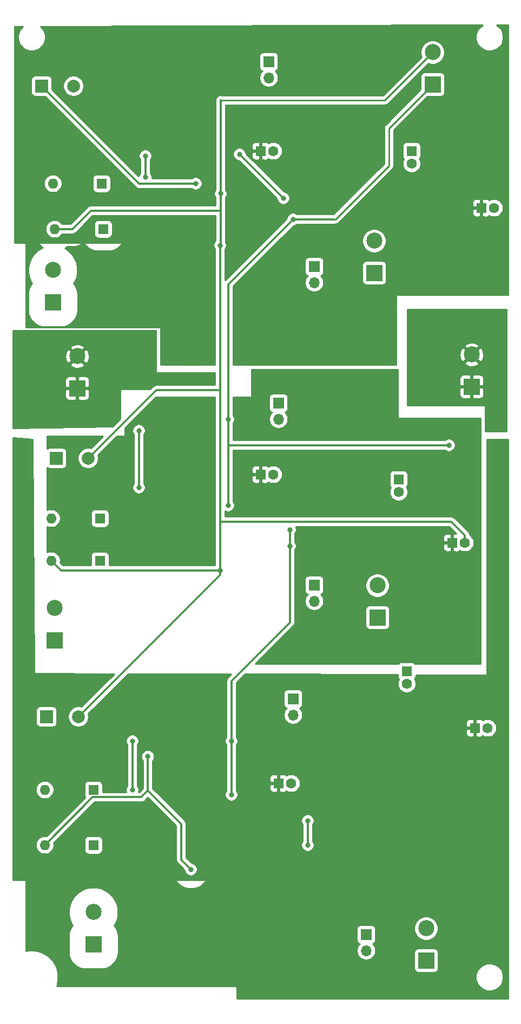
<source format=gbl>
%TF.GenerationSoftware,KiCad,Pcbnew,(5.1.6)-1*%
%TF.CreationDate,2024-03-01T18:25:56-06:00*%
%TF.ProjectId,Loop PCVR,4c6f6f70-2050-4435-9652-2e6b69636164,rev?*%
%TF.SameCoordinates,Original*%
%TF.FileFunction,Copper,L2,Bot*%
%TF.FilePolarity,Positive*%
%FSLAX46Y46*%
G04 Gerber Fmt 4.6, Leading zero omitted, Abs format (unit mm)*
G04 Created by KiCad (PCBNEW (5.1.6)-1) date 2024-03-01 18:25:56*
%MOMM*%
%LPD*%
G01*
G04 APERTURE LIST*
%TA.AperFunction,ComponentPad*%
%ADD10R,2.000000X2.000000*%
%TD*%
%TA.AperFunction,ComponentPad*%
%ADD11C,2.000000*%
%TD*%
%TA.AperFunction,ComponentPad*%
%ADD12C,2.500000*%
%TD*%
%TA.AperFunction,ComponentPad*%
%ADD13R,2.500000X2.500000*%
%TD*%
%TA.AperFunction,ComponentPad*%
%ADD14C,1.600000*%
%TD*%
%TA.AperFunction,ComponentPad*%
%ADD15R,1.600000X1.600000*%
%TD*%
%TA.AperFunction,ComponentPad*%
%ADD16O,1.700000X1.700000*%
%TD*%
%TA.AperFunction,ComponentPad*%
%ADD17R,1.700000X1.700000*%
%TD*%
%TA.AperFunction,ComponentPad*%
%ADD18O,1.600000X1.600000*%
%TD*%
%TA.AperFunction,ViaPad*%
%ADD19C,0.800000*%
%TD*%
%TA.AperFunction,Conductor*%
%ADD20C,0.300000*%
%TD*%
%TA.AperFunction,Conductor*%
%ADD21C,0.250000*%
%TD*%
%TA.AperFunction,Conductor*%
%ADD22C,0.254000*%
%TD*%
G04 APERTURE END LIST*
D10*
%TO.P,C3,1*%
%TO.N,Net-(C3-Pad1)*%
X31242000Y-121412000D03*
D11*
%TO.P,C3,2*%
%TO.N,VCCQ*%
X36242000Y-121412000D03*
%TD*%
D12*
%TO.P,X9,2*%
%TO.N,GNDA*%
X97790000Y-64850000D03*
D13*
%TO.P,X9,1*%
X97790000Y-69850000D03*
%TD*%
D12*
%TO.P,X8,2*%
%TO.N,GNDPWR*%
X36068000Y-65104000D03*
D13*
%TO.P,X8,1*%
X36068000Y-70104000D03*
%TD*%
D14*
%TO.P,C12,2*%
%TO.N,VCCQ*%
X100298000Y-123190000D03*
D15*
%TO.P,C12,1*%
%TO.N,GND3*%
X98298000Y-123190000D03*
%TD*%
D14*
%TO.P,C11,2*%
%TO.N,Net-(C11-Pad2)*%
X87630000Y-116300000D03*
D15*
%TO.P,C11,1*%
%TO.N,Net-(C11-Pad1)*%
X87630000Y-114300000D03*
%TD*%
D14*
%TO.P,C10,2*%
%TO.N,VCCQ*%
X96742000Y-94234000D03*
D15*
%TO.P,C10,1*%
%TO.N,GND2*%
X94742000Y-94234000D03*
%TD*%
D14*
%TO.P,C9,2*%
%TO.N,Net-(C9-Pad2)*%
X86360000Y-86328000D03*
D15*
%TO.P,C9,1*%
%TO.N,Net-(C9-Pad1)*%
X86360000Y-84328000D03*
%TD*%
D12*
%TO.P,X6,2*%
%TO.N,Net-(J8-Pad1)*%
X90678000Y-154512000D03*
D13*
%TO.P,X6,1*%
X90678000Y-159512000D03*
%TD*%
D12*
%TO.P,X5,2*%
%TO.N,Net-(J6-Pad1)*%
X83058000Y-100918000D03*
D13*
%TO.P,X5,1*%
X83058000Y-105918000D03*
%TD*%
D16*
%TO.P,J8,2*%
%TO.N,Net-(J8-Pad1)*%
X81280000Y-157988000D03*
D17*
%TO.P,J8,1*%
X81280000Y-155448000D03*
%TD*%
D16*
%TO.P,J7,2*%
%TO.N,Net-(C6-Pad2)*%
X69850000Y-121158000D03*
D17*
%TO.P,J7,1*%
X69850000Y-118618000D03*
%TD*%
D16*
%TO.P,J6,2*%
%TO.N,Net-(J6-Pad1)*%
X73152000Y-103378000D03*
D17*
%TO.P,J6,1*%
X73152000Y-100838000D03*
%TD*%
D12*
%TO.P,X4,2*%
%TO.N,Net-(J4-Pad1)*%
X82550000Y-47070000D03*
D13*
%TO.P,X4,1*%
X82550000Y-52070000D03*
%TD*%
D12*
%TO.P,X7,2*%
%TO.N,VCCQ*%
X91694000Y-17606000D03*
D13*
%TO.P,X7,1*%
%TO.N,VCC*%
X91694000Y-22606000D03*
%TD*%
D16*
%TO.P,J5,2*%
%TO.N,Net-(C5-Pad2)*%
X67564000Y-74930000D03*
D17*
%TO.P,J5,1*%
X67564000Y-72390000D03*
%TD*%
D16*
%TO.P,J4,2*%
%TO.N,Net-(J4-Pad1)*%
X73152000Y-53594000D03*
D17*
%TO.P,J4,1*%
X73152000Y-51054000D03*
%TD*%
D16*
%TO.P,J3,2*%
%TO.N,Net-(C4-Pad2)*%
X66040000Y-21590000D03*
D17*
%TO.P,J3,1*%
X66040000Y-19050000D03*
%TD*%
D18*
%TO.P,D6,2*%
%TO.N,VCCQ*%
X30988000Y-141478000D03*
D15*
%TO.P,D6,1*%
%TO.N,Net-(D5-Pad2)*%
X38608000Y-141478000D03*
%TD*%
D18*
%TO.P,D5,2*%
%TO.N,Net-(D5-Pad2)*%
X30988000Y-132842000D03*
D15*
%TO.P,D5,1*%
%TO.N,VCC*%
X38608000Y-132842000D03*
%TD*%
D18*
%TO.P,D4,2*%
%TO.N,VCCQ*%
X32004000Y-97028000D03*
D15*
%TO.P,D4,1*%
%TO.N,Net-(D3-Pad2)*%
X39624000Y-97028000D03*
%TD*%
D18*
%TO.P,D3,2*%
%TO.N,Net-(D3-Pad2)*%
X32004000Y-90424000D03*
D15*
%TO.P,D3,1*%
%TO.N,VCC*%
X39624000Y-90424000D03*
%TD*%
D14*
%TO.P,C8,2*%
%TO.N,VCCQ*%
X101314000Y-41910000D03*
D15*
%TO.P,C8,1*%
%TO.N,GND*%
X99314000Y-41910000D03*
%TD*%
D14*
%TO.P,C7,2*%
%TO.N,Net-(C7-Pad2)*%
X88392000Y-35020000D03*
D15*
%TO.P,C7,1*%
%TO.N,Net-(C7-Pad1)*%
X88392000Y-33020000D03*
%TD*%
D14*
%TO.P,C6,2*%
%TO.N,Net-(C6-Pad2)*%
X69564000Y-131826000D03*
D15*
%TO.P,C6,1*%
%TO.N,GND3*%
X67564000Y-131826000D03*
%TD*%
D14*
%TO.P,C5,2*%
%TO.N,Net-(C5-Pad2)*%
X66770000Y-83566000D03*
D15*
%TO.P,C5,1*%
%TO.N,GND2*%
X64770000Y-83566000D03*
%TD*%
D11*
%TO.P,C2,2*%
%TO.N,VCCQ*%
X37766000Y-81026000D03*
D10*
%TO.P,C2,1*%
%TO.N,Net-(C2-Pad1)*%
X32766000Y-81026000D03*
%TD*%
D11*
%TO.P,C1,2*%
%TO.N,VCCQ*%
X35480000Y-22860000D03*
D10*
%TO.P,C1,1*%
%TO.N,Net-(C1-Pad1)*%
X30480000Y-22860000D03*
%TD*%
D12*
%TO.P,X3,2*%
%TO.N,Net-(R3-Pad2)*%
X38608000Y-151972000D03*
D13*
%TO.P,X3,1*%
X38608000Y-156972000D03*
%TD*%
D12*
%TO.P,X2,2*%
%TO.N,Net-(R2-Pad2)*%
X32512000Y-104474000D03*
D13*
%TO.P,X2,1*%
X32512000Y-109474000D03*
%TD*%
D12*
%TO.P,X1,2*%
%TO.N,Net-(R1-Pad2)*%
X32258000Y-51642000D03*
D13*
%TO.P,X1,1*%
X32258000Y-56642000D03*
%TD*%
D15*
%TO.P,C4,1*%
%TO.N,GND*%
X64770000Y-33020000D03*
D14*
%TO.P,C4,2*%
%TO.N,Net-(C4-Pad2)*%
X66770000Y-33020000D03*
%TD*%
D18*
%TO.P,D1,2*%
%TO.N,Net-(D1-Pad2)*%
X32258000Y-38100000D03*
D15*
%TO.P,D1,1*%
%TO.N,VCC*%
X39878000Y-38100000D03*
%TD*%
%TO.P,D2,1*%
%TO.N,Net-(D1-Pad2)*%
X40132000Y-45212000D03*
D18*
%TO.P,D2,2*%
%TO.N,VCCQ*%
X32512000Y-45212000D03*
%TD*%
D19*
%TO.N,Net-(C1-Pad1)*%
X54610000Y-38100000D03*
%TO.N,GND*%
X57404000Y-46228000D03*
X54356000Y-55626000D03*
%TO.N,VCCQ*%
X58420000Y-47752000D03*
X58496001Y-39700001D03*
X58420000Y-98552000D03*
X53848000Y-145288000D03*
X47117000Y-127635000D03*
%TO.N,VCC*%
X69850000Y-43688000D03*
X61468000Y-33528000D03*
X68326000Y-40386000D03*
X59690000Y-74930000D03*
X59690000Y-88392000D03*
X69342000Y-92202000D03*
X69342000Y-94742000D03*
X60198000Y-125222000D03*
X60198000Y-133604000D03*
X72136000Y-137668000D03*
X72136000Y-141478000D03*
X94234000Y-78994000D03*
%TO.N,Net-(R10-Pad2)*%
X46736000Y-37084000D03*
X46736000Y-33782000D03*
%TO.N,Net-(R11-Pad2)*%
X45720000Y-76708000D03*
X45720000Y-85598000D03*
%TO.N,Net-(R12-Pad2)*%
X44704000Y-132842000D03*
X44704000Y-125222000D03*
%TO.N,GND2*%
X42164000Y-94742000D03*
X56388000Y-80264000D03*
X50292000Y-86360000D03*
%TO.N,GNDA*%
X90170000Y-60960000D03*
%TD*%
D20*
%TO.N,Net-(C1-Pad1)*%
X45720000Y-38100000D02*
X30480000Y-22860000D01*
X54610000Y-38100000D02*
X45720000Y-38100000D01*
D21*
%TO.N,GND*%
X57346002Y-46627999D02*
X57346002Y-55568002D01*
X57346002Y-55568002D02*
X57288004Y-55626000D01*
X57288004Y-55626000D02*
X54356000Y-55626000D01*
D20*
%TO.N,VCCQ*%
X58496001Y-47675999D02*
X58420000Y-47752000D01*
X32512000Y-45212000D02*
X35306000Y-45212000D01*
X38176001Y-42341999D02*
X58496001Y-42341999D01*
X35306000Y-45212000D02*
X38176001Y-42341999D01*
X58496001Y-42341999D02*
X58496001Y-47675999D01*
X58496001Y-25069999D02*
X58496001Y-39700001D01*
X58496001Y-39700001D02*
X58496001Y-42341999D01*
X53848000Y-145288000D02*
X52324000Y-143764000D01*
X52324000Y-143764000D02*
X52324000Y-138176000D01*
X47117000Y-132969000D02*
X47117000Y-127635000D01*
X52324000Y-138176000D02*
X47117000Y-132969000D01*
D21*
X84230001Y-25069999D02*
X91694000Y-17606000D01*
X58496001Y-25069999D02*
X84230001Y-25069999D01*
D20*
X38473999Y-133992001D02*
X30988000Y-141478000D01*
X46093999Y-133992001D02*
X38473999Y-133992001D01*
X47117000Y-132969000D02*
X46093999Y-133992001D01*
X33528000Y-98552000D02*
X32004000Y-97028000D01*
X58420000Y-98552000D02*
X33528000Y-98552000D01*
X58420000Y-99234000D02*
X58420000Y-98552000D01*
X36242000Y-121412000D02*
X58420000Y-99234000D01*
X96742000Y-93102630D02*
X94571370Y-90932000D01*
X96742000Y-94234000D02*
X96742000Y-93102630D01*
X94571370Y-90932000D02*
X58420000Y-90932000D01*
X58420000Y-75946000D02*
X58420000Y-90932000D01*
X58420000Y-90932000D02*
X58420000Y-98552000D01*
X48434000Y-70358000D02*
X58420000Y-70358000D01*
X37766000Y-81026000D02*
X48434000Y-70358000D01*
X58420000Y-47752000D02*
X58420000Y-70358000D01*
X58420000Y-70358000D02*
X58420000Y-75946000D01*
%TO.N,VCC*%
X76200000Y-43688000D02*
X69850000Y-43688000D01*
X61468000Y-33528000D02*
X68326000Y-40386000D01*
X69342000Y-94742000D02*
X69342000Y-92202000D01*
X59690000Y-53848000D02*
X69850000Y-43688000D01*
X59690000Y-74930000D02*
X59690000Y-53848000D01*
X69342000Y-94742000D02*
X69342000Y-106680000D01*
X69342000Y-106680000D02*
X60198000Y-115824000D01*
X60198000Y-115824000D02*
X60198000Y-125222000D01*
X60198000Y-125222000D02*
X60198000Y-133604000D01*
X72136000Y-137668000D02*
X72136000Y-141478000D01*
D21*
X76200000Y-43688000D02*
X76454000Y-43688000D01*
X76454000Y-43688000D02*
X84836000Y-35306000D01*
X84836000Y-29464000D02*
X91694000Y-22606000D01*
X84836000Y-35306000D02*
X84836000Y-29464000D01*
D20*
X94234000Y-78994000D02*
X59690000Y-78994000D01*
X59690000Y-74930000D02*
X59690000Y-78994000D01*
X59690000Y-78994000D02*
X59690000Y-88392000D01*
%TO.N,Net-(R10-Pad2)*%
X46736000Y-37084000D02*
X46736000Y-33782000D01*
%TO.N,Net-(R11-Pad2)*%
X45720000Y-76708000D02*
X45720000Y-85598000D01*
%TO.N,Net-(R12-Pad2)*%
X44704000Y-132842000D02*
X44704000Y-125222000D01*
%TD*%
D22*
%TO.N,GNDPWR*%
G36*
X48387000Y-67564000D02*
G01*
X48389440Y-67588776D01*
X48396667Y-67612601D01*
X48408403Y-67634557D01*
X48424197Y-67653803D01*
X48443443Y-67669597D01*
X48465399Y-67681333D01*
X48489224Y-67688560D01*
X48514000Y-67691000D01*
X57635001Y-67691000D01*
X57635001Y-69573000D01*
X48472552Y-69573000D01*
X48433999Y-69569203D01*
X48395446Y-69573000D01*
X48395439Y-69573000D01*
X48294490Y-69582943D01*
X48280112Y-69584359D01*
X48245672Y-69594806D01*
X48132140Y-69629246D01*
X47995767Y-69702138D01*
X47935559Y-69751550D01*
X47906187Y-69775655D01*
X47906184Y-69775658D01*
X47876236Y-69800236D01*
X47851658Y-69830184D01*
X47450842Y-70231000D01*
X42926000Y-70231000D01*
X42901224Y-70233440D01*
X42877399Y-70240667D01*
X42855443Y-70252403D01*
X42836197Y-70268197D01*
X42820403Y-70287443D01*
X42808667Y-70309399D01*
X42801440Y-70333224D01*
X42799000Y-70358000D01*
X42799000Y-74882842D01*
X41588900Y-76092942D01*
X26060000Y-76324717D01*
X26060000Y-71354000D01*
X34179928Y-71354000D01*
X34192188Y-71478482D01*
X34228498Y-71598180D01*
X34287463Y-71708494D01*
X34366815Y-71805185D01*
X34463506Y-71884537D01*
X34573820Y-71943502D01*
X34693518Y-71979812D01*
X34818000Y-71992072D01*
X35782250Y-71989000D01*
X35941000Y-71830250D01*
X35941000Y-70231000D01*
X36195000Y-70231000D01*
X36195000Y-71830250D01*
X36353750Y-71989000D01*
X37318000Y-71992072D01*
X37442482Y-71979812D01*
X37562180Y-71943502D01*
X37672494Y-71884537D01*
X37769185Y-71805185D01*
X37848537Y-71708494D01*
X37907502Y-71598180D01*
X37943812Y-71478482D01*
X37956072Y-71354000D01*
X37953000Y-70389750D01*
X37794250Y-70231000D01*
X36195000Y-70231000D01*
X35941000Y-70231000D01*
X34341750Y-70231000D01*
X34183000Y-70389750D01*
X34179928Y-71354000D01*
X26060000Y-71354000D01*
X26060000Y-68854000D01*
X34179928Y-68854000D01*
X34183000Y-69818250D01*
X34341750Y-69977000D01*
X35941000Y-69977000D01*
X35941000Y-68377750D01*
X36195000Y-68377750D01*
X36195000Y-69977000D01*
X37794250Y-69977000D01*
X37953000Y-69818250D01*
X37956072Y-68854000D01*
X37943812Y-68729518D01*
X37907502Y-68609820D01*
X37848537Y-68499506D01*
X37769185Y-68402815D01*
X37672494Y-68323463D01*
X37562180Y-68264498D01*
X37442482Y-68228188D01*
X37318000Y-68215928D01*
X36353750Y-68219000D01*
X36195000Y-68377750D01*
X35941000Y-68377750D01*
X35782250Y-68219000D01*
X34818000Y-68215928D01*
X34693518Y-68228188D01*
X34573820Y-68264498D01*
X34463506Y-68323463D01*
X34366815Y-68402815D01*
X34287463Y-68499506D01*
X34228498Y-68609820D01*
X34192188Y-68729518D01*
X34179928Y-68854000D01*
X26060000Y-68854000D01*
X26060000Y-66417605D01*
X34934000Y-66417605D01*
X35059914Y-66707577D01*
X35392126Y-66873433D01*
X35750312Y-66971290D01*
X36120706Y-66997389D01*
X36489075Y-66950725D01*
X36841262Y-66833094D01*
X37076086Y-66707577D01*
X37202000Y-66417605D01*
X36068000Y-65283605D01*
X34934000Y-66417605D01*
X26060000Y-66417605D01*
X26060000Y-65156706D01*
X34174611Y-65156706D01*
X34221275Y-65525075D01*
X34338906Y-65877262D01*
X34464423Y-66112086D01*
X34754395Y-66238000D01*
X35888395Y-65104000D01*
X36247605Y-65104000D01*
X37381605Y-66238000D01*
X37671577Y-66112086D01*
X37837433Y-65779874D01*
X37935290Y-65421688D01*
X37961389Y-65051294D01*
X37914725Y-64682925D01*
X37797094Y-64330738D01*
X37671577Y-64095914D01*
X37381605Y-63970000D01*
X36247605Y-65104000D01*
X35888395Y-65104000D01*
X34754395Y-63970000D01*
X34464423Y-64095914D01*
X34298567Y-64428126D01*
X34200710Y-64786312D01*
X34174611Y-65156706D01*
X26060000Y-65156706D01*
X26060000Y-63790395D01*
X34934000Y-63790395D01*
X36068000Y-64924395D01*
X37202000Y-63790395D01*
X37076086Y-63500423D01*
X36743874Y-63334567D01*
X36385688Y-63236710D01*
X36015294Y-63210611D01*
X35646925Y-63257275D01*
X35294738Y-63374906D01*
X35059914Y-63500423D01*
X34934000Y-63790395D01*
X26060000Y-63790395D01*
X26060000Y-61087000D01*
X48387000Y-61087000D01*
X48387000Y-67564000D01*
G37*
X48387000Y-67564000D02*
X48389440Y-67588776D01*
X48396667Y-67612601D01*
X48408403Y-67634557D01*
X48424197Y-67653803D01*
X48443443Y-67669597D01*
X48465399Y-67681333D01*
X48489224Y-67688560D01*
X48514000Y-67691000D01*
X57635001Y-67691000D01*
X57635001Y-69573000D01*
X48472552Y-69573000D01*
X48433999Y-69569203D01*
X48395446Y-69573000D01*
X48395439Y-69573000D01*
X48294490Y-69582943D01*
X48280112Y-69584359D01*
X48245672Y-69594806D01*
X48132140Y-69629246D01*
X47995767Y-69702138D01*
X47935559Y-69751550D01*
X47906187Y-69775655D01*
X47906184Y-69775658D01*
X47876236Y-69800236D01*
X47851658Y-69830184D01*
X47450842Y-70231000D01*
X42926000Y-70231000D01*
X42901224Y-70233440D01*
X42877399Y-70240667D01*
X42855443Y-70252403D01*
X42836197Y-70268197D01*
X42820403Y-70287443D01*
X42808667Y-70309399D01*
X42801440Y-70333224D01*
X42799000Y-70358000D01*
X42799000Y-74882842D01*
X41588900Y-76092942D01*
X26060000Y-76324717D01*
X26060000Y-71354000D01*
X34179928Y-71354000D01*
X34192188Y-71478482D01*
X34228498Y-71598180D01*
X34287463Y-71708494D01*
X34366815Y-71805185D01*
X34463506Y-71884537D01*
X34573820Y-71943502D01*
X34693518Y-71979812D01*
X34818000Y-71992072D01*
X35782250Y-71989000D01*
X35941000Y-71830250D01*
X35941000Y-70231000D01*
X36195000Y-70231000D01*
X36195000Y-71830250D01*
X36353750Y-71989000D01*
X37318000Y-71992072D01*
X37442482Y-71979812D01*
X37562180Y-71943502D01*
X37672494Y-71884537D01*
X37769185Y-71805185D01*
X37848537Y-71708494D01*
X37907502Y-71598180D01*
X37943812Y-71478482D01*
X37956072Y-71354000D01*
X37953000Y-70389750D01*
X37794250Y-70231000D01*
X36195000Y-70231000D01*
X35941000Y-70231000D01*
X34341750Y-70231000D01*
X34183000Y-70389750D01*
X34179928Y-71354000D01*
X26060000Y-71354000D01*
X26060000Y-68854000D01*
X34179928Y-68854000D01*
X34183000Y-69818250D01*
X34341750Y-69977000D01*
X35941000Y-69977000D01*
X35941000Y-68377750D01*
X36195000Y-68377750D01*
X36195000Y-69977000D01*
X37794250Y-69977000D01*
X37953000Y-69818250D01*
X37956072Y-68854000D01*
X37943812Y-68729518D01*
X37907502Y-68609820D01*
X37848537Y-68499506D01*
X37769185Y-68402815D01*
X37672494Y-68323463D01*
X37562180Y-68264498D01*
X37442482Y-68228188D01*
X37318000Y-68215928D01*
X36353750Y-68219000D01*
X36195000Y-68377750D01*
X35941000Y-68377750D01*
X35782250Y-68219000D01*
X34818000Y-68215928D01*
X34693518Y-68228188D01*
X34573820Y-68264498D01*
X34463506Y-68323463D01*
X34366815Y-68402815D01*
X34287463Y-68499506D01*
X34228498Y-68609820D01*
X34192188Y-68729518D01*
X34179928Y-68854000D01*
X26060000Y-68854000D01*
X26060000Y-66417605D01*
X34934000Y-66417605D01*
X35059914Y-66707577D01*
X35392126Y-66873433D01*
X35750312Y-66971290D01*
X36120706Y-66997389D01*
X36489075Y-66950725D01*
X36841262Y-66833094D01*
X37076086Y-66707577D01*
X37202000Y-66417605D01*
X36068000Y-65283605D01*
X34934000Y-66417605D01*
X26060000Y-66417605D01*
X26060000Y-65156706D01*
X34174611Y-65156706D01*
X34221275Y-65525075D01*
X34338906Y-65877262D01*
X34464423Y-66112086D01*
X34754395Y-66238000D01*
X35888395Y-65104000D01*
X36247605Y-65104000D01*
X37381605Y-66238000D01*
X37671577Y-66112086D01*
X37837433Y-65779874D01*
X37935290Y-65421688D01*
X37961389Y-65051294D01*
X37914725Y-64682925D01*
X37797094Y-64330738D01*
X37671577Y-64095914D01*
X37381605Y-63970000D01*
X36247605Y-65104000D01*
X35888395Y-65104000D01*
X34754395Y-63970000D01*
X34464423Y-64095914D01*
X34298567Y-64428126D01*
X34200710Y-64786312D01*
X34174611Y-65156706D01*
X26060000Y-65156706D01*
X26060000Y-63790395D01*
X34934000Y-63790395D01*
X36068000Y-64924395D01*
X37202000Y-63790395D01*
X37076086Y-63500423D01*
X36743874Y-63334567D01*
X36385688Y-63236710D01*
X36015294Y-63210611D01*
X35646925Y-63257275D01*
X35294738Y-63374906D01*
X35059914Y-63500423D01*
X34934000Y-63790395D01*
X26060000Y-63790395D01*
X26060000Y-61087000D01*
X48387000Y-61087000D01*
X48387000Y-67564000D01*
%TO.N,GND*%
G36*
X99217023Y-13554837D02*
G01*
X98914837Y-13857023D01*
X98677412Y-14212355D01*
X98513870Y-14607179D01*
X98430497Y-15026323D01*
X98430497Y-15453677D01*
X98513870Y-15872821D01*
X98677412Y-16267645D01*
X98914837Y-16622977D01*
X99217023Y-16925163D01*
X99572355Y-17162588D01*
X99967179Y-17326130D01*
X100386323Y-17409503D01*
X100813677Y-17409503D01*
X101232821Y-17326130D01*
X101627645Y-17162588D01*
X101982977Y-16925163D01*
X102285163Y-16622977D01*
X102522588Y-16267645D01*
X102686130Y-15872821D01*
X102769503Y-15453677D01*
X102769503Y-15026323D01*
X102686130Y-14607179D01*
X102522588Y-14212355D01*
X102285163Y-13857023D01*
X101982977Y-13554837D01*
X101691383Y-13360000D01*
X103480000Y-13360000D01*
X103480000Y-55499000D01*
X86106000Y-55499000D01*
X86081224Y-55501440D01*
X86057399Y-55508667D01*
X86035443Y-55520403D01*
X86016197Y-55536197D01*
X86000403Y-55555443D01*
X85988667Y-55577399D01*
X85981440Y-55601224D01*
X85979000Y-55626000D01*
X85979000Y-66421000D01*
X60475000Y-66421000D01*
X60475000Y-54173157D01*
X64444157Y-50204000D01*
X71663928Y-50204000D01*
X71663928Y-51904000D01*
X71676188Y-52028482D01*
X71712498Y-52148180D01*
X71771463Y-52258494D01*
X71850815Y-52355185D01*
X71947506Y-52434537D01*
X72057820Y-52493502D01*
X72130380Y-52515513D01*
X71998525Y-52647368D01*
X71836010Y-52890589D01*
X71724068Y-53160842D01*
X71667000Y-53447740D01*
X71667000Y-53740260D01*
X71724068Y-54027158D01*
X71836010Y-54297411D01*
X71998525Y-54540632D01*
X72205368Y-54747475D01*
X72448589Y-54909990D01*
X72718842Y-55021932D01*
X73005740Y-55079000D01*
X73298260Y-55079000D01*
X73585158Y-55021932D01*
X73855411Y-54909990D01*
X74098632Y-54747475D01*
X74305475Y-54540632D01*
X74467990Y-54297411D01*
X74579932Y-54027158D01*
X74637000Y-53740260D01*
X74637000Y-53447740D01*
X74579932Y-53160842D01*
X74467990Y-52890589D01*
X74305475Y-52647368D01*
X74173620Y-52515513D01*
X74246180Y-52493502D01*
X74356494Y-52434537D01*
X74453185Y-52355185D01*
X74532537Y-52258494D01*
X74591502Y-52148180D01*
X74627812Y-52028482D01*
X74640072Y-51904000D01*
X74640072Y-50820000D01*
X80661928Y-50820000D01*
X80661928Y-53320000D01*
X80674188Y-53444482D01*
X80710498Y-53564180D01*
X80769463Y-53674494D01*
X80848815Y-53771185D01*
X80945506Y-53850537D01*
X81055820Y-53909502D01*
X81175518Y-53945812D01*
X81300000Y-53958072D01*
X83800000Y-53958072D01*
X83924482Y-53945812D01*
X84044180Y-53909502D01*
X84154494Y-53850537D01*
X84251185Y-53771185D01*
X84330537Y-53674494D01*
X84389502Y-53564180D01*
X84425812Y-53444482D01*
X84438072Y-53320000D01*
X84438072Y-50820000D01*
X84425812Y-50695518D01*
X84389502Y-50575820D01*
X84330537Y-50465506D01*
X84251185Y-50368815D01*
X84154494Y-50289463D01*
X84044180Y-50230498D01*
X83924482Y-50194188D01*
X83800000Y-50181928D01*
X81300000Y-50181928D01*
X81175518Y-50194188D01*
X81055820Y-50230498D01*
X80945506Y-50289463D01*
X80848815Y-50368815D01*
X80769463Y-50465506D01*
X80710498Y-50575820D01*
X80674188Y-50695518D01*
X80661928Y-50820000D01*
X74640072Y-50820000D01*
X74640072Y-50204000D01*
X74627812Y-50079518D01*
X74591502Y-49959820D01*
X74532537Y-49849506D01*
X74453185Y-49752815D01*
X74356494Y-49673463D01*
X74246180Y-49614498D01*
X74126482Y-49578188D01*
X74002000Y-49565928D01*
X72302000Y-49565928D01*
X72177518Y-49578188D01*
X72057820Y-49614498D01*
X71947506Y-49673463D01*
X71850815Y-49752815D01*
X71771463Y-49849506D01*
X71712498Y-49959820D01*
X71676188Y-50079518D01*
X71663928Y-50204000D01*
X64444157Y-50204000D01*
X67763813Y-46884344D01*
X80665000Y-46884344D01*
X80665000Y-47255656D01*
X80737439Y-47619834D01*
X80879534Y-47962882D01*
X81085825Y-48271618D01*
X81348382Y-48534175D01*
X81657118Y-48740466D01*
X82000166Y-48882561D01*
X82364344Y-48955000D01*
X82735656Y-48955000D01*
X83099834Y-48882561D01*
X83442882Y-48740466D01*
X83751618Y-48534175D01*
X84014175Y-48271618D01*
X84220466Y-47962882D01*
X84362561Y-47619834D01*
X84435000Y-47255656D01*
X84435000Y-46884344D01*
X84362561Y-46520166D01*
X84220466Y-46177118D01*
X84014175Y-45868382D01*
X83751618Y-45605825D01*
X83442882Y-45399534D01*
X83099834Y-45257439D01*
X82735656Y-45185000D01*
X82364344Y-45185000D01*
X82000166Y-45257439D01*
X81657118Y-45399534D01*
X81348382Y-45605825D01*
X81085825Y-45868382D01*
X80879534Y-46177118D01*
X80737439Y-46520166D01*
X80665000Y-46884344D01*
X67763813Y-46884344D01*
X69925157Y-44723000D01*
X69951939Y-44723000D01*
X70151898Y-44683226D01*
X70340256Y-44605205D01*
X70509774Y-44491937D01*
X70528711Y-44473000D01*
X76238561Y-44473000D01*
X76353887Y-44461641D01*
X76398855Y-44448000D01*
X76416678Y-44448000D01*
X76454000Y-44451676D01*
X76491322Y-44448000D01*
X76491333Y-44448000D01*
X76602986Y-44437003D01*
X76746247Y-44393546D01*
X76878276Y-44322974D01*
X76994001Y-44228001D01*
X77017804Y-44198997D01*
X78506801Y-42710000D01*
X97875928Y-42710000D01*
X97888188Y-42834482D01*
X97924498Y-42954180D01*
X97983463Y-43064494D01*
X98062815Y-43161185D01*
X98159506Y-43240537D01*
X98269820Y-43299502D01*
X98389518Y-43335812D01*
X98514000Y-43348072D01*
X99028250Y-43345000D01*
X99187000Y-43186250D01*
X99187000Y-42037000D01*
X98037750Y-42037000D01*
X97879000Y-42195750D01*
X97875928Y-42710000D01*
X78506801Y-42710000D01*
X80106801Y-41110000D01*
X97875928Y-41110000D01*
X97879000Y-41624250D01*
X98037750Y-41783000D01*
X99187000Y-41783000D01*
X99187000Y-40633750D01*
X99441000Y-40633750D01*
X99441000Y-41783000D01*
X99461000Y-41783000D01*
X99461000Y-42037000D01*
X99441000Y-42037000D01*
X99441000Y-43186250D01*
X99599750Y-43345000D01*
X100114000Y-43348072D01*
X100238482Y-43335812D01*
X100358180Y-43299502D01*
X100468494Y-43240537D01*
X100565185Y-43161185D01*
X100578790Y-43144607D01*
X100634273Y-43181680D01*
X100895426Y-43289853D01*
X101172665Y-43345000D01*
X101455335Y-43345000D01*
X101732574Y-43289853D01*
X101993727Y-43181680D01*
X102228759Y-43024637D01*
X102428637Y-42824759D01*
X102585680Y-42589727D01*
X102693853Y-42328574D01*
X102749000Y-42051335D01*
X102749000Y-41768665D01*
X102693853Y-41491426D01*
X102585680Y-41230273D01*
X102428637Y-40995241D01*
X102228759Y-40795363D01*
X101993727Y-40638320D01*
X101732574Y-40530147D01*
X101455335Y-40475000D01*
X101172665Y-40475000D01*
X100895426Y-40530147D01*
X100634273Y-40638320D01*
X100578790Y-40675393D01*
X100565185Y-40658815D01*
X100468494Y-40579463D01*
X100358180Y-40520498D01*
X100238482Y-40484188D01*
X100114000Y-40471928D01*
X99599750Y-40475000D01*
X99441000Y-40633750D01*
X99187000Y-40633750D01*
X99028250Y-40475000D01*
X98514000Y-40471928D01*
X98389518Y-40484188D01*
X98269820Y-40520498D01*
X98159506Y-40579463D01*
X98062815Y-40658815D01*
X97983463Y-40755506D01*
X97924498Y-40865820D01*
X97888188Y-40985518D01*
X97875928Y-41110000D01*
X80106801Y-41110000D01*
X85347004Y-35869798D01*
X85376001Y-35846001D01*
X85402332Y-35813917D01*
X85470974Y-35730277D01*
X85541546Y-35598247D01*
X85541546Y-35598246D01*
X85585003Y-35454986D01*
X85596000Y-35343333D01*
X85596000Y-35343324D01*
X85599676Y-35306001D01*
X85596000Y-35268678D01*
X85596000Y-32220000D01*
X86953928Y-32220000D01*
X86953928Y-33820000D01*
X86966188Y-33944482D01*
X87002498Y-34064180D01*
X87061463Y-34174494D01*
X87140815Y-34271185D01*
X87157393Y-34284790D01*
X87120320Y-34340273D01*
X87012147Y-34601426D01*
X86957000Y-34878665D01*
X86957000Y-35161335D01*
X87012147Y-35438574D01*
X87120320Y-35699727D01*
X87277363Y-35934759D01*
X87477241Y-36134637D01*
X87712273Y-36291680D01*
X87973426Y-36399853D01*
X88250665Y-36455000D01*
X88533335Y-36455000D01*
X88810574Y-36399853D01*
X89071727Y-36291680D01*
X89306759Y-36134637D01*
X89506637Y-35934759D01*
X89663680Y-35699727D01*
X89771853Y-35438574D01*
X89827000Y-35161335D01*
X89827000Y-34878665D01*
X89771853Y-34601426D01*
X89663680Y-34340273D01*
X89626607Y-34284790D01*
X89643185Y-34271185D01*
X89722537Y-34174494D01*
X89781502Y-34064180D01*
X89817812Y-33944482D01*
X89830072Y-33820000D01*
X89830072Y-32220000D01*
X89817812Y-32095518D01*
X89781502Y-31975820D01*
X89722537Y-31865506D01*
X89643185Y-31768815D01*
X89546494Y-31689463D01*
X89436180Y-31630498D01*
X89316482Y-31594188D01*
X89192000Y-31581928D01*
X87592000Y-31581928D01*
X87467518Y-31594188D01*
X87347820Y-31630498D01*
X87237506Y-31689463D01*
X87140815Y-31768815D01*
X87061463Y-31865506D01*
X87002498Y-31975820D01*
X86966188Y-32095518D01*
X86953928Y-32220000D01*
X85596000Y-32220000D01*
X85596000Y-29778801D01*
X90880730Y-24494072D01*
X92944000Y-24494072D01*
X93068482Y-24481812D01*
X93188180Y-24445502D01*
X93298494Y-24386537D01*
X93395185Y-24307185D01*
X93474537Y-24210494D01*
X93533502Y-24100180D01*
X93569812Y-23980482D01*
X93582072Y-23856000D01*
X93582072Y-21356000D01*
X93569812Y-21231518D01*
X93533502Y-21111820D01*
X93474537Y-21001506D01*
X93395185Y-20904815D01*
X93298494Y-20825463D01*
X93188180Y-20766498D01*
X93068482Y-20730188D01*
X92944000Y-20717928D01*
X90444000Y-20717928D01*
X90319518Y-20730188D01*
X90199820Y-20766498D01*
X90089506Y-20825463D01*
X89992815Y-20904815D01*
X89913463Y-21001506D01*
X89854498Y-21111820D01*
X89818188Y-21231518D01*
X89805928Y-21356000D01*
X89805928Y-23419270D01*
X84324998Y-28900201D01*
X84296000Y-28923999D01*
X84272202Y-28952997D01*
X84272201Y-28952998D01*
X84201026Y-29039724D01*
X84130454Y-29171754D01*
X84086998Y-29315015D01*
X84072324Y-29464000D01*
X84076001Y-29501332D01*
X84076000Y-34991198D01*
X76164199Y-42903000D01*
X70528711Y-42903000D01*
X70509774Y-42884063D01*
X70340256Y-42770795D01*
X70151898Y-42692774D01*
X69951939Y-42653000D01*
X69748061Y-42653000D01*
X69548102Y-42692774D01*
X69359744Y-42770795D01*
X69190226Y-42884063D01*
X69046063Y-43028226D01*
X68932795Y-43197744D01*
X68854774Y-43386102D01*
X68815000Y-43586061D01*
X68815000Y-43612843D01*
X59205000Y-53222843D01*
X59205000Y-48430711D01*
X59223937Y-48411774D01*
X59337205Y-48242256D01*
X59415226Y-48053898D01*
X59455000Y-47853939D01*
X59455000Y-47650061D01*
X59415226Y-47450102D01*
X59337205Y-47261744D01*
X59281001Y-47177629D01*
X59281001Y-42380560D01*
X59284799Y-42341999D01*
X59281001Y-42303438D01*
X59281001Y-40378712D01*
X59299938Y-40359775D01*
X59413206Y-40190257D01*
X59491227Y-40001899D01*
X59531001Y-39801940D01*
X59531001Y-39598062D01*
X59491227Y-39398103D01*
X59413206Y-39209745D01*
X59299938Y-39040227D01*
X59281001Y-39021290D01*
X59281001Y-33426061D01*
X60433000Y-33426061D01*
X60433000Y-33629939D01*
X60472774Y-33829898D01*
X60550795Y-34018256D01*
X60664063Y-34187774D01*
X60808226Y-34331937D01*
X60977744Y-34445205D01*
X61166102Y-34523226D01*
X61366061Y-34563000D01*
X61392843Y-34563000D01*
X67291000Y-40461157D01*
X67291000Y-40487939D01*
X67330774Y-40687898D01*
X67408795Y-40876256D01*
X67522063Y-41045774D01*
X67666226Y-41189937D01*
X67835744Y-41303205D01*
X68024102Y-41381226D01*
X68224061Y-41421000D01*
X68427939Y-41421000D01*
X68627898Y-41381226D01*
X68816256Y-41303205D01*
X68985774Y-41189937D01*
X69129937Y-41045774D01*
X69243205Y-40876256D01*
X69321226Y-40687898D01*
X69361000Y-40487939D01*
X69361000Y-40284061D01*
X69321226Y-40084102D01*
X69243205Y-39895744D01*
X69129937Y-39726226D01*
X68985774Y-39582063D01*
X68816256Y-39468795D01*
X68627898Y-39390774D01*
X68427939Y-39351000D01*
X68401157Y-39351000D01*
X62870157Y-33820000D01*
X63331928Y-33820000D01*
X63344188Y-33944482D01*
X63380498Y-34064180D01*
X63439463Y-34174494D01*
X63518815Y-34271185D01*
X63615506Y-34350537D01*
X63725820Y-34409502D01*
X63845518Y-34445812D01*
X63970000Y-34458072D01*
X64484250Y-34455000D01*
X64643000Y-34296250D01*
X64643000Y-33147000D01*
X63493750Y-33147000D01*
X63335000Y-33305750D01*
X63331928Y-33820000D01*
X62870157Y-33820000D01*
X62503000Y-33452843D01*
X62503000Y-33426061D01*
X62463226Y-33226102D01*
X62385205Y-33037744D01*
X62271937Y-32868226D01*
X62127774Y-32724063D01*
X61958256Y-32610795D01*
X61769898Y-32532774D01*
X61569939Y-32493000D01*
X61366061Y-32493000D01*
X61166102Y-32532774D01*
X60977744Y-32610795D01*
X60808226Y-32724063D01*
X60664063Y-32868226D01*
X60550795Y-33037744D01*
X60472774Y-33226102D01*
X60433000Y-33426061D01*
X59281001Y-33426061D01*
X59281001Y-32220000D01*
X63331928Y-32220000D01*
X63335000Y-32734250D01*
X63493750Y-32893000D01*
X64643000Y-32893000D01*
X64643000Y-31743750D01*
X64897000Y-31743750D01*
X64897000Y-32893000D01*
X64917000Y-32893000D01*
X64917000Y-33147000D01*
X64897000Y-33147000D01*
X64897000Y-34296250D01*
X65055750Y-34455000D01*
X65570000Y-34458072D01*
X65694482Y-34445812D01*
X65814180Y-34409502D01*
X65924494Y-34350537D01*
X66021185Y-34271185D01*
X66034790Y-34254607D01*
X66090273Y-34291680D01*
X66351426Y-34399853D01*
X66628665Y-34455000D01*
X66911335Y-34455000D01*
X67188574Y-34399853D01*
X67449727Y-34291680D01*
X67684759Y-34134637D01*
X67884637Y-33934759D01*
X68041680Y-33699727D01*
X68149853Y-33438574D01*
X68205000Y-33161335D01*
X68205000Y-32878665D01*
X68149853Y-32601426D01*
X68041680Y-32340273D01*
X67884637Y-32105241D01*
X67684759Y-31905363D01*
X67449727Y-31748320D01*
X67188574Y-31640147D01*
X66911335Y-31585000D01*
X66628665Y-31585000D01*
X66351426Y-31640147D01*
X66090273Y-31748320D01*
X66034790Y-31785393D01*
X66021185Y-31768815D01*
X65924494Y-31689463D01*
X65814180Y-31630498D01*
X65694482Y-31594188D01*
X65570000Y-31581928D01*
X65055750Y-31585000D01*
X64897000Y-31743750D01*
X64643000Y-31743750D01*
X64484250Y-31585000D01*
X63970000Y-31581928D01*
X63845518Y-31594188D01*
X63725820Y-31630498D01*
X63615506Y-31689463D01*
X63518815Y-31768815D01*
X63439463Y-31865506D01*
X63380498Y-31975820D01*
X63344188Y-32095518D01*
X63331928Y-32220000D01*
X59281001Y-32220000D01*
X59281001Y-25829999D01*
X84192679Y-25829999D01*
X84230001Y-25833675D01*
X84267323Y-25829999D01*
X84267334Y-25829999D01*
X84378987Y-25819002D01*
X84522248Y-25775545D01*
X84654277Y-25704973D01*
X84770002Y-25610000D01*
X84793805Y-25580996D01*
X91011283Y-19363519D01*
X91144166Y-19418561D01*
X91508344Y-19491000D01*
X91879656Y-19491000D01*
X92243834Y-19418561D01*
X92586882Y-19276466D01*
X92895618Y-19070175D01*
X93158175Y-18807618D01*
X93364466Y-18498882D01*
X93506561Y-18155834D01*
X93579000Y-17791656D01*
X93579000Y-17420344D01*
X93506561Y-17056166D01*
X93364466Y-16713118D01*
X93158175Y-16404382D01*
X92895618Y-16141825D01*
X92586882Y-15935534D01*
X92243834Y-15793439D01*
X91879656Y-15721000D01*
X91508344Y-15721000D01*
X91144166Y-15793439D01*
X90801118Y-15935534D01*
X90492382Y-16141825D01*
X90229825Y-16404382D01*
X90023534Y-16713118D01*
X89881439Y-17056166D01*
X89809000Y-17420344D01*
X89809000Y-17791656D01*
X89881439Y-18155834D01*
X89936481Y-18288717D01*
X83915200Y-24309999D01*
X58694855Y-24309999D01*
X58649887Y-24296358D01*
X58496001Y-24281201D01*
X58342114Y-24296358D01*
X58194141Y-24341245D01*
X58057768Y-24414137D01*
X57938237Y-24512235D01*
X57840139Y-24631767D01*
X57767247Y-24768140D01*
X57722360Y-24916113D01*
X57711001Y-25031439D01*
X57711002Y-39021289D01*
X57692064Y-39040227D01*
X57578796Y-39209745D01*
X57500775Y-39398103D01*
X57461001Y-39598062D01*
X57461001Y-39801940D01*
X57500775Y-40001899D01*
X57578796Y-40190257D01*
X57692064Y-40359775D01*
X57711001Y-40378712D01*
X57711002Y-41556999D01*
X38214553Y-41556999D01*
X38176000Y-41553202D01*
X38137447Y-41556999D01*
X38137440Y-41556999D01*
X38036491Y-41566942D01*
X38022113Y-41568358D01*
X37987673Y-41578805D01*
X37874141Y-41613245D01*
X37737768Y-41686137D01*
X37677560Y-41735549D01*
X37648188Y-41759654D01*
X37648185Y-41759657D01*
X37618237Y-41784235D01*
X37593659Y-41814183D01*
X34980843Y-44427000D01*
X33713339Y-44427000D01*
X33626637Y-44297241D01*
X33426759Y-44097363D01*
X33191727Y-43940320D01*
X32930574Y-43832147D01*
X32653335Y-43777000D01*
X32370665Y-43777000D01*
X32093426Y-43832147D01*
X31832273Y-43940320D01*
X31597241Y-44097363D01*
X31397363Y-44297241D01*
X31240320Y-44532273D01*
X31132147Y-44793426D01*
X31077000Y-45070665D01*
X31077000Y-45353335D01*
X31132147Y-45630574D01*
X31240320Y-45891727D01*
X31397363Y-46126759D01*
X31597241Y-46326637D01*
X31832273Y-46483680D01*
X32093426Y-46591853D01*
X32370665Y-46647000D01*
X32653335Y-46647000D01*
X32930574Y-46591853D01*
X33191727Y-46483680D01*
X33426759Y-46326637D01*
X33626637Y-46126759D01*
X33713339Y-45997000D01*
X35267447Y-45997000D01*
X35306000Y-46000797D01*
X35344553Y-45997000D01*
X35344561Y-45997000D01*
X35459887Y-45985641D01*
X35607860Y-45940754D01*
X35744233Y-45867862D01*
X35863764Y-45769764D01*
X35888347Y-45739810D01*
X37216157Y-44412000D01*
X38693928Y-44412000D01*
X38693928Y-46012000D01*
X38706188Y-46136482D01*
X38742498Y-46256180D01*
X38801463Y-46366494D01*
X38880815Y-46463185D01*
X38977506Y-46542537D01*
X39087820Y-46601502D01*
X39207518Y-46637812D01*
X39332000Y-46650072D01*
X40932000Y-46650072D01*
X41056482Y-46637812D01*
X41176180Y-46601502D01*
X41286494Y-46542537D01*
X41383185Y-46463185D01*
X41462537Y-46366494D01*
X41521502Y-46256180D01*
X41557812Y-46136482D01*
X41570072Y-46012000D01*
X41570072Y-44412000D01*
X41557812Y-44287518D01*
X41521502Y-44167820D01*
X41462537Y-44057506D01*
X41383185Y-43960815D01*
X41286494Y-43881463D01*
X41176180Y-43822498D01*
X41056482Y-43786188D01*
X40932000Y-43773928D01*
X39332000Y-43773928D01*
X39207518Y-43786188D01*
X39087820Y-43822498D01*
X38977506Y-43881463D01*
X38880815Y-43960815D01*
X38801463Y-44057506D01*
X38742498Y-44167820D01*
X38706188Y-44287518D01*
X38693928Y-44412000D01*
X37216157Y-44412000D01*
X38501159Y-43126999D01*
X57711001Y-43126999D01*
X57711002Y-46997287D01*
X57616063Y-47092226D01*
X57502795Y-47261744D01*
X57424774Y-47450102D01*
X57385000Y-47650061D01*
X57385000Y-47853939D01*
X57424774Y-48053898D01*
X57502795Y-48242256D01*
X57616063Y-48411774D01*
X57635000Y-48430711D01*
X57635001Y-66421000D01*
X49149000Y-66421000D01*
X49149000Y-47498000D01*
X49146560Y-47473224D01*
X49139333Y-47449399D01*
X49127597Y-47427443D01*
X49111803Y-47408197D01*
X49092557Y-47392403D01*
X49070601Y-47380667D01*
X49046776Y-47373440D01*
X49022000Y-47371000D01*
X26289000Y-47371000D01*
X26289000Y-37958665D01*
X30823000Y-37958665D01*
X30823000Y-38241335D01*
X30878147Y-38518574D01*
X30986320Y-38779727D01*
X31143363Y-39014759D01*
X31343241Y-39214637D01*
X31578273Y-39371680D01*
X31839426Y-39479853D01*
X32116665Y-39535000D01*
X32399335Y-39535000D01*
X32676574Y-39479853D01*
X32937727Y-39371680D01*
X33172759Y-39214637D01*
X33372637Y-39014759D01*
X33529680Y-38779727D01*
X33637853Y-38518574D01*
X33693000Y-38241335D01*
X33693000Y-37958665D01*
X33637853Y-37681426D01*
X33529680Y-37420273D01*
X33449317Y-37300000D01*
X38439928Y-37300000D01*
X38439928Y-38900000D01*
X38452188Y-39024482D01*
X38488498Y-39144180D01*
X38547463Y-39254494D01*
X38626815Y-39351185D01*
X38723506Y-39430537D01*
X38833820Y-39489502D01*
X38953518Y-39525812D01*
X39078000Y-39538072D01*
X40678000Y-39538072D01*
X40802482Y-39525812D01*
X40922180Y-39489502D01*
X41032494Y-39430537D01*
X41129185Y-39351185D01*
X41208537Y-39254494D01*
X41267502Y-39144180D01*
X41303812Y-39024482D01*
X41316072Y-38900000D01*
X41316072Y-37300000D01*
X41303812Y-37175518D01*
X41267502Y-37055820D01*
X41208537Y-36945506D01*
X41129185Y-36848815D01*
X41032494Y-36769463D01*
X40922180Y-36710498D01*
X40802482Y-36674188D01*
X40678000Y-36661928D01*
X39078000Y-36661928D01*
X38953518Y-36674188D01*
X38833820Y-36710498D01*
X38723506Y-36769463D01*
X38626815Y-36848815D01*
X38547463Y-36945506D01*
X38488498Y-37055820D01*
X38452188Y-37175518D01*
X38439928Y-37300000D01*
X33449317Y-37300000D01*
X33372637Y-37185241D01*
X33172759Y-36985363D01*
X32937727Y-36828320D01*
X32676574Y-36720147D01*
X32399335Y-36665000D01*
X32116665Y-36665000D01*
X31839426Y-36720147D01*
X31578273Y-36828320D01*
X31343241Y-36985363D01*
X31143363Y-37185241D01*
X30986320Y-37420273D01*
X30878147Y-37681426D01*
X30823000Y-37958665D01*
X26289000Y-37958665D01*
X26289000Y-21860000D01*
X28841928Y-21860000D01*
X28841928Y-23860000D01*
X28854188Y-23984482D01*
X28890498Y-24104180D01*
X28949463Y-24214494D01*
X29028815Y-24311185D01*
X29125506Y-24390537D01*
X29235820Y-24449502D01*
X29355518Y-24485812D01*
X29480000Y-24498072D01*
X31007915Y-24498072D01*
X45137653Y-38627810D01*
X45162236Y-38657764D01*
X45281767Y-38755862D01*
X45418140Y-38828754D01*
X45566113Y-38873642D01*
X45641026Y-38881020D01*
X45681439Y-38885000D01*
X45681444Y-38885000D01*
X45720000Y-38888797D01*
X45758556Y-38885000D01*
X53931289Y-38885000D01*
X53950226Y-38903937D01*
X54119744Y-39017205D01*
X54308102Y-39095226D01*
X54508061Y-39135000D01*
X54711939Y-39135000D01*
X54911898Y-39095226D01*
X55100256Y-39017205D01*
X55269774Y-38903937D01*
X55413937Y-38759774D01*
X55527205Y-38590256D01*
X55605226Y-38401898D01*
X55645000Y-38201939D01*
X55645000Y-37998061D01*
X55605226Y-37798102D01*
X55527205Y-37609744D01*
X55413937Y-37440226D01*
X55269774Y-37296063D01*
X55100256Y-37182795D01*
X54911898Y-37104774D01*
X54711939Y-37065000D01*
X54508061Y-37065000D01*
X54308102Y-37104774D01*
X54119744Y-37182795D01*
X53950226Y-37296063D01*
X53931289Y-37315000D01*
X47745328Y-37315000D01*
X47771000Y-37185939D01*
X47771000Y-36982061D01*
X47731226Y-36782102D01*
X47653205Y-36593744D01*
X47539937Y-36424226D01*
X47521000Y-36405289D01*
X47521000Y-34460711D01*
X47539937Y-34441774D01*
X47653205Y-34272256D01*
X47731226Y-34083898D01*
X47771000Y-33883939D01*
X47771000Y-33680061D01*
X47731226Y-33480102D01*
X47653205Y-33291744D01*
X47539937Y-33122226D01*
X47395774Y-32978063D01*
X47226256Y-32864795D01*
X47037898Y-32786774D01*
X46837939Y-32747000D01*
X46634061Y-32747000D01*
X46434102Y-32786774D01*
X46245744Y-32864795D01*
X46076226Y-32978063D01*
X45932063Y-33122226D01*
X45818795Y-33291744D01*
X45740774Y-33480102D01*
X45701000Y-33680061D01*
X45701000Y-33883939D01*
X45740774Y-34083898D01*
X45818795Y-34272256D01*
X45932063Y-34441774D01*
X45951001Y-34460712D01*
X45951000Y-36405289D01*
X45932063Y-36424226D01*
X45818795Y-36593744D01*
X45740774Y-36782102D01*
X45702861Y-36972704D01*
X32118072Y-23387915D01*
X32118072Y-22698967D01*
X33845000Y-22698967D01*
X33845000Y-23021033D01*
X33907832Y-23336912D01*
X34031082Y-23634463D01*
X34210013Y-23902252D01*
X34437748Y-24129987D01*
X34705537Y-24308918D01*
X35003088Y-24432168D01*
X35318967Y-24495000D01*
X35641033Y-24495000D01*
X35956912Y-24432168D01*
X36254463Y-24308918D01*
X36522252Y-24129987D01*
X36749987Y-23902252D01*
X36928918Y-23634463D01*
X37052168Y-23336912D01*
X37115000Y-23021033D01*
X37115000Y-22698967D01*
X37052168Y-22383088D01*
X36928918Y-22085537D01*
X36749987Y-21817748D01*
X36522252Y-21590013D01*
X36254463Y-21411082D01*
X35956912Y-21287832D01*
X35641033Y-21225000D01*
X35318967Y-21225000D01*
X35003088Y-21287832D01*
X34705537Y-21411082D01*
X34437748Y-21590013D01*
X34210013Y-21817748D01*
X34031082Y-22085537D01*
X33907832Y-22383088D01*
X33845000Y-22698967D01*
X32118072Y-22698967D01*
X32118072Y-21860000D01*
X32105812Y-21735518D01*
X32069502Y-21615820D01*
X32010537Y-21505506D01*
X31931185Y-21408815D01*
X31834494Y-21329463D01*
X31724180Y-21270498D01*
X31604482Y-21234188D01*
X31480000Y-21221928D01*
X29480000Y-21221928D01*
X29355518Y-21234188D01*
X29235820Y-21270498D01*
X29125506Y-21329463D01*
X29028815Y-21408815D01*
X28949463Y-21505506D01*
X28890498Y-21615820D01*
X28854188Y-21735518D01*
X28841928Y-21860000D01*
X26289000Y-21860000D01*
X26289000Y-18200000D01*
X64551928Y-18200000D01*
X64551928Y-19900000D01*
X64564188Y-20024482D01*
X64600498Y-20144180D01*
X64659463Y-20254494D01*
X64738815Y-20351185D01*
X64835506Y-20430537D01*
X64945820Y-20489502D01*
X65018380Y-20511513D01*
X64886525Y-20643368D01*
X64724010Y-20886589D01*
X64612068Y-21156842D01*
X64555000Y-21443740D01*
X64555000Y-21736260D01*
X64612068Y-22023158D01*
X64724010Y-22293411D01*
X64886525Y-22536632D01*
X65093368Y-22743475D01*
X65336589Y-22905990D01*
X65606842Y-23017932D01*
X65893740Y-23075000D01*
X66186260Y-23075000D01*
X66473158Y-23017932D01*
X66743411Y-22905990D01*
X66986632Y-22743475D01*
X67193475Y-22536632D01*
X67355990Y-22293411D01*
X67467932Y-22023158D01*
X67525000Y-21736260D01*
X67525000Y-21443740D01*
X67467932Y-21156842D01*
X67355990Y-20886589D01*
X67193475Y-20643368D01*
X67061620Y-20511513D01*
X67134180Y-20489502D01*
X67244494Y-20430537D01*
X67341185Y-20351185D01*
X67420537Y-20254494D01*
X67479502Y-20144180D01*
X67515812Y-20024482D01*
X67528072Y-19900000D01*
X67528072Y-18200000D01*
X67515812Y-18075518D01*
X67479502Y-17955820D01*
X67420537Y-17845506D01*
X67341185Y-17748815D01*
X67244494Y-17669463D01*
X67134180Y-17610498D01*
X67014482Y-17574188D01*
X66890000Y-17561928D01*
X65190000Y-17561928D01*
X65065518Y-17574188D01*
X64945820Y-17610498D01*
X64835506Y-17669463D01*
X64738815Y-17748815D01*
X64659463Y-17845506D01*
X64600498Y-17955820D01*
X64564188Y-18075518D01*
X64551928Y-18200000D01*
X26289000Y-18200000D01*
X26289000Y-13588584D01*
X27527336Y-13584524D01*
X27254837Y-13857023D01*
X27017412Y-14212355D01*
X26853870Y-14607179D01*
X26770497Y-15026323D01*
X26770497Y-15453677D01*
X26853870Y-15872821D01*
X27017412Y-16267645D01*
X27254837Y-16622977D01*
X27557023Y-16925163D01*
X27912355Y-17162588D01*
X28307179Y-17326130D01*
X28726323Y-17409503D01*
X29153677Y-17409503D01*
X29572821Y-17326130D01*
X29967645Y-17162588D01*
X30322977Y-16925163D01*
X30625163Y-16622977D01*
X30862588Y-16267645D01*
X31026130Y-15872821D01*
X31109503Y-15453677D01*
X31109503Y-15026323D01*
X31026130Y-14607179D01*
X30862588Y-14212355D01*
X30625163Y-13857023D01*
X30343431Y-13575291D01*
X96007179Y-13360000D01*
X99508617Y-13360000D01*
X99217023Y-13554837D01*
G37*
X99217023Y-13554837D02*
X98914837Y-13857023D01*
X98677412Y-14212355D01*
X98513870Y-14607179D01*
X98430497Y-15026323D01*
X98430497Y-15453677D01*
X98513870Y-15872821D01*
X98677412Y-16267645D01*
X98914837Y-16622977D01*
X99217023Y-16925163D01*
X99572355Y-17162588D01*
X99967179Y-17326130D01*
X100386323Y-17409503D01*
X100813677Y-17409503D01*
X101232821Y-17326130D01*
X101627645Y-17162588D01*
X101982977Y-16925163D01*
X102285163Y-16622977D01*
X102522588Y-16267645D01*
X102686130Y-15872821D01*
X102769503Y-15453677D01*
X102769503Y-15026323D01*
X102686130Y-14607179D01*
X102522588Y-14212355D01*
X102285163Y-13857023D01*
X101982977Y-13554837D01*
X101691383Y-13360000D01*
X103480000Y-13360000D01*
X103480000Y-55499000D01*
X86106000Y-55499000D01*
X86081224Y-55501440D01*
X86057399Y-55508667D01*
X86035443Y-55520403D01*
X86016197Y-55536197D01*
X86000403Y-55555443D01*
X85988667Y-55577399D01*
X85981440Y-55601224D01*
X85979000Y-55626000D01*
X85979000Y-66421000D01*
X60475000Y-66421000D01*
X60475000Y-54173157D01*
X64444157Y-50204000D01*
X71663928Y-50204000D01*
X71663928Y-51904000D01*
X71676188Y-52028482D01*
X71712498Y-52148180D01*
X71771463Y-52258494D01*
X71850815Y-52355185D01*
X71947506Y-52434537D01*
X72057820Y-52493502D01*
X72130380Y-52515513D01*
X71998525Y-52647368D01*
X71836010Y-52890589D01*
X71724068Y-53160842D01*
X71667000Y-53447740D01*
X71667000Y-53740260D01*
X71724068Y-54027158D01*
X71836010Y-54297411D01*
X71998525Y-54540632D01*
X72205368Y-54747475D01*
X72448589Y-54909990D01*
X72718842Y-55021932D01*
X73005740Y-55079000D01*
X73298260Y-55079000D01*
X73585158Y-55021932D01*
X73855411Y-54909990D01*
X74098632Y-54747475D01*
X74305475Y-54540632D01*
X74467990Y-54297411D01*
X74579932Y-54027158D01*
X74637000Y-53740260D01*
X74637000Y-53447740D01*
X74579932Y-53160842D01*
X74467990Y-52890589D01*
X74305475Y-52647368D01*
X74173620Y-52515513D01*
X74246180Y-52493502D01*
X74356494Y-52434537D01*
X74453185Y-52355185D01*
X74532537Y-52258494D01*
X74591502Y-52148180D01*
X74627812Y-52028482D01*
X74640072Y-51904000D01*
X74640072Y-50820000D01*
X80661928Y-50820000D01*
X80661928Y-53320000D01*
X80674188Y-53444482D01*
X80710498Y-53564180D01*
X80769463Y-53674494D01*
X80848815Y-53771185D01*
X80945506Y-53850537D01*
X81055820Y-53909502D01*
X81175518Y-53945812D01*
X81300000Y-53958072D01*
X83800000Y-53958072D01*
X83924482Y-53945812D01*
X84044180Y-53909502D01*
X84154494Y-53850537D01*
X84251185Y-53771185D01*
X84330537Y-53674494D01*
X84389502Y-53564180D01*
X84425812Y-53444482D01*
X84438072Y-53320000D01*
X84438072Y-50820000D01*
X84425812Y-50695518D01*
X84389502Y-50575820D01*
X84330537Y-50465506D01*
X84251185Y-50368815D01*
X84154494Y-50289463D01*
X84044180Y-50230498D01*
X83924482Y-50194188D01*
X83800000Y-50181928D01*
X81300000Y-50181928D01*
X81175518Y-50194188D01*
X81055820Y-50230498D01*
X80945506Y-50289463D01*
X80848815Y-50368815D01*
X80769463Y-50465506D01*
X80710498Y-50575820D01*
X80674188Y-50695518D01*
X80661928Y-50820000D01*
X74640072Y-50820000D01*
X74640072Y-50204000D01*
X74627812Y-50079518D01*
X74591502Y-49959820D01*
X74532537Y-49849506D01*
X74453185Y-49752815D01*
X74356494Y-49673463D01*
X74246180Y-49614498D01*
X74126482Y-49578188D01*
X74002000Y-49565928D01*
X72302000Y-49565928D01*
X72177518Y-49578188D01*
X72057820Y-49614498D01*
X71947506Y-49673463D01*
X71850815Y-49752815D01*
X71771463Y-49849506D01*
X71712498Y-49959820D01*
X71676188Y-50079518D01*
X71663928Y-50204000D01*
X64444157Y-50204000D01*
X67763813Y-46884344D01*
X80665000Y-46884344D01*
X80665000Y-47255656D01*
X80737439Y-47619834D01*
X80879534Y-47962882D01*
X81085825Y-48271618D01*
X81348382Y-48534175D01*
X81657118Y-48740466D01*
X82000166Y-48882561D01*
X82364344Y-48955000D01*
X82735656Y-48955000D01*
X83099834Y-48882561D01*
X83442882Y-48740466D01*
X83751618Y-48534175D01*
X84014175Y-48271618D01*
X84220466Y-47962882D01*
X84362561Y-47619834D01*
X84435000Y-47255656D01*
X84435000Y-46884344D01*
X84362561Y-46520166D01*
X84220466Y-46177118D01*
X84014175Y-45868382D01*
X83751618Y-45605825D01*
X83442882Y-45399534D01*
X83099834Y-45257439D01*
X82735656Y-45185000D01*
X82364344Y-45185000D01*
X82000166Y-45257439D01*
X81657118Y-45399534D01*
X81348382Y-45605825D01*
X81085825Y-45868382D01*
X80879534Y-46177118D01*
X80737439Y-46520166D01*
X80665000Y-46884344D01*
X67763813Y-46884344D01*
X69925157Y-44723000D01*
X69951939Y-44723000D01*
X70151898Y-44683226D01*
X70340256Y-44605205D01*
X70509774Y-44491937D01*
X70528711Y-44473000D01*
X76238561Y-44473000D01*
X76353887Y-44461641D01*
X76398855Y-44448000D01*
X76416678Y-44448000D01*
X76454000Y-44451676D01*
X76491322Y-44448000D01*
X76491333Y-44448000D01*
X76602986Y-44437003D01*
X76746247Y-44393546D01*
X76878276Y-44322974D01*
X76994001Y-44228001D01*
X77017804Y-44198997D01*
X78506801Y-42710000D01*
X97875928Y-42710000D01*
X97888188Y-42834482D01*
X97924498Y-42954180D01*
X97983463Y-43064494D01*
X98062815Y-43161185D01*
X98159506Y-43240537D01*
X98269820Y-43299502D01*
X98389518Y-43335812D01*
X98514000Y-43348072D01*
X99028250Y-43345000D01*
X99187000Y-43186250D01*
X99187000Y-42037000D01*
X98037750Y-42037000D01*
X97879000Y-42195750D01*
X97875928Y-42710000D01*
X78506801Y-42710000D01*
X80106801Y-41110000D01*
X97875928Y-41110000D01*
X97879000Y-41624250D01*
X98037750Y-41783000D01*
X99187000Y-41783000D01*
X99187000Y-40633750D01*
X99441000Y-40633750D01*
X99441000Y-41783000D01*
X99461000Y-41783000D01*
X99461000Y-42037000D01*
X99441000Y-42037000D01*
X99441000Y-43186250D01*
X99599750Y-43345000D01*
X100114000Y-43348072D01*
X100238482Y-43335812D01*
X100358180Y-43299502D01*
X100468494Y-43240537D01*
X100565185Y-43161185D01*
X100578790Y-43144607D01*
X100634273Y-43181680D01*
X100895426Y-43289853D01*
X101172665Y-43345000D01*
X101455335Y-43345000D01*
X101732574Y-43289853D01*
X101993727Y-43181680D01*
X102228759Y-43024637D01*
X102428637Y-42824759D01*
X102585680Y-42589727D01*
X102693853Y-42328574D01*
X102749000Y-42051335D01*
X102749000Y-41768665D01*
X102693853Y-41491426D01*
X102585680Y-41230273D01*
X102428637Y-40995241D01*
X102228759Y-40795363D01*
X101993727Y-40638320D01*
X101732574Y-40530147D01*
X101455335Y-40475000D01*
X101172665Y-40475000D01*
X100895426Y-40530147D01*
X100634273Y-40638320D01*
X100578790Y-40675393D01*
X100565185Y-40658815D01*
X100468494Y-40579463D01*
X100358180Y-40520498D01*
X100238482Y-40484188D01*
X100114000Y-40471928D01*
X99599750Y-40475000D01*
X99441000Y-40633750D01*
X99187000Y-40633750D01*
X99028250Y-40475000D01*
X98514000Y-40471928D01*
X98389518Y-40484188D01*
X98269820Y-40520498D01*
X98159506Y-40579463D01*
X98062815Y-40658815D01*
X97983463Y-40755506D01*
X97924498Y-40865820D01*
X97888188Y-40985518D01*
X97875928Y-41110000D01*
X80106801Y-41110000D01*
X85347004Y-35869798D01*
X85376001Y-35846001D01*
X85402332Y-35813917D01*
X85470974Y-35730277D01*
X85541546Y-35598247D01*
X85541546Y-35598246D01*
X85585003Y-35454986D01*
X85596000Y-35343333D01*
X85596000Y-35343324D01*
X85599676Y-35306001D01*
X85596000Y-35268678D01*
X85596000Y-32220000D01*
X86953928Y-32220000D01*
X86953928Y-33820000D01*
X86966188Y-33944482D01*
X87002498Y-34064180D01*
X87061463Y-34174494D01*
X87140815Y-34271185D01*
X87157393Y-34284790D01*
X87120320Y-34340273D01*
X87012147Y-34601426D01*
X86957000Y-34878665D01*
X86957000Y-35161335D01*
X87012147Y-35438574D01*
X87120320Y-35699727D01*
X87277363Y-35934759D01*
X87477241Y-36134637D01*
X87712273Y-36291680D01*
X87973426Y-36399853D01*
X88250665Y-36455000D01*
X88533335Y-36455000D01*
X88810574Y-36399853D01*
X89071727Y-36291680D01*
X89306759Y-36134637D01*
X89506637Y-35934759D01*
X89663680Y-35699727D01*
X89771853Y-35438574D01*
X89827000Y-35161335D01*
X89827000Y-34878665D01*
X89771853Y-34601426D01*
X89663680Y-34340273D01*
X89626607Y-34284790D01*
X89643185Y-34271185D01*
X89722537Y-34174494D01*
X89781502Y-34064180D01*
X89817812Y-33944482D01*
X89830072Y-33820000D01*
X89830072Y-32220000D01*
X89817812Y-32095518D01*
X89781502Y-31975820D01*
X89722537Y-31865506D01*
X89643185Y-31768815D01*
X89546494Y-31689463D01*
X89436180Y-31630498D01*
X89316482Y-31594188D01*
X89192000Y-31581928D01*
X87592000Y-31581928D01*
X87467518Y-31594188D01*
X87347820Y-31630498D01*
X87237506Y-31689463D01*
X87140815Y-31768815D01*
X87061463Y-31865506D01*
X87002498Y-31975820D01*
X86966188Y-32095518D01*
X86953928Y-32220000D01*
X85596000Y-32220000D01*
X85596000Y-29778801D01*
X90880730Y-24494072D01*
X92944000Y-24494072D01*
X93068482Y-24481812D01*
X93188180Y-24445502D01*
X93298494Y-24386537D01*
X93395185Y-24307185D01*
X93474537Y-24210494D01*
X93533502Y-24100180D01*
X93569812Y-23980482D01*
X93582072Y-23856000D01*
X93582072Y-21356000D01*
X93569812Y-21231518D01*
X93533502Y-21111820D01*
X93474537Y-21001506D01*
X93395185Y-20904815D01*
X93298494Y-20825463D01*
X93188180Y-20766498D01*
X93068482Y-20730188D01*
X92944000Y-20717928D01*
X90444000Y-20717928D01*
X90319518Y-20730188D01*
X90199820Y-20766498D01*
X90089506Y-20825463D01*
X89992815Y-20904815D01*
X89913463Y-21001506D01*
X89854498Y-21111820D01*
X89818188Y-21231518D01*
X89805928Y-21356000D01*
X89805928Y-23419270D01*
X84324998Y-28900201D01*
X84296000Y-28923999D01*
X84272202Y-28952997D01*
X84272201Y-28952998D01*
X84201026Y-29039724D01*
X84130454Y-29171754D01*
X84086998Y-29315015D01*
X84072324Y-29464000D01*
X84076001Y-29501332D01*
X84076000Y-34991198D01*
X76164199Y-42903000D01*
X70528711Y-42903000D01*
X70509774Y-42884063D01*
X70340256Y-42770795D01*
X70151898Y-42692774D01*
X69951939Y-42653000D01*
X69748061Y-42653000D01*
X69548102Y-42692774D01*
X69359744Y-42770795D01*
X69190226Y-42884063D01*
X69046063Y-43028226D01*
X68932795Y-43197744D01*
X68854774Y-43386102D01*
X68815000Y-43586061D01*
X68815000Y-43612843D01*
X59205000Y-53222843D01*
X59205000Y-48430711D01*
X59223937Y-48411774D01*
X59337205Y-48242256D01*
X59415226Y-48053898D01*
X59455000Y-47853939D01*
X59455000Y-47650061D01*
X59415226Y-47450102D01*
X59337205Y-47261744D01*
X59281001Y-47177629D01*
X59281001Y-42380560D01*
X59284799Y-42341999D01*
X59281001Y-42303438D01*
X59281001Y-40378712D01*
X59299938Y-40359775D01*
X59413206Y-40190257D01*
X59491227Y-40001899D01*
X59531001Y-39801940D01*
X59531001Y-39598062D01*
X59491227Y-39398103D01*
X59413206Y-39209745D01*
X59299938Y-39040227D01*
X59281001Y-39021290D01*
X59281001Y-33426061D01*
X60433000Y-33426061D01*
X60433000Y-33629939D01*
X60472774Y-33829898D01*
X60550795Y-34018256D01*
X60664063Y-34187774D01*
X60808226Y-34331937D01*
X60977744Y-34445205D01*
X61166102Y-34523226D01*
X61366061Y-34563000D01*
X61392843Y-34563000D01*
X67291000Y-40461157D01*
X67291000Y-40487939D01*
X67330774Y-40687898D01*
X67408795Y-40876256D01*
X67522063Y-41045774D01*
X67666226Y-41189937D01*
X67835744Y-41303205D01*
X68024102Y-41381226D01*
X68224061Y-41421000D01*
X68427939Y-41421000D01*
X68627898Y-41381226D01*
X68816256Y-41303205D01*
X68985774Y-41189937D01*
X69129937Y-41045774D01*
X69243205Y-40876256D01*
X69321226Y-40687898D01*
X69361000Y-40487939D01*
X69361000Y-40284061D01*
X69321226Y-40084102D01*
X69243205Y-39895744D01*
X69129937Y-39726226D01*
X68985774Y-39582063D01*
X68816256Y-39468795D01*
X68627898Y-39390774D01*
X68427939Y-39351000D01*
X68401157Y-39351000D01*
X62870157Y-33820000D01*
X63331928Y-33820000D01*
X63344188Y-33944482D01*
X63380498Y-34064180D01*
X63439463Y-34174494D01*
X63518815Y-34271185D01*
X63615506Y-34350537D01*
X63725820Y-34409502D01*
X63845518Y-34445812D01*
X63970000Y-34458072D01*
X64484250Y-34455000D01*
X64643000Y-34296250D01*
X64643000Y-33147000D01*
X63493750Y-33147000D01*
X63335000Y-33305750D01*
X63331928Y-33820000D01*
X62870157Y-33820000D01*
X62503000Y-33452843D01*
X62503000Y-33426061D01*
X62463226Y-33226102D01*
X62385205Y-33037744D01*
X62271937Y-32868226D01*
X62127774Y-32724063D01*
X61958256Y-32610795D01*
X61769898Y-32532774D01*
X61569939Y-32493000D01*
X61366061Y-32493000D01*
X61166102Y-32532774D01*
X60977744Y-32610795D01*
X60808226Y-32724063D01*
X60664063Y-32868226D01*
X60550795Y-33037744D01*
X60472774Y-33226102D01*
X60433000Y-33426061D01*
X59281001Y-33426061D01*
X59281001Y-32220000D01*
X63331928Y-32220000D01*
X63335000Y-32734250D01*
X63493750Y-32893000D01*
X64643000Y-32893000D01*
X64643000Y-31743750D01*
X64897000Y-31743750D01*
X64897000Y-32893000D01*
X64917000Y-32893000D01*
X64917000Y-33147000D01*
X64897000Y-33147000D01*
X64897000Y-34296250D01*
X65055750Y-34455000D01*
X65570000Y-34458072D01*
X65694482Y-34445812D01*
X65814180Y-34409502D01*
X65924494Y-34350537D01*
X66021185Y-34271185D01*
X66034790Y-34254607D01*
X66090273Y-34291680D01*
X66351426Y-34399853D01*
X66628665Y-34455000D01*
X66911335Y-34455000D01*
X67188574Y-34399853D01*
X67449727Y-34291680D01*
X67684759Y-34134637D01*
X67884637Y-33934759D01*
X68041680Y-33699727D01*
X68149853Y-33438574D01*
X68205000Y-33161335D01*
X68205000Y-32878665D01*
X68149853Y-32601426D01*
X68041680Y-32340273D01*
X67884637Y-32105241D01*
X67684759Y-31905363D01*
X67449727Y-31748320D01*
X67188574Y-31640147D01*
X66911335Y-31585000D01*
X66628665Y-31585000D01*
X66351426Y-31640147D01*
X66090273Y-31748320D01*
X66034790Y-31785393D01*
X66021185Y-31768815D01*
X65924494Y-31689463D01*
X65814180Y-31630498D01*
X65694482Y-31594188D01*
X65570000Y-31581928D01*
X65055750Y-31585000D01*
X64897000Y-31743750D01*
X64643000Y-31743750D01*
X64484250Y-31585000D01*
X63970000Y-31581928D01*
X63845518Y-31594188D01*
X63725820Y-31630498D01*
X63615506Y-31689463D01*
X63518815Y-31768815D01*
X63439463Y-31865506D01*
X63380498Y-31975820D01*
X63344188Y-32095518D01*
X63331928Y-32220000D01*
X59281001Y-32220000D01*
X59281001Y-25829999D01*
X84192679Y-25829999D01*
X84230001Y-25833675D01*
X84267323Y-25829999D01*
X84267334Y-25829999D01*
X84378987Y-25819002D01*
X84522248Y-25775545D01*
X84654277Y-25704973D01*
X84770002Y-25610000D01*
X84793805Y-25580996D01*
X91011283Y-19363519D01*
X91144166Y-19418561D01*
X91508344Y-19491000D01*
X91879656Y-19491000D01*
X92243834Y-19418561D01*
X92586882Y-19276466D01*
X92895618Y-19070175D01*
X93158175Y-18807618D01*
X93364466Y-18498882D01*
X93506561Y-18155834D01*
X93579000Y-17791656D01*
X93579000Y-17420344D01*
X93506561Y-17056166D01*
X93364466Y-16713118D01*
X93158175Y-16404382D01*
X92895618Y-16141825D01*
X92586882Y-15935534D01*
X92243834Y-15793439D01*
X91879656Y-15721000D01*
X91508344Y-15721000D01*
X91144166Y-15793439D01*
X90801118Y-15935534D01*
X90492382Y-16141825D01*
X90229825Y-16404382D01*
X90023534Y-16713118D01*
X89881439Y-17056166D01*
X89809000Y-17420344D01*
X89809000Y-17791656D01*
X89881439Y-18155834D01*
X89936481Y-18288717D01*
X83915200Y-24309999D01*
X58694855Y-24309999D01*
X58649887Y-24296358D01*
X58496001Y-24281201D01*
X58342114Y-24296358D01*
X58194141Y-24341245D01*
X58057768Y-24414137D01*
X57938237Y-24512235D01*
X57840139Y-24631767D01*
X57767247Y-24768140D01*
X57722360Y-24916113D01*
X57711001Y-25031439D01*
X57711002Y-39021289D01*
X57692064Y-39040227D01*
X57578796Y-39209745D01*
X57500775Y-39398103D01*
X57461001Y-39598062D01*
X57461001Y-39801940D01*
X57500775Y-40001899D01*
X57578796Y-40190257D01*
X57692064Y-40359775D01*
X57711001Y-40378712D01*
X57711002Y-41556999D01*
X38214553Y-41556999D01*
X38176000Y-41553202D01*
X38137447Y-41556999D01*
X38137440Y-41556999D01*
X38036491Y-41566942D01*
X38022113Y-41568358D01*
X37987673Y-41578805D01*
X37874141Y-41613245D01*
X37737768Y-41686137D01*
X37677560Y-41735549D01*
X37648188Y-41759654D01*
X37648185Y-41759657D01*
X37618237Y-41784235D01*
X37593659Y-41814183D01*
X34980843Y-44427000D01*
X33713339Y-44427000D01*
X33626637Y-44297241D01*
X33426759Y-44097363D01*
X33191727Y-43940320D01*
X32930574Y-43832147D01*
X32653335Y-43777000D01*
X32370665Y-43777000D01*
X32093426Y-43832147D01*
X31832273Y-43940320D01*
X31597241Y-44097363D01*
X31397363Y-44297241D01*
X31240320Y-44532273D01*
X31132147Y-44793426D01*
X31077000Y-45070665D01*
X31077000Y-45353335D01*
X31132147Y-45630574D01*
X31240320Y-45891727D01*
X31397363Y-46126759D01*
X31597241Y-46326637D01*
X31832273Y-46483680D01*
X32093426Y-46591853D01*
X32370665Y-46647000D01*
X32653335Y-46647000D01*
X32930574Y-46591853D01*
X33191727Y-46483680D01*
X33426759Y-46326637D01*
X33626637Y-46126759D01*
X33713339Y-45997000D01*
X35267447Y-45997000D01*
X35306000Y-46000797D01*
X35344553Y-45997000D01*
X35344561Y-45997000D01*
X35459887Y-45985641D01*
X35607860Y-45940754D01*
X35744233Y-45867862D01*
X35863764Y-45769764D01*
X35888347Y-45739810D01*
X37216157Y-44412000D01*
X38693928Y-44412000D01*
X38693928Y-46012000D01*
X38706188Y-46136482D01*
X38742498Y-46256180D01*
X38801463Y-46366494D01*
X38880815Y-46463185D01*
X38977506Y-46542537D01*
X39087820Y-46601502D01*
X39207518Y-46637812D01*
X39332000Y-46650072D01*
X40932000Y-46650072D01*
X41056482Y-46637812D01*
X41176180Y-46601502D01*
X41286494Y-46542537D01*
X41383185Y-46463185D01*
X41462537Y-46366494D01*
X41521502Y-46256180D01*
X41557812Y-46136482D01*
X41570072Y-46012000D01*
X41570072Y-44412000D01*
X41557812Y-44287518D01*
X41521502Y-44167820D01*
X41462537Y-44057506D01*
X41383185Y-43960815D01*
X41286494Y-43881463D01*
X41176180Y-43822498D01*
X41056482Y-43786188D01*
X40932000Y-43773928D01*
X39332000Y-43773928D01*
X39207518Y-43786188D01*
X39087820Y-43822498D01*
X38977506Y-43881463D01*
X38880815Y-43960815D01*
X38801463Y-44057506D01*
X38742498Y-44167820D01*
X38706188Y-44287518D01*
X38693928Y-44412000D01*
X37216157Y-44412000D01*
X38501159Y-43126999D01*
X57711001Y-43126999D01*
X57711002Y-46997287D01*
X57616063Y-47092226D01*
X57502795Y-47261744D01*
X57424774Y-47450102D01*
X57385000Y-47650061D01*
X57385000Y-47853939D01*
X57424774Y-48053898D01*
X57502795Y-48242256D01*
X57616063Y-48411774D01*
X57635000Y-48430711D01*
X57635001Y-66421000D01*
X49149000Y-66421000D01*
X49149000Y-47498000D01*
X49146560Y-47473224D01*
X49139333Y-47449399D01*
X49127597Y-47427443D01*
X49111803Y-47408197D01*
X49092557Y-47392403D01*
X49070601Y-47380667D01*
X49046776Y-47373440D01*
X49022000Y-47371000D01*
X26289000Y-47371000D01*
X26289000Y-37958665D01*
X30823000Y-37958665D01*
X30823000Y-38241335D01*
X30878147Y-38518574D01*
X30986320Y-38779727D01*
X31143363Y-39014759D01*
X31343241Y-39214637D01*
X31578273Y-39371680D01*
X31839426Y-39479853D01*
X32116665Y-39535000D01*
X32399335Y-39535000D01*
X32676574Y-39479853D01*
X32937727Y-39371680D01*
X33172759Y-39214637D01*
X33372637Y-39014759D01*
X33529680Y-38779727D01*
X33637853Y-38518574D01*
X33693000Y-38241335D01*
X33693000Y-37958665D01*
X33637853Y-37681426D01*
X33529680Y-37420273D01*
X33449317Y-37300000D01*
X38439928Y-37300000D01*
X38439928Y-38900000D01*
X38452188Y-39024482D01*
X38488498Y-39144180D01*
X38547463Y-39254494D01*
X38626815Y-39351185D01*
X38723506Y-39430537D01*
X38833820Y-39489502D01*
X38953518Y-39525812D01*
X39078000Y-39538072D01*
X40678000Y-39538072D01*
X40802482Y-39525812D01*
X40922180Y-39489502D01*
X41032494Y-39430537D01*
X41129185Y-39351185D01*
X41208537Y-39254494D01*
X41267502Y-39144180D01*
X41303812Y-39024482D01*
X41316072Y-38900000D01*
X41316072Y-37300000D01*
X41303812Y-37175518D01*
X41267502Y-37055820D01*
X41208537Y-36945506D01*
X41129185Y-36848815D01*
X41032494Y-36769463D01*
X40922180Y-36710498D01*
X40802482Y-36674188D01*
X40678000Y-36661928D01*
X39078000Y-36661928D01*
X38953518Y-36674188D01*
X38833820Y-36710498D01*
X38723506Y-36769463D01*
X38626815Y-36848815D01*
X38547463Y-36945506D01*
X38488498Y-37055820D01*
X38452188Y-37175518D01*
X38439928Y-37300000D01*
X33449317Y-37300000D01*
X33372637Y-37185241D01*
X33172759Y-36985363D01*
X32937727Y-36828320D01*
X32676574Y-36720147D01*
X32399335Y-36665000D01*
X32116665Y-36665000D01*
X31839426Y-36720147D01*
X31578273Y-36828320D01*
X31343241Y-36985363D01*
X31143363Y-37185241D01*
X30986320Y-37420273D01*
X30878147Y-37681426D01*
X30823000Y-37958665D01*
X26289000Y-37958665D01*
X26289000Y-21860000D01*
X28841928Y-21860000D01*
X28841928Y-23860000D01*
X28854188Y-23984482D01*
X28890498Y-24104180D01*
X28949463Y-24214494D01*
X29028815Y-24311185D01*
X29125506Y-24390537D01*
X29235820Y-24449502D01*
X29355518Y-24485812D01*
X29480000Y-24498072D01*
X31007915Y-24498072D01*
X45137653Y-38627810D01*
X45162236Y-38657764D01*
X45281767Y-38755862D01*
X45418140Y-38828754D01*
X45566113Y-38873642D01*
X45641026Y-38881020D01*
X45681439Y-38885000D01*
X45681444Y-38885000D01*
X45720000Y-38888797D01*
X45758556Y-38885000D01*
X53931289Y-38885000D01*
X53950226Y-38903937D01*
X54119744Y-39017205D01*
X54308102Y-39095226D01*
X54508061Y-39135000D01*
X54711939Y-39135000D01*
X54911898Y-39095226D01*
X55100256Y-39017205D01*
X55269774Y-38903937D01*
X55413937Y-38759774D01*
X55527205Y-38590256D01*
X55605226Y-38401898D01*
X55645000Y-38201939D01*
X55645000Y-37998061D01*
X55605226Y-37798102D01*
X55527205Y-37609744D01*
X55413937Y-37440226D01*
X55269774Y-37296063D01*
X55100256Y-37182795D01*
X54911898Y-37104774D01*
X54711939Y-37065000D01*
X54508061Y-37065000D01*
X54308102Y-37104774D01*
X54119744Y-37182795D01*
X53950226Y-37296063D01*
X53931289Y-37315000D01*
X47745328Y-37315000D01*
X47771000Y-37185939D01*
X47771000Y-36982061D01*
X47731226Y-36782102D01*
X47653205Y-36593744D01*
X47539937Y-36424226D01*
X47521000Y-36405289D01*
X47521000Y-34460711D01*
X47539937Y-34441774D01*
X47653205Y-34272256D01*
X47731226Y-34083898D01*
X47771000Y-33883939D01*
X47771000Y-33680061D01*
X47731226Y-33480102D01*
X47653205Y-33291744D01*
X47539937Y-33122226D01*
X47395774Y-32978063D01*
X47226256Y-32864795D01*
X47037898Y-32786774D01*
X46837939Y-32747000D01*
X46634061Y-32747000D01*
X46434102Y-32786774D01*
X46245744Y-32864795D01*
X46076226Y-32978063D01*
X45932063Y-33122226D01*
X45818795Y-33291744D01*
X45740774Y-33480102D01*
X45701000Y-33680061D01*
X45701000Y-33883939D01*
X45740774Y-34083898D01*
X45818795Y-34272256D01*
X45932063Y-34441774D01*
X45951001Y-34460712D01*
X45951000Y-36405289D01*
X45932063Y-36424226D01*
X45818795Y-36593744D01*
X45740774Y-36782102D01*
X45702861Y-36972704D01*
X32118072Y-23387915D01*
X32118072Y-22698967D01*
X33845000Y-22698967D01*
X33845000Y-23021033D01*
X33907832Y-23336912D01*
X34031082Y-23634463D01*
X34210013Y-23902252D01*
X34437748Y-24129987D01*
X34705537Y-24308918D01*
X35003088Y-24432168D01*
X35318967Y-24495000D01*
X35641033Y-24495000D01*
X35956912Y-24432168D01*
X36254463Y-24308918D01*
X36522252Y-24129987D01*
X36749987Y-23902252D01*
X36928918Y-23634463D01*
X37052168Y-23336912D01*
X37115000Y-23021033D01*
X37115000Y-22698967D01*
X37052168Y-22383088D01*
X36928918Y-22085537D01*
X36749987Y-21817748D01*
X36522252Y-21590013D01*
X36254463Y-21411082D01*
X35956912Y-21287832D01*
X35641033Y-21225000D01*
X35318967Y-21225000D01*
X35003088Y-21287832D01*
X34705537Y-21411082D01*
X34437748Y-21590013D01*
X34210013Y-21817748D01*
X34031082Y-22085537D01*
X33907832Y-22383088D01*
X33845000Y-22698967D01*
X32118072Y-22698967D01*
X32118072Y-21860000D01*
X32105812Y-21735518D01*
X32069502Y-21615820D01*
X32010537Y-21505506D01*
X31931185Y-21408815D01*
X31834494Y-21329463D01*
X31724180Y-21270498D01*
X31604482Y-21234188D01*
X31480000Y-21221928D01*
X29480000Y-21221928D01*
X29355518Y-21234188D01*
X29235820Y-21270498D01*
X29125506Y-21329463D01*
X29028815Y-21408815D01*
X28949463Y-21505506D01*
X28890498Y-21615820D01*
X28854188Y-21735518D01*
X28841928Y-21860000D01*
X26289000Y-21860000D01*
X26289000Y-18200000D01*
X64551928Y-18200000D01*
X64551928Y-19900000D01*
X64564188Y-20024482D01*
X64600498Y-20144180D01*
X64659463Y-20254494D01*
X64738815Y-20351185D01*
X64835506Y-20430537D01*
X64945820Y-20489502D01*
X65018380Y-20511513D01*
X64886525Y-20643368D01*
X64724010Y-20886589D01*
X64612068Y-21156842D01*
X64555000Y-21443740D01*
X64555000Y-21736260D01*
X64612068Y-22023158D01*
X64724010Y-22293411D01*
X64886525Y-22536632D01*
X65093368Y-22743475D01*
X65336589Y-22905990D01*
X65606842Y-23017932D01*
X65893740Y-23075000D01*
X66186260Y-23075000D01*
X66473158Y-23017932D01*
X66743411Y-22905990D01*
X66986632Y-22743475D01*
X67193475Y-22536632D01*
X67355990Y-22293411D01*
X67467932Y-22023158D01*
X67525000Y-21736260D01*
X67525000Y-21443740D01*
X67467932Y-21156842D01*
X67355990Y-20886589D01*
X67193475Y-20643368D01*
X67061620Y-20511513D01*
X67134180Y-20489502D01*
X67244494Y-20430537D01*
X67341185Y-20351185D01*
X67420537Y-20254494D01*
X67479502Y-20144180D01*
X67515812Y-20024482D01*
X67528072Y-19900000D01*
X67528072Y-18200000D01*
X67515812Y-18075518D01*
X67479502Y-17955820D01*
X67420537Y-17845506D01*
X67341185Y-17748815D01*
X67244494Y-17669463D01*
X67134180Y-17610498D01*
X67014482Y-17574188D01*
X66890000Y-17561928D01*
X65190000Y-17561928D01*
X65065518Y-17574188D01*
X64945820Y-17610498D01*
X64835506Y-17669463D01*
X64738815Y-17748815D01*
X64659463Y-17845506D01*
X64600498Y-17955820D01*
X64564188Y-18075518D01*
X64551928Y-18200000D01*
X26289000Y-18200000D01*
X26289000Y-13588584D01*
X27527336Y-13584524D01*
X27254837Y-13857023D01*
X27017412Y-14212355D01*
X26853870Y-14607179D01*
X26770497Y-15026323D01*
X26770497Y-15453677D01*
X26853870Y-15872821D01*
X27017412Y-16267645D01*
X27254837Y-16622977D01*
X27557023Y-16925163D01*
X27912355Y-17162588D01*
X28307179Y-17326130D01*
X28726323Y-17409503D01*
X29153677Y-17409503D01*
X29572821Y-17326130D01*
X29967645Y-17162588D01*
X30322977Y-16925163D01*
X30625163Y-16622977D01*
X30862588Y-16267645D01*
X31026130Y-15872821D01*
X31109503Y-15453677D01*
X31109503Y-15026323D01*
X31026130Y-14607179D01*
X30862588Y-14212355D01*
X30625163Y-13857023D01*
X30343431Y-13575291D01*
X96007179Y-13360000D01*
X99508617Y-13360000D01*
X99217023Y-13554837D01*
%TO.N,GND3*%
G36*
X29083814Y-78095669D02*
G01*
X29337003Y-114554882D01*
X29339615Y-114579641D01*
X29347008Y-114603414D01*
X29358896Y-114625289D01*
X29374823Y-114644424D01*
X29394178Y-114660084D01*
X29416215Y-114671667D01*
X29440089Y-114678729D01*
X29463543Y-114680999D01*
X41818402Y-114725441D01*
X36706483Y-119837360D01*
X36403033Y-119777000D01*
X36080967Y-119777000D01*
X35765088Y-119839832D01*
X35467537Y-119963082D01*
X35199748Y-120142013D01*
X34972013Y-120369748D01*
X34793082Y-120637537D01*
X34669832Y-120935088D01*
X34607000Y-121250967D01*
X34607000Y-121573033D01*
X34669832Y-121888912D01*
X34793082Y-122186463D01*
X34972013Y-122454252D01*
X35199748Y-122681987D01*
X35467537Y-122860918D01*
X35765088Y-122984168D01*
X36080967Y-123047000D01*
X36403033Y-123047000D01*
X36718912Y-122984168D01*
X37016463Y-122860918D01*
X37284252Y-122681987D01*
X37511987Y-122454252D01*
X37690918Y-122186463D01*
X37814168Y-121888912D01*
X37877000Y-121573033D01*
X37877000Y-121250967D01*
X37816640Y-120947517D01*
X44030758Y-114733399D01*
X60120567Y-114791276D01*
X59670190Y-115241653D01*
X59640236Y-115266236D01*
X59542138Y-115385768D01*
X59469246Y-115522141D01*
X59424359Y-115670114D01*
X59413000Y-115785440D01*
X59413000Y-115785447D01*
X59409203Y-115824000D01*
X59413000Y-115862553D01*
X59413001Y-124543288D01*
X59394063Y-124562226D01*
X59280795Y-124731744D01*
X59202774Y-124920102D01*
X59163000Y-125120061D01*
X59163000Y-125323939D01*
X59202774Y-125523898D01*
X59280795Y-125712256D01*
X59394063Y-125881774D01*
X59413000Y-125900711D01*
X59413001Y-132925288D01*
X59394063Y-132944226D01*
X59280795Y-133113744D01*
X59202774Y-133302102D01*
X59163000Y-133502061D01*
X59163000Y-133705939D01*
X59202774Y-133905898D01*
X59280795Y-134094256D01*
X59394063Y-134263774D01*
X59538226Y-134407937D01*
X59707744Y-134521205D01*
X59896102Y-134599226D01*
X60096061Y-134639000D01*
X60299939Y-134639000D01*
X60499898Y-134599226D01*
X60688256Y-134521205D01*
X60857774Y-134407937D01*
X61001937Y-134263774D01*
X61115205Y-134094256D01*
X61193226Y-133905898D01*
X61233000Y-133705939D01*
X61233000Y-133502061D01*
X61193226Y-133302102D01*
X61115205Y-133113744D01*
X61001937Y-132944226D01*
X60983000Y-132925289D01*
X60983000Y-132626000D01*
X66125928Y-132626000D01*
X66138188Y-132750482D01*
X66174498Y-132870180D01*
X66233463Y-132980494D01*
X66312815Y-133077185D01*
X66409506Y-133156537D01*
X66519820Y-133215502D01*
X66639518Y-133251812D01*
X66764000Y-133264072D01*
X67278250Y-133261000D01*
X67437000Y-133102250D01*
X67437000Y-131953000D01*
X66287750Y-131953000D01*
X66129000Y-132111750D01*
X66125928Y-132626000D01*
X60983000Y-132626000D01*
X60983000Y-131026000D01*
X66125928Y-131026000D01*
X66129000Y-131540250D01*
X66287750Y-131699000D01*
X67437000Y-131699000D01*
X67437000Y-130549750D01*
X67691000Y-130549750D01*
X67691000Y-131699000D01*
X67711000Y-131699000D01*
X67711000Y-131953000D01*
X67691000Y-131953000D01*
X67691000Y-133102250D01*
X67849750Y-133261000D01*
X68364000Y-133264072D01*
X68488482Y-133251812D01*
X68608180Y-133215502D01*
X68718494Y-133156537D01*
X68815185Y-133077185D01*
X68828790Y-133060607D01*
X68884273Y-133097680D01*
X69145426Y-133205853D01*
X69422665Y-133261000D01*
X69705335Y-133261000D01*
X69982574Y-133205853D01*
X70243727Y-133097680D01*
X70478759Y-132940637D01*
X70678637Y-132740759D01*
X70835680Y-132505727D01*
X70943853Y-132244574D01*
X70999000Y-131967335D01*
X70999000Y-131684665D01*
X70943853Y-131407426D01*
X70835680Y-131146273D01*
X70678637Y-130911241D01*
X70478759Y-130711363D01*
X70243727Y-130554320D01*
X69982574Y-130446147D01*
X69705335Y-130391000D01*
X69422665Y-130391000D01*
X69145426Y-130446147D01*
X68884273Y-130554320D01*
X68828790Y-130591393D01*
X68815185Y-130574815D01*
X68718494Y-130495463D01*
X68608180Y-130436498D01*
X68488482Y-130400188D01*
X68364000Y-130387928D01*
X67849750Y-130391000D01*
X67691000Y-130549750D01*
X67437000Y-130549750D01*
X67278250Y-130391000D01*
X66764000Y-130387928D01*
X66639518Y-130400188D01*
X66519820Y-130436498D01*
X66409506Y-130495463D01*
X66312815Y-130574815D01*
X66233463Y-130671506D01*
X66174498Y-130781820D01*
X66138188Y-130901518D01*
X66125928Y-131026000D01*
X60983000Y-131026000D01*
X60983000Y-125900711D01*
X61001937Y-125881774D01*
X61115205Y-125712256D01*
X61193226Y-125523898D01*
X61233000Y-125323939D01*
X61233000Y-125120061D01*
X61193226Y-124920102D01*
X61115205Y-124731744D01*
X61001937Y-124562226D01*
X60983000Y-124543289D01*
X60983000Y-123990000D01*
X96859928Y-123990000D01*
X96872188Y-124114482D01*
X96908498Y-124234180D01*
X96967463Y-124344494D01*
X97046815Y-124441185D01*
X97143506Y-124520537D01*
X97253820Y-124579502D01*
X97373518Y-124615812D01*
X97498000Y-124628072D01*
X98012250Y-124625000D01*
X98171000Y-124466250D01*
X98171000Y-123317000D01*
X97021750Y-123317000D01*
X96863000Y-123475750D01*
X96859928Y-123990000D01*
X60983000Y-123990000D01*
X60983000Y-117768000D01*
X68361928Y-117768000D01*
X68361928Y-119468000D01*
X68374188Y-119592482D01*
X68410498Y-119712180D01*
X68469463Y-119822494D01*
X68548815Y-119919185D01*
X68645506Y-119998537D01*
X68755820Y-120057502D01*
X68828380Y-120079513D01*
X68696525Y-120211368D01*
X68534010Y-120454589D01*
X68422068Y-120724842D01*
X68365000Y-121011740D01*
X68365000Y-121304260D01*
X68422068Y-121591158D01*
X68534010Y-121861411D01*
X68696525Y-122104632D01*
X68903368Y-122311475D01*
X69146589Y-122473990D01*
X69416842Y-122585932D01*
X69703740Y-122643000D01*
X69996260Y-122643000D01*
X70283158Y-122585932D01*
X70553411Y-122473990D01*
X70679110Y-122390000D01*
X96859928Y-122390000D01*
X96863000Y-122904250D01*
X97021750Y-123063000D01*
X98171000Y-123063000D01*
X98171000Y-121913750D01*
X98425000Y-121913750D01*
X98425000Y-123063000D01*
X98445000Y-123063000D01*
X98445000Y-123317000D01*
X98425000Y-123317000D01*
X98425000Y-124466250D01*
X98583750Y-124625000D01*
X99098000Y-124628072D01*
X99222482Y-124615812D01*
X99342180Y-124579502D01*
X99452494Y-124520537D01*
X99549185Y-124441185D01*
X99562790Y-124424607D01*
X99618273Y-124461680D01*
X99879426Y-124569853D01*
X100156665Y-124625000D01*
X100439335Y-124625000D01*
X100716574Y-124569853D01*
X100977727Y-124461680D01*
X101212759Y-124304637D01*
X101412637Y-124104759D01*
X101569680Y-123869727D01*
X101677853Y-123608574D01*
X101733000Y-123331335D01*
X101733000Y-123048665D01*
X101677853Y-122771426D01*
X101569680Y-122510273D01*
X101412637Y-122275241D01*
X101212759Y-122075363D01*
X100977727Y-121918320D01*
X100716574Y-121810147D01*
X100439335Y-121755000D01*
X100156665Y-121755000D01*
X99879426Y-121810147D01*
X99618273Y-121918320D01*
X99562790Y-121955393D01*
X99549185Y-121938815D01*
X99452494Y-121859463D01*
X99342180Y-121800498D01*
X99222482Y-121764188D01*
X99098000Y-121751928D01*
X98583750Y-121755000D01*
X98425000Y-121913750D01*
X98171000Y-121913750D01*
X98012250Y-121755000D01*
X97498000Y-121751928D01*
X97373518Y-121764188D01*
X97253820Y-121800498D01*
X97143506Y-121859463D01*
X97046815Y-121938815D01*
X96967463Y-122035506D01*
X96908498Y-122145820D01*
X96872188Y-122265518D01*
X96859928Y-122390000D01*
X70679110Y-122390000D01*
X70796632Y-122311475D01*
X71003475Y-122104632D01*
X71165990Y-121861411D01*
X71277932Y-121591158D01*
X71335000Y-121304260D01*
X71335000Y-121011740D01*
X71277932Y-120724842D01*
X71165990Y-120454589D01*
X71003475Y-120211368D01*
X70871620Y-120079513D01*
X70944180Y-120057502D01*
X71054494Y-119998537D01*
X71151185Y-119919185D01*
X71230537Y-119822494D01*
X71289502Y-119712180D01*
X71325812Y-119592482D01*
X71338072Y-119468000D01*
X71338072Y-117768000D01*
X71325812Y-117643518D01*
X71289502Y-117523820D01*
X71230537Y-117413506D01*
X71151185Y-117316815D01*
X71054494Y-117237463D01*
X70944180Y-117178498D01*
X70824482Y-117142188D01*
X70700000Y-117129928D01*
X69000000Y-117129928D01*
X68875518Y-117142188D01*
X68755820Y-117178498D01*
X68645506Y-117237463D01*
X68548815Y-117316815D01*
X68469463Y-117413506D01*
X68410498Y-117523820D01*
X68374188Y-117643518D01*
X68361928Y-117768000D01*
X60983000Y-117768000D01*
X60983000Y-116149157D01*
X62332923Y-114799234D01*
X86191928Y-114885058D01*
X86191928Y-115100000D01*
X86204188Y-115224482D01*
X86240498Y-115344180D01*
X86299463Y-115454494D01*
X86378815Y-115551185D01*
X86395393Y-115564790D01*
X86358320Y-115620273D01*
X86250147Y-115881426D01*
X86195000Y-116158665D01*
X86195000Y-116441335D01*
X86250147Y-116718574D01*
X86358320Y-116979727D01*
X86515363Y-117214759D01*
X86715241Y-117414637D01*
X86950273Y-117571680D01*
X87211426Y-117679853D01*
X87488665Y-117735000D01*
X87771335Y-117735000D01*
X88048574Y-117679853D01*
X88309727Y-117571680D01*
X88544759Y-117414637D01*
X88744637Y-117214759D01*
X88901680Y-116979727D01*
X89009853Y-116718574D01*
X89065000Y-116441335D01*
X89065000Y-116158665D01*
X89009853Y-115881426D01*
X88901680Y-115620273D01*
X88864607Y-115564790D01*
X88881185Y-115551185D01*
X88960537Y-115454494D01*
X89019502Y-115344180D01*
X89055812Y-115224482D01*
X89068072Y-115100000D01*
X89068072Y-114895404D01*
X100075543Y-114934999D01*
X100100328Y-114932648D01*
X100124178Y-114925507D01*
X100146177Y-114913850D01*
X100165479Y-114898125D01*
X100181342Y-114878937D01*
X100193157Y-114857023D01*
X100200470Y-114833224D01*
X100203000Y-114808000D01*
X100203000Y-78105000D01*
X103480000Y-78105000D01*
X103480001Y-146939000D01*
X26060000Y-146939000D01*
X26060000Y-141336665D01*
X29553000Y-141336665D01*
X29553000Y-141619335D01*
X29608147Y-141896574D01*
X29716320Y-142157727D01*
X29873363Y-142392759D01*
X30073241Y-142592637D01*
X30308273Y-142749680D01*
X30569426Y-142857853D01*
X30846665Y-142913000D01*
X31129335Y-142913000D01*
X31406574Y-142857853D01*
X31667727Y-142749680D01*
X31902759Y-142592637D01*
X32102637Y-142392759D01*
X32259680Y-142157727D01*
X32367853Y-141896574D01*
X32423000Y-141619335D01*
X32423000Y-141336665D01*
X32392554Y-141183603D01*
X32898157Y-140678000D01*
X37169928Y-140678000D01*
X37169928Y-142278000D01*
X37182188Y-142402482D01*
X37218498Y-142522180D01*
X37277463Y-142632494D01*
X37356815Y-142729185D01*
X37453506Y-142808537D01*
X37563820Y-142867502D01*
X37683518Y-142903812D01*
X37808000Y-142916072D01*
X39408000Y-142916072D01*
X39532482Y-142903812D01*
X39652180Y-142867502D01*
X39762494Y-142808537D01*
X39859185Y-142729185D01*
X39938537Y-142632494D01*
X39997502Y-142522180D01*
X40033812Y-142402482D01*
X40046072Y-142278000D01*
X40046072Y-140678000D01*
X40033812Y-140553518D01*
X39997502Y-140433820D01*
X39938537Y-140323506D01*
X39859185Y-140226815D01*
X39762494Y-140147463D01*
X39652180Y-140088498D01*
X39532482Y-140052188D01*
X39408000Y-140039928D01*
X37808000Y-140039928D01*
X37683518Y-140052188D01*
X37563820Y-140088498D01*
X37453506Y-140147463D01*
X37356815Y-140226815D01*
X37277463Y-140323506D01*
X37218498Y-140433820D01*
X37182188Y-140553518D01*
X37169928Y-140678000D01*
X32898157Y-140678000D01*
X38799157Y-134777001D01*
X46055446Y-134777001D01*
X46093999Y-134780798D01*
X46132552Y-134777001D01*
X46132560Y-134777001D01*
X46247886Y-134765642D01*
X46395859Y-134720755D01*
X46532232Y-134647863D01*
X46651763Y-134549765D01*
X46676346Y-134519811D01*
X47117000Y-134079157D01*
X51539001Y-138501159D01*
X51539000Y-143725447D01*
X51535203Y-143764000D01*
X51539000Y-143802553D01*
X51539000Y-143802560D01*
X51550359Y-143917886D01*
X51595246Y-144065859D01*
X51668138Y-144202232D01*
X51766236Y-144321764D01*
X51796190Y-144346347D01*
X52813000Y-145363158D01*
X52813000Y-145389939D01*
X52852774Y-145589898D01*
X52930795Y-145778256D01*
X53044063Y-145947774D01*
X53188226Y-146091937D01*
X53357744Y-146205205D01*
X53546102Y-146283226D01*
X53746061Y-146323000D01*
X53949939Y-146323000D01*
X54149898Y-146283226D01*
X54338256Y-146205205D01*
X54507774Y-146091937D01*
X54651937Y-145947774D01*
X54765205Y-145778256D01*
X54843226Y-145589898D01*
X54883000Y-145389939D01*
X54883000Y-145186061D01*
X54843226Y-144986102D01*
X54765205Y-144797744D01*
X54651937Y-144628226D01*
X54507774Y-144484063D01*
X54338256Y-144370795D01*
X54149898Y-144292774D01*
X53949939Y-144253000D01*
X53923158Y-144253000D01*
X53109000Y-143438843D01*
X53109000Y-138214552D01*
X53112797Y-138175999D01*
X53109000Y-138137446D01*
X53109000Y-138137439D01*
X53097641Y-138022113D01*
X53052754Y-137874140D01*
X52979862Y-137737767D01*
X52881764Y-137618236D01*
X52851816Y-137593658D01*
X52824219Y-137566061D01*
X71101000Y-137566061D01*
X71101000Y-137769939D01*
X71140774Y-137969898D01*
X71218795Y-138158256D01*
X71332063Y-138327774D01*
X71351000Y-138346711D01*
X71351001Y-140799288D01*
X71332063Y-140818226D01*
X71218795Y-140987744D01*
X71140774Y-141176102D01*
X71101000Y-141376061D01*
X71101000Y-141579939D01*
X71140774Y-141779898D01*
X71218795Y-141968256D01*
X71332063Y-142137774D01*
X71476226Y-142281937D01*
X71645744Y-142395205D01*
X71834102Y-142473226D01*
X72034061Y-142513000D01*
X72237939Y-142513000D01*
X72437898Y-142473226D01*
X72626256Y-142395205D01*
X72795774Y-142281937D01*
X72939937Y-142137774D01*
X73053205Y-141968256D01*
X73131226Y-141779898D01*
X73171000Y-141579939D01*
X73171000Y-141376061D01*
X73131226Y-141176102D01*
X73053205Y-140987744D01*
X72939937Y-140818226D01*
X72921000Y-140799289D01*
X72921000Y-138346711D01*
X72939937Y-138327774D01*
X73053205Y-138158256D01*
X73131226Y-137969898D01*
X73171000Y-137769939D01*
X73171000Y-137566061D01*
X73131226Y-137366102D01*
X73053205Y-137177744D01*
X72939937Y-137008226D01*
X72795774Y-136864063D01*
X72626256Y-136750795D01*
X72437898Y-136672774D01*
X72237939Y-136633000D01*
X72034061Y-136633000D01*
X71834102Y-136672774D01*
X71645744Y-136750795D01*
X71476226Y-136864063D01*
X71332063Y-137008226D01*
X71218795Y-137177744D01*
X71140774Y-137366102D01*
X71101000Y-137566061D01*
X52824219Y-137566061D01*
X47902000Y-132643843D01*
X47902000Y-128313711D01*
X47920937Y-128294774D01*
X48034205Y-128125256D01*
X48112226Y-127936898D01*
X48152000Y-127736939D01*
X48152000Y-127533061D01*
X48112226Y-127333102D01*
X48034205Y-127144744D01*
X47920937Y-126975226D01*
X47776774Y-126831063D01*
X47607256Y-126717795D01*
X47418898Y-126639774D01*
X47218939Y-126600000D01*
X47015061Y-126600000D01*
X46815102Y-126639774D01*
X46626744Y-126717795D01*
X46457226Y-126831063D01*
X46313063Y-126975226D01*
X46199795Y-127144744D01*
X46121774Y-127333102D01*
X46082000Y-127533061D01*
X46082000Y-127736939D01*
X46121774Y-127936898D01*
X46199795Y-128125256D01*
X46313063Y-128294774D01*
X46332001Y-128313712D01*
X46332000Y-132643843D01*
X45768842Y-133207001D01*
X45673088Y-133207001D01*
X45699226Y-133143898D01*
X45739000Y-132943939D01*
X45739000Y-132740061D01*
X45699226Y-132540102D01*
X45621205Y-132351744D01*
X45507937Y-132182226D01*
X45489000Y-132163289D01*
X45489000Y-125900711D01*
X45507937Y-125881774D01*
X45621205Y-125712256D01*
X45699226Y-125523898D01*
X45739000Y-125323939D01*
X45739000Y-125120061D01*
X45699226Y-124920102D01*
X45621205Y-124731744D01*
X45507937Y-124562226D01*
X45363774Y-124418063D01*
X45194256Y-124304795D01*
X45005898Y-124226774D01*
X44805939Y-124187000D01*
X44602061Y-124187000D01*
X44402102Y-124226774D01*
X44213744Y-124304795D01*
X44044226Y-124418063D01*
X43900063Y-124562226D01*
X43786795Y-124731744D01*
X43708774Y-124920102D01*
X43669000Y-125120061D01*
X43669000Y-125323939D01*
X43708774Y-125523898D01*
X43786795Y-125712256D01*
X43900063Y-125881774D01*
X43919001Y-125900712D01*
X43919000Y-132163289D01*
X43900063Y-132182226D01*
X43786795Y-132351744D01*
X43708774Y-132540102D01*
X43669000Y-132740061D01*
X43669000Y-132943939D01*
X43708774Y-133143898D01*
X43734912Y-133207001D01*
X40046072Y-133207001D01*
X40046072Y-132042000D01*
X40033812Y-131917518D01*
X39997502Y-131797820D01*
X39938537Y-131687506D01*
X39859185Y-131590815D01*
X39762494Y-131511463D01*
X39652180Y-131452498D01*
X39532482Y-131416188D01*
X39408000Y-131403928D01*
X37808000Y-131403928D01*
X37683518Y-131416188D01*
X37563820Y-131452498D01*
X37453506Y-131511463D01*
X37356815Y-131590815D01*
X37277463Y-131687506D01*
X37218498Y-131797820D01*
X37182188Y-131917518D01*
X37169928Y-132042000D01*
X37169928Y-133642000D01*
X37182188Y-133766482D01*
X37218498Y-133886180D01*
X37277463Y-133996494D01*
X37314373Y-134041469D01*
X31282397Y-140073446D01*
X31129335Y-140043000D01*
X30846665Y-140043000D01*
X30569426Y-140098147D01*
X30308273Y-140206320D01*
X30073241Y-140363363D01*
X29873363Y-140563241D01*
X29716320Y-140798273D01*
X29608147Y-141059426D01*
X29553000Y-141336665D01*
X26060000Y-141336665D01*
X26060000Y-132700665D01*
X29553000Y-132700665D01*
X29553000Y-132983335D01*
X29608147Y-133260574D01*
X29716320Y-133521727D01*
X29873363Y-133756759D01*
X30073241Y-133956637D01*
X30308273Y-134113680D01*
X30569426Y-134221853D01*
X30846665Y-134277000D01*
X31129335Y-134277000D01*
X31406574Y-134221853D01*
X31667727Y-134113680D01*
X31902759Y-133956637D01*
X32102637Y-133756759D01*
X32259680Y-133521727D01*
X32367853Y-133260574D01*
X32423000Y-132983335D01*
X32423000Y-132700665D01*
X32367853Y-132423426D01*
X32259680Y-132162273D01*
X32102637Y-131927241D01*
X31902759Y-131727363D01*
X31667727Y-131570320D01*
X31406574Y-131462147D01*
X31129335Y-131407000D01*
X30846665Y-131407000D01*
X30569426Y-131462147D01*
X30308273Y-131570320D01*
X30073241Y-131727363D01*
X29873363Y-131927241D01*
X29716320Y-132162273D01*
X29608147Y-132423426D01*
X29553000Y-132700665D01*
X26060000Y-132700665D01*
X26060000Y-120412000D01*
X29603928Y-120412000D01*
X29603928Y-122412000D01*
X29616188Y-122536482D01*
X29652498Y-122656180D01*
X29711463Y-122766494D01*
X29790815Y-122863185D01*
X29887506Y-122942537D01*
X29997820Y-123001502D01*
X30117518Y-123037812D01*
X30242000Y-123050072D01*
X32242000Y-123050072D01*
X32366482Y-123037812D01*
X32486180Y-123001502D01*
X32596494Y-122942537D01*
X32693185Y-122863185D01*
X32772537Y-122766494D01*
X32831502Y-122656180D01*
X32867812Y-122536482D01*
X32880072Y-122412000D01*
X32880072Y-120412000D01*
X32867812Y-120287518D01*
X32831502Y-120167820D01*
X32772537Y-120057506D01*
X32693185Y-119960815D01*
X32596494Y-119881463D01*
X32486180Y-119822498D01*
X32366482Y-119786188D01*
X32242000Y-119773928D01*
X30242000Y-119773928D01*
X30117518Y-119786188D01*
X29997820Y-119822498D01*
X29887506Y-119881463D01*
X29790815Y-119960815D01*
X29711463Y-120057506D01*
X29652498Y-120167820D01*
X29616188Y-120287518D01*
X29603928Y-120412000D01*
X26060000Y-120412000D01*
X26060000Y-77863068D01*
X29083814Y-78095669D01*
G37*
X29083814Y-78095669D02*
X29337003Y-114554882D01*
X29339615Y-114579641D01*
X29347008Y-114603414D01*
X29358896Y-114625289D01*
X29374823Y-114644424D01*
X29394178Y-114660084D01*
X29416215Y-114671667D01*
X29440089Y-114678729D01*
X29463543Y-114680999D01*
X41818402Y-114725441D01*
X36706483Y-119837360D01*
X36403033Y-119777000D01*
X36080967Y-119777000D01*
X35765088Y-119839832D01*
X35467537Y-119963082D01*
X35199748Y-120142013D01*
X34972013Y-120369748D01*
X34793082Y-120637537D01*
X34669832Y-120935088D01*
X34607000Y-121250967D01*
X34607000Y-121573033D01*
X34669832Y-121888912D01*
X34793082Y-122186463D01*
X34972013Y-122454252D01*
X35199748Y-122681987D01*
X35467537Y-122860918D01*
X35765088Y-122984168D01*
X36080967Y-123047000D01*
X36403033Y-123047000D01*
X36718912Y-122984168D01*
X37016463Y-122860918D01*
X37284252Y-122681987D01*
X37511987Y-122454252D01*
X37690918Y-122186463D01*
X37814168Y-121888912D01*
X37877000Y-121573033D01*
X37877000Y-121250967D01*
X37816640Y-120947517D01*
X44030758Y-114733399D01*
X60120567Y-114791276D01*
X59670190Y-115241653D01*
X59640236Y-115266236D01*
X59542138Y-115385768D01*
X59469246Y-115522141D01*
X59424359Y-115670114D01*
X59413000Y-115785440D01*
X59413000Y-115785447D01*
X59409203Y-115824000D01*
X59413000Y-115862553D01*
X59413001Y-124543288D01*
X59394063Y-124562226D01*
X59280795Y-124731744D01*
X59202774Y-124920102D01*
X59163000Y-125120061D01*
X59163000Y-125323939D01*
X59202774Y-125523898D01*
X59280795Y-125712256D01*
X59394063Y-125881774D01*
X59413000Y-125900711D01*
X59413001Y-132925288D01*
X59394063Y-132944226D01*
X59280795Y-133113744D01*
X59202774Y-133302102D01*
X59163000Y-133502061D01*
X59163000Y-133705939D01*
X59202774Y-133905898D01*
X59280795Y-134094256D01*
X59394063Y-134263774D01*
X59538226Y-134407937D01*
X59707744Y-134521205D01*
X59896102Y-134599226D01*
X60096061Y-134639000D01*
X60299939Y-134639000D01*
X60499898Y-134599226D01*
X60688256Y-134521205D01*
X60857774Y-134407937D01*
X61001937Y-134263774D01*
X61115205Y-134094256D01*
X61193226Y-133905898D01*
X61233000Y-133705939D01*
X61233000Y-133502061D01*
X61193226Y-133302102D01*
X61115205Y-133113744D01*
X61001937Y-132944226D01*
X60983000Y-132925289D01*
X60983000Y-132626000D01*
X66125928Y-132626000D01*
X66138188Y-132750482D01*
X66174498Y-132870180D01*
X66233463Y-132980494D01*
X66312815Y-133077185D01*
X66409506Y-133156537D01*
X66519820Y-133215502D01*
X66639518Y-133251812D01*
X66764000Y-133264072D01*
X67278250Y-133261000D01*
X67437000Y-133102250D01*
X67437000Y-131953000D01*
X66287750Y-131953000D01*
X66129000Y-132111750D01*
X66125928Y-132626000D01*
X60983000Y-132626000D01*
X60983000Y-131026000D01*
X66125928Y-131026000D01*
X66129000Y-131540250D01*
X66287750Y-131699000D01*
X67437000Y-131699000D01*
X67437000Y-130549750D01*
X67691000Y-130549750D01*
X67691000Y-131699000D01*
X67711000Y-131699000D01*
X67711000Y-131953000D01*
X67691000Y-131953000D01*
X67691000Y-133102250D01*
X67849750Y-133261000D01*
X68364000Y-133264072D01*
X68488482Y-133251812D01*
X68608180Y-133215502D01*
X68718494Y-133156537D01*
X68815185Y-133077185D01*
X68828790Y-133060607D01*
X68884273Y-133097680D01*
X69145426Y-133205853D01*
X69422665Y-133261000D01*
X69705335Y-133261000D01*
X69982574Y-133205853D01*
X70243727Y-133097680D01*
X70478759Y-132940637D01*
X70678637Y-132740759D01*
X70835680Y-132505727D01*
X70943853Y-132244574D01*
X70999000Y-131967335D01*
X70999000Y-131684665D01*
X70943853Y-131407426D01*
X70835680Y-131146273D01*
X70678637Y-130911241D01*
X70478759Y-130711363D01*
X70243727Y-130554320D01*
X69982574Y-130446147D01*
X69705335Y-130391000D01*
X69422665Y-130391000D01*
X69145426Y-130446147D01*
X68884273Y-130554320D01*
X68828790Y-130591393D01*
X68815185Y-130574815D01*
X68718494Y-130495463D01*
X68608180Y-130436498D01*
X68488482Y-130400188D01*
X68364000Y-130387928D01*
X67849750Y-130391000D01*
X67691000Y-130549750D01*
X67437000Y-130549750D01*
X67278250Y-130391000D01*
X66764000Y-130387928D01*
X66639518Y-130400188D01*
X66519820Y-130436498D01*
X66409506Y-130495463D01*
X66312815Y-130574815D01*
X66233463Y-130671506D01*
X66174498Y-130781820D01*
X66138188Y-130901518D01*
X66125928Y-131026000D01*
X60983000Y-131026000D01*
X60983000Y-125900711D01*
X61001937Y-125881774D01*
X61115205Y-125712256D01*
X61193226Y-125523898D01*
X61233000Y-125323939D01*
X61233000Y-125120061D01*
X61193226Y-124920102D01*
X61115205Y-124731744D01*
X61001937Y-124562226D01*
X60983000Y-124543289D01*
X60983000Y-123990000D01*
X96859928Y-123990000D01*
X96872188Y-124114482D01*
X96908498Y-124234180D01*
X96967463Y-124344494D01*
X97046815Y-124441185D01*
X97143506Y-124520537D01*
X97253820Y-124579502D01*
X97373518Y-124615812D01*
X97498000Y-124628072D01*
X98012250Y-124625000D01*
X98171000Y-124466250D01*
X98171000Y-123317000D01*
X97021750Y-123317000D01*
X96863000Y-123475750D01*
X96859928Y-123990000D01*
X60983000Y-123990000D01*
X60983000Y-117768000D01*
X68361928Y-117768000D01*
X68361928Y-119468000D01*
X68374188Y-119592482D01*
X68410498Y-119712180D01*
X68469463Y-119822494D01*
X68548815Y-119919185D01*
X68645506Y-119998537D01*
X68755820Y-120057502D01*
X68828380Y-120079513D01*
X68696525Y-120211368D01*
X68534010Y-120454589D01*
X68422068Y-120724842D01*
X68365000Y-121011740D01*
X68365000Y-121304260D01*
X68422068Y-121591158D01*
X68534010Y-121861411D01*
X68696525Y-122104632D01*
X68903368Y-122311475D01*
X69146589Y-122473990D01*
X69416842Y-122585932D01*
X69703740Y-122643000D01*
X69996260Y-122643000D01*
X70283158Y-122585932D01*
X70553411Y-122473990D01*
X70679110Y-122390000D01*
X96859928Y-122390000D01*
X96863000Y-122904250D01*
X97021750Y-123063000D01*
X98171000Y-123063000D01*
X98171000Y-121913750D01*
X98425000Y-121913750D01*
X98425000Y-123063000D01*
X98445000Y-123063000D01*
X98445000Y-123317000D01*
X98425000Y-123317000D01*
X98425000Y-124466250D01*
X98583750Y-124625000D01*
X99098000Y-124628072D01*
X99222482Y-124615812D01*
X99342180Y-124579502D01*
X99452494Y-124520537D01*
X99549185Y-124441185D01*
X99562790Y-124424607D01*
X99618273Y-124461680D01*
X99879426Y-124569853D01*
X100156665Y-124625000D01*
X100439335Y-124625000D01*
X100716574Y-124569853D01*
X100977727Y-124461680D01*
X101212759Y-124304637D01*
X101412637Y-124104759D01*
X101569680Y-123869727D01*
X101677853Y-123608574D01*
X101733000Y-123331335D01*
X101733000Y-123048665D01*
X101677853Y-122771426D01*
X101569680Y-122510273D01*
X101412637Y-122275241D01*
X101212759Y-122075363D01*
X100977727Y-121918320D01*
X100716574Y-121810147D01*
X100439335Y-121755000D01*
X100156665Y-121755000D01*
X99879426Y-121810147D01*
X99618273Y-121918320D01*
X99562790Y-121955393D01*
X99549185Y-121938815D01*
X99452494Y-121859463D01*
X99342180Y-121800498D01*
X99222482Y-121764188D01*
X99098000Y-121751928D01*
X98583750Y-121755000D01*
X98425000Y-121913750D01*
X98171000Y-121913750D01*
X98012250Y-121755000D01*
X97498000Y-121751928D01*
X97373518Y-121764188D01*
X97253820Y-121800498D01*
X97143506Y-121859463D01*
X97046815Y-121938815D01*
X96967463Y-122035506D01*
X96908498Y-122145820D01*
X96872188Y-122265518D01*
X96859928Y-122390000D01*
X70679110Y-122390000D01*
X70796632Y-122311475D01*
X71003475Y-122104632D01*
X71165990Y-121861411D01*
X71277932Y-121591158D01*
X71335000Y-121304260D01*
X71335000Y-121011740D01*
X71277932Y-120724842D01*
X71165990Y-120454589D01*
X71003475Y-120211368D01*
X70871620Y-120079513D01*
X70944180Y-120057502D01*
X71054494Y-119998537D01*
X71151185Y-119919185D01*
X71230537Y-119822494D01*
X71289502Y-119712180D01*
X71325812Y-119592482D01*
X71338072Y-119468000D01*
X71338072Y-117768000D01*
X71325812Y-117643518D01*
X71289502Y-117523820D01*
X71230537Y-117413506D01*
X71151185Y-117316815D01*
X71054494Y-117237463D01*
X70944180Y-117178498D01*
X70824482Y-117142188D01*
X70700000Y-117129928D01*
X69000000Y-117129928D01*
X68875518Y-117142188D01*
X68755820Y-117178498D01*
X68645506Y-117237463D01*
X68548815Y-117316815D01*
X68469463Y-117413506D01*
X68410498Y-117523820D01*
X68374188Y-117643518D01*
X68361928Y-117768000D01*
X60983000Y-117768000D01*
X60983000Y-116149157D01*
X62332923Y-114799234D01*
X86191928Y-114885058D01*
X86191928Y-115100000D01*
X86204188Y-115224482D01*
X86240498Y-115344180D01*
X86299463Y-115454494D01*
X86378815Y-115551185D01*
X86395393Y-115564790D01*
X86358320Y-115620273D01*
X86250147Y-115881426D01*
X86195000Y-116158665D01*
X86195000Y-116441335D01*
X86250147Y-116718574D01*
X86358320Y-116979727D01*
X86515363Y-117214759D01*
X86715241Y-117414637D01*
X86950273Y-117571680D01*
X87211426Y-117679853D01*
X87488665Y-117735000D01*
X87771335Y-117735000D01*
X88048574Y-117679853D01*
X88309727Y-117571680D01*
X88544759Y-117414637D01*
X88744637Y-117214759D01*
X88901680Y-116979727D01*
X89009853Y-116718574D01*
X89065000Y-116441335D01*
X89065000Y-116158665D01*
X89009853Y-115881426D01*
X88901680Y-115620273D01*
X88864607Y-115564790D01*
X88881185Y-115551185D01*
X88960537Y-115454494D01*
X89019502Y-115344180D01*
X89055812Y-115224482D01*
X89068072Y-115100000D01*
X89068072Y-114895404D01*
X100075543Y-114934999D01*
X100100328Y-114932648D01*
X100124178Y-114925507D01*
X100146177Y-114913850D01*
X100165479Y-114898125D01*
X100181342Y-114878937D01*
X100193157Y-114857023D01*
X100200470Y-114833224D01*
X100203000Y-114808000D01*
X100203000Y-78105000D01*
X103480000Y-78105000D01*
X103480001Y-146939000D01*
X26060000Y-146939000D01*
X26060000Y-141336665D01*
X29553000Y-141336665D01*
X29553000Y-141619335D01*
X29608147Y-141896574D01*
X29716320Y-142157727D01*
X29873363Y-142392759D01*
X30073241Y-142592637D01*
X30308273Y-142749680D01*
X30569426Y-142857853D01*
X30846665Y-142913000D01*
X31129335Y-142913000D01*
X31406574Y-142857853D01*
X31667727Y-142749680D01*
X31902759Y-142592637D01*
X32102637Y-142392759D01*
X32259680Y-142157727D01*
X32367853Y-141896574D01*
X32423000Y-141619335D01*
X32423000Y-141336665D01*
X32392554Y-141183603D01*
X32898157Y-140678000D01*
X37169928Y-140678000D01*
X37169928Y-142278000D01*
X37182188Y-142402482D01*
X37218498Y-142522180D01*
X37277463Y-142632494D01*
X37356815Y-142729185D01*
X37453506Y-142808537D01*
X37563820Y-142867502D01*
X37683518Y-142903812D01*
X37808000Y-142916072D01*
X39408000Y-142916072D01*
X39532482Y-142903812D01*
X39652180Y-142867502D01*
X39762494Y-142808537D01*
X39859185Y-142729185D01*
X39938537Y-142632494D01*
X39997502Y-142522180D01*
X40033812Y-142402482D01*
X40046072Y-142278000D01*
X40046072Y-140678000D01*
X40033812Y-140553518D01*
X39997502Y-140433820D01*
X39938537Y-140323506D01*
X39859185Y-140226815D01*
X39762494Y-140147463D01*
X39652180Y-140088498D01*
X39532482Y-140052188D01*
X39408000Y-140039928D01*
X37808000Y-140039928D01*
X37683518Y-140052188D01*
X37563820Y-140088498D01*
X37453506Y-140147463D01*
X37356815Y-140226815D01*
X37277463Y-140323506D01*
X37218498Y-140433820D01*
X37182188Y-140553518D01*
X37169928Y-140678000D01*
X32898157Y-140678000D01*
X38799157Y-134777001D01*
X46055446Y-134777001D01*
X46093999Y-134780798D01*
X46132552Y-134777001D01*
X46132560Y-134777001D01*
X46247886Y-134765642D01*
X46395859Y-134720755D01*
X46532232Y-134647863D01*
X46651763Y-134549765D01*
X46676346Y-134519811D01*
X47117000Y-134079157D01*
X51539001Y-138501159D01*
X51539000Y-143725447D01*
X51535203Y-143764000D01*
X51539000Y-143802553D01*
X51539000Y-143802560D01*
X51550359Y-143917886D01*
X51595246Y-144065859D01*
X51668138Y-144202232D01*
X51766236Y-144321764D01*
X51796190Y-144346347D01*
X52813000Y-145363158D01*
X52813000Y-145389939D01*
X52852774Y-145589898D01*
X52930795Y-145778256D01*
X53044063Y-145947774D01*
X53188226Y-146091937D01*
X53357744Y-146205205D01*
X53546102Y-146283226D01*
X53746061Y-146323000D01*
X53949939Y-146323000D01*
X54149898Y-146283226D01*
X54338256Y-146205205D01*
X54507774Y-146091937D01*
X54651937Y-145947774D01*
X54765205Y-145778256D01*
X54843226Y-145589898D01*
X54883000Y-145389939D01*
X54883000Y-145186061D01*
X54843226Y-144986102D01*
X54765205Y-144797744D01*
X54651937Y-144628226D01*
X54507774Y-144484063D01*
X54338256Y-144370795D01*
X54149898Y-144292774D01*
X53949939Y-144253000D01*
X53923158Y-144253000D01*
X53109000Y-143438843D01*
X53109000Y-138214552D01*
X53112797Y-138175999D01*
X53109000Y-138137446D01*
X53109000Y-138137439D01*
X53097641Y-138022113D01*
X53052754Y-137874140D01*
X52979862Y-137737767D01*
X52881764Y-137618236D01*
X52851816Y-137593658D01*
X52824219Y-137566061D01*
X71101000Y-137566061D01*
X71101000Y-137769939D01*
X71140774Y-137969898D01*
X71218795Y-138158256D01*
X71332063Y-138327774D01*
X71351000Y-138346711D01*
X71351001Y-140799288D01*
X71332063Y-140818226D01*
X71218795Y-140987744D01*
X71140774Y-141176102D01*
X71101000Y-141376061D01*
X71101000Y-141579939D01*
X71140774Y-141779898D01*
X71218795Y-141968256D01*
X71332063Y-142137774D01*
X71476226Y-142281937D01*
X71645744Y-142395205D01*
X71834102Y-142473226D01*
X72034061Y-142513000D01*
X72237939Y-142513000D01*
X72437898Y-142473226D01*
X72626256Y-142395205D01*
X72795774Y-142281937D01*
X72939937Y-142137774D01*
X73053205Y-141968256D01*
X73131226Y-141779898D01*
X73171000Y-141579939D01*
X73171000Y-141376061D01*
X73131226Y-141176102D01*
X73053205Y-140987744D01*
X72939937Y-140818226D01*
X72921000Y-140799289D01*
X72921000Y-138346711D01*
X72939937Y-138327774D01*
X73053205Y-138158256D01*
X73131226Y-137969898D01*
X73171000Y-137769939D01*
X73171000Y-137566061D01*
X73131226Y-137366102D01*
X73053205Y-137177744D01*
X72939937Y-137008226D01*
X72795774Y-136864063D01*
X72626256Y-136750795D01*
X72437898Y-136672774D01*
X72237939Y-136633000D01*
X72034061Y-136633000D01*
X71834102Y-136672774D01*
X71645744Y-136750795D01*
X71476226Y-136864063D01*
X71332063Y-137008226D01*
X71218795Y-137177744D01*
X71140774Y-137366102D01*
X71101000Y-137566061D01*
X52824219Y-137566061D01*
X47902000Y-132643843D01*
X47902000Y-128313711D01*
X47920937Y-128294774D01*
X48034205Y-128125256D01*
X48112226Y-127936898D01*
X48152000Y-127736939D01*
X48152000Y-127533061D01*
X48112226Y-127333102D01*
X48034205Y-127144744D01*
X47920937Y-126975226D01*
X47776774Y-126831063D01*
X47607256Y-126717795D01*
X47418898Y-126639774D01*
X47218939Y-126600000D01*
X47015061Y-126600000D01*
X46815102Y-126639774D01*
X46626744Y-126717795D01*
X46457226Y-126831063D01*
X46313063Y-126975226D01*
X46199795Y-127144744D01*
X46121774Y-127333102D01*
X46082000Y-127533061D01*
X46082000Y-127736939D01*
X46121774Y-127936898D01*
X46199795Y-128125256D01*
X46313063Y-128294774D01*
X46332001Y-128313712D01*
X46332000Y-132643843D01*
X45768842Y-133207001D01*
X45673088Y-133207001D01*
X45699226Y-133143898D01*
X45739000Y-132943939D01*
X45739000Y-132740061D01*
X45699226Y-132540102D01*
X45621205Y-132351744D01*
X45507937Y-132182226D01*
X45489000Y-132163289D01*
X45489000Y-125900711D01*
X45507937Y-125881774D01*
X45621205Y-125712256D01*
X45699226Y-125523898D01*
X45739000Y-125323939D01*
X45739000Y-125120061D01*
X45699226Y-124920102D01*
X45621205Y-124731744D01*
X45507937Y-124562226D01*
X45363774Y-124418063D01*
X45194256Y-124304795D01*
X45005898Y-124226774D01*
X44805939Y-124187000D01*
X44602061Y-124187000D01*
X44402102Y-124226774D01*
X44213744Y-124304795D01*
X44044226Y-124418063D01*
X43900063Y-124562226D01*
X43786795Y-124731744D01*
X43708774Y-124920102D01*
X43669000Y-125120061D01*
X43669000Y-125323939D01*
X43708774Y-125523898D01*
X43786795Y-125712256D01*
X43900063Y-125881774D01*
X43919001Y-125900712D01*
X43919000Y-132163289D01*
X43900063Y-132182226D01*
X43786795Y-132351744D01*
X43708774Y-132540102D01*
X43669000Y-132740061D01*
X43669000Y-132943939D01*
X43708774Y-133143898D01*
X43734912Y-133207001D01*
X40046072Y-133207001D01*
X40046072Y-132042000D01*
X40033812Y-131917518D01*
X39997502Y-131797820D01*
X39938537Y-131687506D01*
X39859185Y-131590815D01*
X39762494Y-131511463D01*
X39652180Y-131452498D01*
X39532482Y-131416188D01*
X39408000Y-131403928D01*
X37808000Y-131403928D01*
X37683518Y-131416188D01*
X37563820Y-131452498D01*
X37453506Y-131511463D01*
X37356815Y-131590815D01*
X37277463Y-131687506D01*
X37218498Y-131797820D01*
X37182188Y-131917518D01*
X37169928Y-132042000D01*
X37169928Y-133642000D01*
X37182188Y-133766482D01*
X37218498Y-133886180D01*
X37277463Y-133996494D01*
X37314373Y-134041469D01*
X31282397Y-140073446D01*
X31129335Y-140043000D01*
X30846665Y-140043000D01*
X30569426Y-140098147D01*
X30308273Y-140206320D01*
X30073241Y-140363363D01*
X29873363Y-140563241D01*
X29716320Y-140798273D01*
X29608147Y-141059426D01*
X29553000Y-141336665D01*
X26060000Y-141336665D01*
X26060000Y-132700665D01*
X29553000Y-132700665D01*
X29553000Y-132983335D01*
X29608147Y-133260574D01*
X29716320Y-133521727D01*
X29873363Y-133756759D01*
X30073241Y-133956637D01*
X30308273Y-134113680D01*
X30569426Y-134221853D01*
X30846665Y-134277000D01*
X31129335Y-134277000D01*
X31406574Y-134221853D01*
X31667727Y-134113680D01*
X31902759Y-133956637D01*
X32102637Y-133756759D01*
X32259680Y-133521727D01*
X32367853Y-133260574D01*
X32423000Y-132983335D01*
X32423000Y-132700665D01*
X32367853Y-132423426D01*
X32259680Y-132162273D01*
X32102637Y-131927241D01*
X31902759Y-131727363D01*
X31667727Y-131570320D01*
X31406574Y-131462147D01*
X31129335Y-131407000D01*
X30846665Y-131407000D01*
X30569426Y-131462147D01*
X30308273Y-131570320D01*
X30073241Y-131727363D01*
X29873363Y-131927241D01*
X29716320Y-132162273D01*
X29608147Y-132423426D01*
X29553000Y-132700665D01*
X26060000Y-132700665D01*
X26060000Y-120412000D01*
X29603928Y-120412000D01*
X29603928Y-122412000D01*
X29616188Y-122536482D01*
X29652498Y-122656180D01*
X29711463Y-122766494D01*
X29790815Y-122863185D01*
X29887506Y-122942537D01*
X29997820Y-123001502D01*
X30117518Y-123037812D01*
X30242000Y-123050072D01*
X32242000Y-123050072D01*
X32366482Y-123037812D01*
X32486180Y-123001502D01*
X32596494Y-122942537D01*
X32693185Y-122863185D01*
X32772537Y-122766494D01*
X32831502Y-122656180D01*
X32867812Y-122536482D01*
X32880072Y-122412000D01*
X32880072Y-120412000D01*
X32867812Y-120287518D01*
X32831502Y-120167820D01*
X32772537Y-120057506D01*
X32693185Y-119960815D01*
X32596494Y-119881463D01*
X32486180Y-119822498D01*
X32366482Y-119786188D01*
X32242000Y-119773928D01*
X30242000Y-119773928D01*
X30117518Y-119786188D01*
X29997820Y-119822498D01*
X29887506Y-119881463D01*
X29790815Y-119960815D01*
X29711463Y-120057506D01*
X29652498Y-120167820D01*
X29616188Y-120287518D01*
X29603928Y-120412000D01*
X26060000Y-120412000D01*
X26060000Y-77863068D01*
X29083814Y-78095669D01*
G36*
X37808000Y-144917710D02*
G01*
X39408000Y-144917710D01*
X39516741Y-144907000D01*
X49786140Y-144907000D01*
X50003837Y-145314283D01*
X50263902Y-145631172D01*
X50350864Y-145737135D01*
X50456827Y-145824097D01*
X51031833Y-146399103D01*
X51165508Y-146721822D01*
X51496776Y-147217600D01*
X51918400Y-147639224D01*
X52414178Y-147970492D01*
X52965057Y-148198674D01*
X53549867Y-148315000D01*
X54146133Y-148315000D01*
X54730943Y-148198674D01*
X55281822Y-147970492D01*
X55777600Y-147639224D01*
X56199224Y-147217600D01*
X56530492Y-146721822D01*
X56758674Y-146170943D01*
X56875000Y-145586133D01*
X56875000Y-144989867D01*
X56858517Y-144907000D01*
X60833000Y-144907000D01*
X60833000Y-163528000D01*
X32849126Y-163528000D01*
X32932355Y-163327068D01*
X33091911Y-162524928D01*
X33091911Y-161707072D01*
X32932355Y-160904932D01*
X32619376Y-160149333D01*
X32165000Y-159469311D01*
X31586689Y-158891000D01*
X30906667Y-158436624D01*
X30151068Y-158123645D01*
X29348928Y-157964089D01*
X28531072Y-157964089D01*
X28052000Y-158059383D01*
X28052000Y-155722000D01*
X34718290Y-155722000D01*
X34718290Y-158222000D01*
X34769011Y-158736982D01*
X34919226Y-159232173D01*
X35163161Y-159688544D01*
X35491443Y-160088557D01*
X35891456Y-160416839D01*
X36347827Y-160660774D01*
X36843018Y-160810989D01*
X37358000Y-160861710D01*
X39858000Y-160861710D01*
X40372982Y-160810989D01*
X40868173Y-160660774D01*
X41324544Y-160416839D01*
X41724557Y-160088557D01*
X42052839Y-159688544D01*
X42296774Y-159232173D01*
X42446989Y-158736982D01*
X42497710Y-158222000D01*
X42497710Y-155722000D01*
X42446989Y-155207018D01*
X42296774Y-154711827D01*
X42052839Y-154255456D01*
X41883193Y-154048742D01*
X42043753Y-153808448D01*
X42336009Y-153102879D01*
X42485000Y-152353851D01*
X42485000Y-151590149D01*
X42336009Y-150841121D01*
X42043753Y-150135552D01*
X41619462Y-149500557D01*
X41079443Y-148960538D01*
X40444448Y-148536247D01*
X39738879Y-148243991D01*
X38989851Y-148095000D01*
X38226149Y-148095000D01*
X37477121Y-148243991D01*
X36771552Y-148536247D01*
X36136557Y-148960538D01*
X35596538Y-149500557D01*
X35172247Y-150135552D01*
X34879991Y-150841121D01*
X34731000Y-151590149D01*
X34731000Y-152353851D01*
X34879991Y-153102879D01*
X35172247Y-153808448D01*
X35332807Y-154048742D01*
X35163161Y-154255456D01*
X34919226Y-154711827D01*
X34769011Y-155207018D01*
X34718290Y-155722000D01*
X28052000Y-155722000D01*
X28052000Y-144907000D01*
X37699259Y-144907000D01*
X37808000Y-144917710D01*
G37*
X37808000Y-144917710D02*
X39408000Y-144917710D01*
X39516741Y-144907000D01*
X49786140Y-144907000D01*
X50003837Y-145314283D01*
X50263902Y-145631172D01*
X50350864Y-145737135D01*
X50456827Y-145824097D01*
X51031833Y-146399103D01*
X51165508Y-146721822D01*
X51496776Y-147217600D01*
X51918400Y-147639224D01*
X52414178Y-147970492D01*
X52965057Y-148198674D01*
X53549867Y-148315000D01*
X54146133Y-148315000D01*
X54730943Y-148198674D01*
X55281822Y-147970492D01*
X55777600Y-147639224D01*
X56199224Y-147217600D01*
X56530492Y-146721822D01*
X56758674Y-146170943D01*
X56875000Y-145586133D01*
X56875000Y-144989867D01*
X56858517Y-144907000D01*
X60833000Y-144907000D01*
X60833000Y-163528000D01*
X32849126Y-163528000D01*
X32932355Y-163327068D01*
X33091911Y-162524928D01*
X33091911Y-161707072D01*
X32932355Y-160904932D01*
X32619376Y-160149333D01*
X32165000Y-159469311D01*
X31586689Y-158891000D01*
X30906667Y-158436624D01*
X30151068Y-158123645D01*
X29348928Y-157964089D01*
X28531072Y-157964089D01*
X28052000Y-158059383D01*
X28052000Y-155722000D01*
X34718290Y-155722000D01*
X34718290Y-158222000D01*
X34769011Y-158736982D01*
X34919226Y-159232173D01*
X35163161Y-159688544D01*
X35491443Y-160088557D01*
X35891456Y-160416839D01*
X36347827Y-160660774D01*
X36843018Y-160810989D01*
X37358000Y-160861710D01*
X39858000Y-160861710D01*
X40372982Y-160810989D01*
X40868173Y-160660774D01*
X41324544Y-160416839D01*
X41724557Y-160088557D01*
X42052839Y-159688544D01*
X42296774Y-159232173D01*
X42446989Y-158736982D01*
X42497710Y-158222000D01*
X42497710Y-155722000D01*
X42446989Y-155207018D01*
X42296774Y-154711827D01*
X42052839Y-154255456D01*
X41883193Y-154048742D01*
X42043753Y-153808448D01*
X42336009Y-153102879D01*
X42485000Y-152353851D01*
X42485000Y-151590149D01*
X42336009Y-150841121D01*
X42043753Y-150135552D01*
X41619462Y-149500557D01*
X41079443Y-148960538D01*
X40444448Y-148536247D01*
X39738879Y-148243991D01*
X38989851Y-148095000D01*
X38226149Y-148095000D01*
X37477121Y-148243991D01*
X36771552Y-148536247D01*
X36136557Y-148960538D01*
X35596538Y-149500557D01*
X35172247Y-150135552D01*
X34879991Y-150841121D01*
X34731000Y-151590149D01*
X34731000Y-152353851D01*
X34879991Y-153102879D01*
X35172247Y-153808448D01*
X35332807Y-154048742D01*
X35163161Y-154255456D01*
X34919226Y-154711827D01*
X34769011Y-155207018D01*
X34718290Y-155722000D01*
X28052000Y-155722000D01*
X28052000Y-144907000D01*
X37699259Y-144907000D01*
X37808000Y-144917710D01*
G36*
X103480001Y-146930829D02*
G01*
X103480001Y-165520000D01*
X61058747Y-165520000D01*
X61015680Y-161902323D01*
X98430497Y-161902323D01*
X98430497Y-162329677D01*
X98513870Y-162748821D01*
X98677412Y-163143645D01*
X98914837Y-163498977D01*
X99217023Y-163801163D01*
X99572355Y-164038588D01*
X99967179Y-164202130D01*
X100386323Y-164285503D01*
X100813677Y-164285503D01*
X101232821Y-164202130D01*
X101627645Y-164038588D01*
X101982977Y-163801163D01*
X102285163Y-163498977D01*
X102522588Y-163143645D01*
X102686130Y-162748821D01*
X102769503Y-162329677D01*
X102769503Y-161902323D01*
X102686130Y-161483179D01*
X102522588Y-161088355D01*
X102285163Y-160733023D01*
X101982977Y-160430837D01*
X101627645Y-160193412D01*
X101232821Y-160029870D01*
X100813677Y-159946497D01*
X100386323Y-159946497D01*
X99967179Y-160029870D01*
X99572355Y-160193412D01*
X99217023Y-160430837D01*
X98914837Y-160733023D01*
X98677412Y-161088355D01*
X98513870Y-161483179D01*
X98430497Y-161902323D01*
X61015680Y-161902323D01*
X60928724Y-154598000D01*
X79791928Y-154598000D01*
X79791928Y-156298000D01*
X79804188Y-156422482D01*
X79840498Y-156542180D01*
X79899463Y-156652494D01*
X79978815Y-156749185D01*
X80075506Y-156828537D01*
X80185820Y-156887502D01*
X80258380Y-156909513D01*
X80126525Y-157041368D01*
X79964010Y-157284589D01*
X79852068Y-157554842D01*
X79795000Y-157841740D01*
X79795000Y-158134260D01*
X79852068Y-158421158D01*
X79964010Y-158691411D01*
X80126525Y-158934632D01*
X80333368Y-159141475D01*
X80576589Y-159303990D01*
X80846842Y-159415932D01*
X81133740Y-159473000D01*
X81426260Y-159473000D01*
X81713158Y-159415932D01*
X81983411Y-159303990D01*
X82226632Y-159141475D01*
X82433475Y-158934632D01*
X82595990Y-158691411D01*
X82707932Y-158421158D01*
X82739590Y-158262000D01*
X88789928Y-158262000D01*
X88789928Y-160762000D01*
X88802188Y-160886482D01*
X88838498Y-161006180D01*
X88897463Y-161116494D01*
X88976815Y-161213185D01*
X89073506Y-161292537D01*
X89183820Y-161351502D01*
X89303518Y-161387812D01*
X89428000Y-161400072D01*
X91928000Y-161400072D01*
X92052482Y-161387812D01*
X92172180Y-161351502D01*
X92282494Y-161292537D01*
X92379185Y-161213185D01*
X92458537Y-161116494D01*
X92517502Y-161006180D01*
X92553812Y-160886482D01*
X92566072Y-160762000D01*
X92566072Y-158262000D01*
X92553812Y-158137518D01*
X92517502Y-158017820D01*
X92458537Y-157907506D01*
X92379185Y-157810815D01*
X92282494Y-157731463D01*
X92172180Y-157672498D01*
X92052482Y-157636188D01*
X91928000Y-157623928D01*
X89428000Y-157623928D01*
X89303518Y-157636188D01*
X89183820Y-157672498D01*
X89073506Y-157731463D01*
X88976815Y-157810815D01*
X88897463Y-157907506D01*
X88838498Y-158017820D01*
X88802188Y-158137518D01*
X88789928Y-158262000D01*
X82739590Y-158262000D01*
X82765000Y-158134260D01*
X82765000Y-157841740D01*
X82707932Y-157554842D01*
X82595990Y-157284589D01*
X82433475Y-157041368D01*
X82301620Y-156909513D01*
X82374180Y-156887502D01*
X82484494Y-156828537D01*
X82581185Y-156749185D01*
X82660537Y-156652494D01*
X82719502Y-156542180D01*
X82755812Y-156422482D01*
X82768072Y-156298000D01*
X82768072Y-154598000D01*
X82755812Y-154473518D01*
X82719502Y-154353820D01*
X82704816Y-154326344D01*
X88793000Y-154326344D01*
X88793000Y-154697656D01*
X88865439Y-155061834D01*
X89007534Y-155404882D01*
X89213825Y-155713618D01*
X89476382Y-155976175D01*
X89785118Y-156182466D01*
X90128166Y-156324561D01*
X90492344Y-156397000D01*
X90863656Y-156397000D01*
X91227834Y-156324561D01*
X91570882Y-156182466D01*
X91879618Y-155976175D01*
X92142175Y-155713618D01*
X92348466Y-155404882D01*
X92490561Y-155061834D01*
X92563000Y-154697656D01*
X92563000Y-154326344D01*
X92490561Y-153962166D01*
X92348466Y-153619118D01*
X92142175Y-153310382D01*
X91879618Y-153047825D01*
X91570882Y-152841534D01*
X91227834Y-152699439D01*
X90863656Y-152627000D01*
X90492344Y-152627000D01*
X90128166Y-152699439D01*
X89785118Y-152841534D01*
X89476382Y-153047825D01*
X89213825Y-153310382D01*
X89007534Y-153619118D01*
X88865439Y-153962166D01*
X88793000Y-154326344D01*
X82704816Y-154326344D01*
X82660537Y-154243506D01*
X82581185Y-154146815D01*
X82484494Y-154067463D01*
X82374180Y-154008498D01*
X82254482Y-153972188D01*
X82130000Y-153959928D01*
X80430000Y-153959928D01*
X80305518Y-153972188D01*
X80185820Y-154008498D01*
X80075506Y-154067463D01*
X79978815Y-154146815D01*
X79899463Y-154243506D01*
X79840498Y-154353820D01*
X79804188Y-154473518D01*
X79791928Y-154598000D01*
X60928724Y-154598000D01*
X60834530Y-146685741D01*
X103480001Y-146930829D01*
G37*
X103480001Y-146930829D02*
X103480001Y-165520000D01*
X61058747Y-165520000D01*
X61015680Y-161902323D01*
X98430497Y-161902323D01*
X98430497Y-162329677D01*
X98513870Y-162748821D01*
X98677412Y-163143645D01*
X98914837Y-163498977D01*
X99217023Y-163801163D01*
X99572355Y-164038588D01*
X99967179Y-164202130D01*
X100386323Y-164285503D01*
X100813677Y-164285503D01*
X101232821Y-164202130D01*
X101627645Y-164038588D01*
X101982977Y-163801163D01*
X102285163Y-163498977D01*
X102522588Y-163143645D01*
X102686130Y-162748821D01*
X102769503Y-162329677D01*
X102769503Y-161902323D01*
X102686130Y-161483179D01*
X102522588Y-161088355D01*
X102285163Y-160733023D01*
X101982977Y-160430837D01*
X101627645Y-160193412D01*
X101232821Y-160029870D01*
X100813677Y-159946497D01*
X100386323Y-159946497D01*
X99967179Y-160029870D01*
X99572355Y-160193412D01*
X99217023Y-160430837D01*
X98914837Y-160733023D01*
X98677412Y-161088355D01*
X98513870Y-161483179D01*
X98430497Y-161902323D01*
X61015680Y-161902323D01*
X60928724Y-154598000D01*
X79791928Y-154598000D01*
X79791928Y-156298000D01*
X79804188Y-156422482D01*
X79840498Y-156542180D01*
X79899463Y-156652494D01*
X79978815Y-156749185D01*
X80075506Y-156828537D01*
X80185820Y-156887502D01*
X80258380Y-156909513D01*
X80126525Y-157041368D01*
X79964010Y-157284589D01*
X79852068Y-157554842D01*
X79795000Y-157841740D01*
X79795000Y-158134260D01*
X79852068Y-158421158D01*
X79964010Y-158691411D01*
X80126525Y-158934632D01*
X80333368Y-159141475D01*
X80576589Y-159303990D01*
X80846842Y-159415932D01*
X81133740Y-159473000D01*
X81426260Y-159473000D01*
X81713158Y-159415932D01*
X81983411Y-159303990D01*
X82226632Y-159141475D01*
X82433475Y-158934632D01*
X82595990Y-158691411D01*
X82707932Y-158421158D01*
X82739590Y-158262000D01*
X88789928Y-158262000D01*
X88789928Y-160762000D01*
X88802188Y-160886482D01*
X88838498Y-161006180D01*
X88897463Y-161116494D01*
X88976815Y-161213185D01*
X89073506Y-161292537D01*
X89183820Y-161351502D01*
X89303518Y-161387812D01*
X89428000Y-161400072D01*
X91928000Y-161400072D01*
X92052482Y-161387812D01*
X92172180Y-161351502D01*
X92282494Y-161292537D01*
X92379185Y-161213185D01*
X92458537Y-161116494D01*
X92517502Y-161006180D01*
X92553812Y-160886482D01*
X92566072Y-160762000D01*
X92566072Y-158262000D01*
X92553812Y-158137518D01*
X92517502Y-158017820D01*
X92458537Y-157907506D01*
X92379185Y-157810815D01*
X92282494Y-157731463D01*
X92172180Y-157672498D01*
X92052482Y-157636188D01*
X91928000Y-157623928D01*
X89428000Y-157623928D01*
X89303518Y-157636188D01*
X89183820Y-157672498D01*
X89073506Y-157731463D01*
X88976815Y-157810815D01*
X88897463Y-157907506D01*
X88838498Y-158017820D01*
X88802188Y-158137518D01*
X88789928Y-158262000D01*
X82739590Y-158262000D01*
X82765000Y-158134260D01*
X82765000Y-157841740D01*
X82707932Y-157554842D01*
X82595990Y-157284589D01*
X82433475Y-157041368D01*
X82301620Y-156909513D01*
X82374180Y-156887502D01*
X82484494Y-156828537D01*
X82581185Y-156749185D01*
X82660537Y-156652494D01*
X82719502Y-156542180D01*
X82755812Y-156422482D01*
X82768072Y-156298000D01*
X82768072Y-154598000D01*
X82755812Y-154473518D01*
X82719502Y-154353820D01*
X82704816Y-154326344D01*
X88793000Y-154326344D01*
X88793000Y-154697656D01*
X88865439Y-155061834D01*
X89007534Y-155404882D01*
X89213825Y-155713618D01*
X89476382Y-155976175D01*
X89785118Y-156182466D01*
X90128166Y-156324561D01*
X90492344Y-156397000D01*
X90863656Y-156397000D01*
X91227834Y-156324561D01*
X91570882Y-156182466D01*
X91879618Y-155976175D01*
X92142175Y-155713618D01*
X92348466Y-155404882D01*
X92490561Y-155061834D01*
X92563000Y-154697656D01*
X92563000Y-154326344D01*
X92490561Y-153962166D01*
X92348466Y-153619118D01*
X92142175Y-153310382D01*
X91879618Y-153047825D01*
X91570882Y-152841534D01*
X91227834Y-152699439D01*
X90863656Y-152627000D01*
X90492344Y-152627000D01*
X90128166Y-152699439D01*
X89785118Y-152841534D01*
X89476382Y-153047825D01*
X89213825Y-153310382D01*
X89007534Y-153619118D01*
X88865439Y-153962166D01*
X88793000Y-154326344D01*
X82704816Y-154326344D01*
X82660537Y-154243506D01*
X82581185Y-154146815D01*
X82484494Y-154067463D01*
X82374180Y-154008498D01*
X82254482Y-153972188D01*
X82130000Y-153959928D01*
X80430000Y-153959928D01*
X80305518Y-153972188D01*
X80185820Y-154008498D01*
X80075506Y-154067463D01*
X79978815Y-154146815D01*
X79899463Y-154243506D01*
X79840498Y-154353820D01*
X79804188Y-154473518D01*
X79791928Y-154598000D01*
X60928724Y-154598000D01*
X60834530Y-146685741D01*
X103480001Y-146930829D01*
%TO.N,GND2*%
G36*
X86233000Y-74676000D02*
G01*
X86235440Y-74700776D01*
X86242667Y-74724601D01*
X86254403Y-74746557D01*
X86270197Y-74765803D01*
X86289443Y-74781597D01*
X86311399Y-74793333D01*
X86335224Y-74800560D01*
X86360000Y-74803000D01*
X99187000Y-74803000D01*
X99187000Y-113157000D01*
X88966681Y-113157000D01*
X88960537Y-113145506D01*
X88881185Y-113048815D01*
X88784494Y-112969463D01*
X88674180Y-112910498D01*
X88554482Y-112874188D01*
X88430000Y-112861928D01*
X86830000Y-112861928D01*
X86705518Y-112874188D01*
X86585820Y-112910498D01*
X86475506Y-112969463D01*
X86378815Y-113048815D01*
X86299463Y-113145506D01*
X86293319Y-113157000D01*
X63975157Y-113157000D01*
X69869810Y-107262347D01*
X69899764Y-107237764D01*
X69997862Y-107118233D01*
X70070754Y-106981860D01*
X70115642Y-106833887D01*
X70123020Y-106758974D01*
X70127000Y-106718561D01*
X70127000Y-106718556D01*
X70130797Y-106680000D01*
X70127000Y-106641444D01*
X70127000Y-99988000D01*
X71663928Y-99988000D01*
X71663928Y-101688000D01*
X71676188Y-101812482D01*
X71712498Y-101932180D01*
X71771463Y-102042494D01*
X71850815Y-102139185D01*
X71947506Y-102218537D01*
X72057820Y-102277502D01*
X72130380Y-102299513D01*
X71998525Y-102431368D01*
X71836010Y-102674589D01*
X71724068Y-102944842D01*
X71667000Y-103231740D01*
X71667000Y-103524260D01*
X71724068Y-103811158D01*
X71836010Y-104081411D01*
X71998525Y-104324632D01*
X72205368Y-104531475D01*
X72448589Y-104693990D01*
X72718842Y-104805932D01*
X73005740Y-104863000D01*
X73298260Y-104863000D01*
X73585158Y-104805932D01*
X73855411Y-104693990D01*
X73894307Y-104668000D01*
X81169928Y-104668000D01*
X81169928Y-107168000D01*
X81182188Y-107292482D01*
X81218498Y-107412180D01*
X81277463Y-107522494D01*
X81356815Y-107619185D01*
X81453506Y-107698537D01*
X81563820Y-107757502D01*
X81683518Y-107793812D01*
X81808000Y-107806072D01*
X84308000Y-107806072D01*
X84432482Y-107793812D01*
X84552180Y-107757502D01*
X84662494Y-107698537D01*
X84759185Y-107619185D01*
X84838537Y-107522494D01*
X84897502Y-107412180D01*
X84933812Y-107292482D01*
X84946072Y-107168000D01*
X84946072Y-104668000D01*
X84933812Y-104543518D01*
X84897502Y-104423820D01*
X84838537Y-104313506D01*
X84759185Y-104216815D01*
X84662494Y-104137463D01*
X84552180Y-104078498D01*
X84432482Y-104042188D01*
X84308000Y-104029928D01*
X81808000Y-104029928D01*
X81683518Y-104042188D01*
X81563820Y-104078498D01*
X81453506Y-104137463D01*
X81356815Y-104216815D01*
X81277463Y-104313506D01*
X81218498Y-104423820D01*
X81182188Y-104543518D01*
X81169928Y-104668000D01*
X73894307Y-104668000D01*
X74098632Y-104531475D01*
X74305475Y-104324632D01*
X74467990Y-104081411D01*
X74579932Y-103811158D01*
X74637000Y-103524260D01*
X74637000Y-103231740D01*
X74579932Y-102944842D01*
X74467990Y-102674589D01*
X74305475Y-102431368D01*
X74173620Y-102299513D01*
X74246180Y-102277502D01*
X74356494Y-102218537D01*
X74453185Y-102139185D01*
X74532537Y-102042494D01*
X74591502Y-101932180D01*
X74627812Y-101812482D01*
X74640072Y-101688000D01*
X74640072Y-100732344D01*
X81173000Y-100732344D01*
X81173000Y-101103656D01*
X81245439Y-101467834D01*
X81387534Y-101810882D01*
X81593825Y-102119618D01*
X81856382Y-102382175D01*
X82165118Y-102588466D01*
X82508166Y-102730561D01*
X82872344Y-102803000D01*
X83243656Y-102803000D01*
X83607834Y-102730561D01*
X83950882Y-102588466D01*
X84259618Y-102382175D01*
X84522175Y-102119618D01*
X84728466Y-101810882D01*
X84870561Y-101467834D01*
X84943000Y-101103656D01*
X84943000Y-100732344D01*
X84870561Y-100368166D01*
X84728466Y-100025118D01*
X84522175Y-99716382D01*
X84259618Y-99453825D01*
X83950882Y-99247534D01*
X83607834Y-99105439D01*
X83243656Y-99033000D01*
X82872344Y-99033000D01*
X82508166Y-99105439D01*
X82165118Y-99247534D01*
X81856382Y-99453825D01*
X81593825Y-99716382D01*
X81387534Y-100025118D01*
X81245439Y-100368166D01*
X81173000Y-100732344D01*
X74640072Y-100732344D01*
X74640072Y-99988000D01*
X74627812Y-99863518D01*
X74591502Y-99743820D01*
X74532537Y-99633506D01*
X74453185Y-99536815D01*
X74356494Y-99457463D01*
X74246180Y-99398498D01*
X74126482Y-99362188D01*
X74002000Y-99349928D01*
X72302000Y-99349928D01*
X72177518Y-99362188D01*
X72057820Y-99398498D01*
X71947506Y-99457463D01*
X71850815Y-99536815D01*
X71771463Y-99633506D01*
X71712498Y-99743820D01*
X71676188Y-99863518D01*
X71663928Y-99988000D01*
X70127000Y-99988000D01*
X70127000Y-95420711D01*
X70145937Y-95401774D01*
X70259205Y-95232256D01*
X70337226Y-95043898D01*
X70339194Y-95034000D01*
X93303928Y-95034000D01*
X93316188Y-95158482D01*
X93352498Y-95278180D01*
X93411463Y-95388494D01*
X93490815Y-95485185D01*
X93587506Y-95564537D01*
X93697820Y-95623502D01*
X93817518Y-95659812D01*
X93942000Y-95672072D01*
X94456250Y-95669000D01*
X94615000Y-95510250D01*
X94615000Y-94361000D01*
X93465750Y-94361000D01*
X93307000Y-94519750D01*
X93303928Y-95034000D01*
X70339194Y-95034000D01*
X70377000Y-94843939D01*
X70377000Y-94640061D01*
X70337226Y-94440102D01*
X70259205Y-94251744D01*
X70145937Y-94082226D01*
X70127000Y-94063289D01*
X70127000Y-93434000D01*
X93303928Y-93434000D01*
X93307000Y-93948250D01*
X93465750Y-94107000D01*
X94615000Y-94107000D01*
X94615000Y-92957750D01*
X94456250Y-92799000D01*
X93942000Y-92795928D01*
X93817518Y-92808188D01*
X93697820Y-92844498D01*
X93587506Y-92903463D01*
X93490815Y-92982815D01*
X93411463Y-93079506D01*
X93352498Y-93189820D01*
X93316188Y-93309518D01*
X93303928Y-93434000D01*
X70127000Y-93434000D01*
X70127000Y-92880711D01*
X70145937Y-92861774D01*
X70259205Y-92692256D01*
X70337226Y-92503898D01*
X70377000Y-92303939D01*
X70377000Y-92100061D01*
X70337226Y-91900102D01*
X70261382Y-91717000D01*
X94246213Y-91717000D01*
X95326428Y-92797216D01*
X95027750Y-92799000D01*
X94869000Y-92957750D01*
X94869000Y-94107000D01*
X94889000Y-94107000D01*
X94889000Y-94361000D01*
X94869000Y-94361000D01*
X94869000Y-95510250D01*
X95027750Y-95669000D01*
X95542000Y-95672072D01*
X95666482Y-95659812D01*
X95786180Y-95623502D01*
X95896494Y-95564537D01*
X95993185Y-95485185D01*
X96006790Y-95468607D01*
X96062273Y-95505680D01*
X96323426Y-95613853D01*
X96600665Y-95669000D01*
X96883335Y-95669000D01*
X97160574Y-95613853D01*
X97421727Y-95505680D01*
X97656759Y-95348637D01*
X97856637Y-95148759D01*
X98013680Y-94913727D01*
X98121853Y-94652574D01*
X98177000Y-94375335D01*
X98177000Y-94092665D01*
X98121853Y-93815426D01*
X98013680Y-93554273D01*
X97856637Y-93319241D01*
X97656759Y-93119363D01*
X97523689Y-93030448D01*
X97515641Y-92948743D01*
X97470754Y-92800770D01*
X97397862Y-92664397D01*
X97299764Y-92544866D01*
X97269816Y-92520288D01*
X95153717Y-90404190D01*
X95129134Y-90374236D01*
X95009603Y-90276138D01*
X94873230Y-90203246D01*
X94725257Y-90158359D01*
X94609931Y-90147000D01*
X94609923Y-90147000D01*
X94571370Y-90143203D01*
X94532817Y-90147000D01*
X59205000Y-90147000D01*
X59205000Y-89311382D01*
X59388102Y-89387226D01*
X59588061Y-89427000D01*
X59791939Y-89427000D01*
X59991898Y-89387226D01*
X60180256Y-89309205D01*
X60349774Y-89195937D01*
X60493937Y-89051774D01*
X60607205Y-88882256D01*
X60685226Y-88693898D01*
X60725000Y-88493939D01*
X60725000Y-88290061D01*
X60685226Y-88090102D01*
X60607205Y-87901744D01*
X60493937Y-87732226D01*
X60475000Y-87713289D01*
X60475000Y-84366000D01*
X63331928Y-84366000D01*
X63344188Y-84490482D01*
X63380498Y-84610180D01*
X63439463Y-84720494D01*
X63518815Y-84817185D01*
X63615506Y-84896537D01*
X63725820Y-84955502D01*
X63845518Y-84991812D01*
X63970000Y-85004072D01*
X64484250Y-85001000D01*
X64643000Y-84842250D01*
X64643000Y-83693000D01*
X63493750Y-83693000D01*
X63335000Y-83851750D01*
X63331928Y-84366000D01*
X60475000Y-84366000D01*
X60475000Y-82766000D01*
X63331928Y-82766000D01*
X63335000Y-83280250D01*
X63493750Y-83439000D01*
X64643000Y-83439000D01*
X64643000Y-82289750D01*
X64897000Y-82289750D01*
X64897000Y-83439000D01*
X64917000Y-83439000D01*
X64917000Y-83693000D01*
X64897000Y-83693000D01*
X64897000Y-84842250D01*
X65055750Y-85001000D01*
X65570000Y-85004072D01*
X65694482Y-84991812D01*
X65814180Y-84955502D01*
X65924494Y-84896537D01*
X66021185Y-84817185D01*
X66034790Y-84800607D01*
X66090273Y-84837680D01*
X66351426Y-84945853D01*
X66628665Y-85001000D01*
X66911335Y-85001000D01*
X67188574Y-84945853D01*
X67449727Y-84837680D01*
X67684759Y-84680637D01*
X67884637Y-84480759D01*
X68041680Y-84245727D01*
X68149853Y-83984574D01*
X68205000Y-83707335D01*
X68205000Y-83528000D01*
X84921928Y-83528000D01*
X84921928Y-85128000D01*
X84934188Y-85252482D01*
X84970498Y-85372180D01*
X85029463Y-85482494D01*
X85108815Y-85579185D01*
X85125393Y-85592790D01*
X85088320Y-85648273D01*
X84980147Y-85909426D01*
X84925000Y-86186665D01*
X84925000Y-86469335D01*
X84980147Y-86746574D01*
X85088320Y-87007727D01*
X85245363Y-87242759D01*
X85445241Y-87442637D01*
X85680273Y-87599680D01*
X85941426Y-87707853D01*
X86218665Y-87763000D01*
X86501335Y-87763000D01*
X86778574Y-87707853D01*
X87039727Y-87599680D01*
X87274759Y-87442637D01*
X87474637Y-87242759D01*
X87631680Y-87007727D01*
X87739853Y-86746574D01*
X87795000Y-86469335D01*
X87795000Y-86186665D01*
X87739853Y-85909426D01*
X87631680Y-85648273D01*
X87594607Y-85592790D01*
X87611185Y-85579185D01*
X87690537Y-85482494D01*
X87749502Y-85372180D01*
X87785812Y-85252482D01*
X87798072Y-85128000D01*
X87798072Y-83528000D01*
X87785812Y-83403518D01*
X87749502Y-83283820D01*
X87690537Y-83173506D01*
X87611185Y-83076815D01*
X87514494Y-82997463D01*
X87404180Y-82938498D01*
X87284482Y-82902188D01*
X87160000Y-82889928D01*
X85560000Y-82889928D01*
X85435518Y-82902188D01*
X85315820Y-82938498D01*
X85205506Y-82997463D01*
X85108815Y-83076815D01*
X85029463Y-83173506D01*
X84970498Y-83283820D01*
X84934188Y-83403518D01*
X84921928Y-83528000D01*
X68205000Y-83528000D01*
X68205000Y-83424665D01*
X68149853Y-83147426D01*
X68041680Y-82886273D01*
X67884637Y-82651241D01*
X67684759Y-82451363D01*
X67449727Y-82294320D01*
X67188574Y-82186147D01*
X66911335Y-82131000D01*
X66628665Y-82131000D01*
X66351426Y-82186147D01*
X66090273Y-82294320D01*
X66034790Y-82331393D01*
X66021185Y-82314815D01*
X65924494Y-82235463D01*
X65814180Y-82176498D01*
X65694482Y-82140188D01*
X65570000Y-82127928D01*
X65055750Y-82131000D01*
X64897000Y-82289750D01*
X64643000Y-82289750D01*
X64484250Y-82131000D01*
X63970000Y-82127928D01*
X63845518Y-82140188D01*
X63725820Y-82176498D01*
X63615506Y-82235463D01*
X63518815Y-82314815D01*
X63439463Y-82411506D01*
X63380498Y-82521820D01*
X63344188Y-82641518D01*
X63331928Y-82766000D01*
X60475000Y-82766000D01*
X60475000Y-79779000D01*
X93555289Y-79779000D01*
X93574226Y-79797937D01*
X93743744Y-79911205D01*
X93932102Y-79989226D01*
X94132061Y-80029000D01*
X94335939Y-80029000D01*
X94535898Y-79989226D01*
X94724256Y-79911205D01*
X94893774Y-79797937D01*
X95037937Y-79653774D01*
X95151205Y-79484256D01*
X95229226Y-79295898D01*
X95269000Y-79095939D01*
X95269000Y-78892061D01*
X95229226Y-78692102D01*
X95151205Y-78503744D01*
X95037937Y-78334226D01*
X94893774Y-78190063D01*
X94724256Y-78076795D01*
X94535898Y-77998774D01*
X94335939Y-77959000D01*
X94132061Y-77959000D01*
X93932102Y-77998774D01*
X93743744Y-78076795D01*
X93574226Y-78190063D01*
X93555289Y-78209000D01*
X60475000Y-78209000D01*
X60475000Y-75608711D01*
X60493937Y-75589774D01*
X60607205Y-75420256D01*
X60685226Y-75231898D01*
X60725000Y-75031939D01*
X60725000Y-74828061D01*
X60685226Y-74628102D01*
X60607205Y-74439744D01*
X60493937Y-74270226D01*
X60475000Y-74251289D01*
X60475000Y-71540000D01*
X66075928Y-71540000D01*
X66075928Y-73240000D01*
X66088188Y-73364482D01*
X66124498Y-73484180D01*
X66183463Y-73594494D01*
X66262815Y-73691185D01*
X66359506Y-73770537D01*
X66469820Y-73829502D01*
X66542380Y-73851513D01*
X66410525Y-73983368D01*
X66248010Y-74226589D01*
X66136068Y-74496842D01*
X66079000Y-74783740D01*
X66079000Y-75076260D01*
X66136068Y-75363158D01*
X66248010Y-75633411D01*
X66410525Y-75876632D01*
X66617368Y-76083475D01*
X66860589Y-76245990D01*
X67130842Y-76357932D01*
X67417740Y-76415000D01*
X67710260Y-76415000D01*
X67997158Y-76357932D01*
X68267411Y-76245990D01*
X68510632Y-76083475D01*
X68717475Y-75876632D01*
X68879990Y-75633411D01*
X68991932Y-75363158D01*
X69049000Y-75076260D01*
X69049000Y-74783740D01*
X68991932Y-74496842D01*
X68879990Y-74226589D01*
X68717475Y-73983368D01*
X68585620Y-73851513D01*
X68658180Y-73829502D01*
X68768494Y-73770537D01*
X68865185Y-73691185D01*
X68944537Y-73594494D01*
X69003502Y-73484180D01*
X69039812Y-73364482D01*
X69052072Y-73240000D01*
X69052072Y-71540000D01*
X69039812Y-71415518D01*
X69003502Y-71295820D01*
X68944537Y-71185506D01*
X68865185Y-71088815D01*
X68768494Y-71009463D01*
X68658180Y-70950498D01*
X68538482Y-70914188D01*
X68414000Y-70901928D01*
X66714000Y-70901928D01*
X66589518Y-70914188D01*
X66469820Y-70950498D01*
X66359506Y-71009463D01*
X66262815Y-71088815D01*
X66183463Y-71185506D01*
X66124498Y-71295820D01*
X66088188Y-71415518D01*
X66075928Y-71540000D01*
X60475000Y-71540000D01*
X60475000Y-71501000D01*
X63246000Y-71501000D01*
X63270776Y-71498560D01*
X63294601Y-71491333D01*
X63316557Y-71479597D01*
X63335803Y-71463803D01*
X63351597Y-71444557D01*
X63363333Y-71422601D01*
X63370560Y-71398776D01*
X63373000Y-71374000D01*
X63373000Y-67183000D01*
X86233000Y-67183000D01*
X86233000Y-74676000D01*
G37*
X86233000Y-74676000D02*
X86235440Y-74700776D01*
X86242667Y-74724601D01*
X86254403Y-74746557D01*
X86270197Y-74765803D01*
X86289443Y-74781597D01*
X86311399Y-74793333D01*
X86335224Y-74800560D01*
X86360000Y-74803000D01*
X99187000Y-74803000D01*
X99187000Y-113157000D01*
X88966681Y-113157000D01*
X88960537Y-113145506D01*
X88881185Y-113048815D01*
X88784494Y-112969463D01*
X88674180Y-112910498D01*
X88554482Y-112874188D01*
X88430000Y-112861928D01*
X86830000Y-112861928D01*
X86705518Y-112874188D01*
X86585820Y-112910498D01*
X86475506Y-112969463D01*
X86378815Y-113048815D01*
X86299463Y-113145506D01*
X86293319Y-113157000D01*
X63975157Y-113157000D01*
X69869810Y-107262347D01*
X69899764Y-107237764D01*
X69997862Y-107118233D01*
X70070754Y-106981860D01*
X70115642Y-106833887D01*
X70123020Y-106758974D01*
X70127000Y-106718561D01*
X70127000Y-106718556D01*
X70130797Y-106680000D01*
X70127000Y-106641444D01*
X70127000Y-99988000D01*
X71663928Y-99988000D01*
X71663928Y-101688000D01*
X71676188Y-101812482D01*
X71712498Y-101932180D01*
X71771463Y-102042494D01*
X71850815Y-102139185D01*
X71947506Y-102218537D01*
X72057820Y-102277502D01*
X72130380Y-102299513D01*
X71998525Y-102431368D01*
X71836010Y-102674589D01*
X71724068Y-102944842D01*
X71667000Y-103231740D01*
X71667000Y-103524260D01*
X71724068Y-103811158D01*
X71836010Y-104081411D01*
X71998525Y-104324632D01*
X72205368Y-104531475D01*
X72448589Y-104693990D01*
X72718842Y-104805932D01*
X73005740Y-104863000D01*
X73298260Y-104863000D01*
X73585158Y-104805932D01*
X73855411Y-104693990D01*
X73894307Y-104668000D01*
X81169928Y-104668000D01*
X81169928Y-107168000D01*
X81182188Y-107292482D01*
X81218498Y-107412180D01*
X81277463Y-107522494D01*
X81356815Y-107619185D01*
X81453506Y-107698537D01*
X81563820Y-107757502D01*
X81683518Y-107793812D01*
X81808000Y-107806072D01*
X84308000Y-107806072D01*
X84432482Y-107793812D01*
X84552180Y-107757502D01*
X84662494Y-107698537D01*
X84759185Y-107619185D01*
X84838537Y-107522494D01*
X84897502Y-107412180D01*
X84933812Y-107292482D01*
X84946072Y-107168000D01*
X84946072Y-104668000D01*
X84933812Y-104543518D01*
X84897502Y-104423820D01*
X84838537Y-104313506D01*
X84759185Y-104216815D01*
X84662494Y-104137463D01*
X84552180Y-104078498D01*
X84432482Y-104042188D01*
X84308000Y-104029928D01*
X81808000Y-104029928D01*
X81683518Y-104042188D01*
X81563820Y-104078498D01*
X81453506Y-104137463D01*
X81356815Y-104216815D01*
X81277463Y-104313506D01*
X81218498Y-104423820D01*
X81182188Y-104543518D01*
X81169928Y-104668000D01*
X73894307Y-104668000D01*
X74098632Y-104531475D01*
X74305475Y-104324632D01*
X74467990Y-104081411D01*
X74579932Y-103811158D01*
X74637000Y-103524260D01*
X74637000Y-103231740D01*
X74579932Y-102944842D01*
X74467990Y-102674589D01*
X74305475Y-102431368D01*
X74173620Y-102299513D01*
X74246180Y-102277502D01*
X74356494Y-102218537D01*
X74453185Y-102139185D01*
X74532537Y-102042494D01*
X74591502Y-101932180D01*
X74627812Y-101812482D01*
X74640072Y-101688000D01*
X74640072Y-100732344D01*
X81173000Y-100732344D01*
X81173000Y-101103656D01*
X81245439Y-101467834D01*
X81387534Y-101810882D01*
X81593825Y-102119618D01*
X81856382Y-102382175D01*
X82165118Y-102588466D01*
X82508166Y-102730561D01*
X82872344Y-102803000D01*
X83243656Y-102803000D01*
X83607834Y-102730561D01*
X83950882Y-102588466D01*
X84259618Y-102382175D01*
X84522175Y-102119618D01*
X84728466Y-101810882D01*
X84870561Y-101467834D01*
X84943000Y-101103656D01*
X84943000Y-100732344D01*
X84870561Y-100368166D01*
X84728466Y-100025118D01*
X84522175Y-99716382D01*
X84259618Y-99453825D01*
X83950882Y-99247534D01*
X83607834Y-99105439D01*
X83243656Y-99033000D01*
X82872344Y-99033000D01*
X82508166Y-99105439D01*
X82165118Y-99247534D01*
X81856382Y-99453825D01*
X81593825Y-99716382D01*
X81387534Y-100025118D01*
X81245439Y-100368166D01*
X81173000Y-100732344D01*
X74640072Y-100732344D01*
X74640072Y-99988000D01*
X74627812Y-99863518D01*
X74591502Y-99743820D01*
X74532537Y-99633506D01*
X74453185Y-99536815D01*
X74356494Y-99457463D01*
X74246180Y-99398498D01*
X74126482Y-99362188D01*
X74002000Y-99349928D01*
X72302000Y-99349928D01*
X72177518Y-99362188D01*
X72057820Y-99398498D01*
X71947506Y-99457463D01*
X71850815Y-99536815D01*
X71771463Y-99633506D01*
X71712498Y-99743820D01*
X71676188Y-99863518D01*
X71663928Y-99988000D01*
X70127000Y-99988000D01*
X70127000Y-95420711D01*
X70145937Y-95401774D01*
X70259205Y-95232256D01*
X70337226Y-95043898D01*
X70339194Y-95034000D01*
X93303928Y-95034000D01*
X93316188Y-95158482D01*
X93352498Y-95278180D01*
X93411463Y-95388494D01*
X93490815Y-95485185D01*
X93587506Y-95564537D01*
X93697820Y-95623502D01*
X93817518Y-95659812D01*
X93942000Y-95672072D01*
X94456250Y-95669000D01*
X94615000Y-95510250D01*
X94615000Y-94361000D01*
X93465750Y-94361000D01*
X93307000Y-94519750D01*
X93303928Y-95034000D01*
X70339194Y-95034000D01*
X70377000Y-94843939D01*
X70377000Y-94640061D01*
X70337226Y-94440102D01*
X70259205Y-94251744D01*
X70145937Y-94082226D01*
X70127000Y-94063289D01*
X70127000Y-93434000D01*
X93303928Y-93434000D01*
X93307000Y-93948250D01*
X93465750Y-94107000D01*
X94615000Y-94107000D01*
X94615000Y-92957750D01*
X94456250Y-92799000D01*
X93942000Y-92795928D01*
X93817518Y-92808188D01*
X93697820Y-92844498D01*
X93587506Y-92903463D01*
X93490815Y-92982815D01*
X93411463Y-93079506D01*
X93352498Y-93189820D01*
X93316188Y-93309518D01*
X93303928Y-93434000D01*
X70127000Y-93434000D01*
X70127000Y-92880711D01*
X70145937Y-92861774D01*
X70259205Y-92692256D01*
X70337226Y-92503898D01*
X70377000Y-92303939D01*
X70377000Y-92100061D01*
X70337226Y-91900102D01*
X70261382Y-91717000D01*
X94246213Y-91717000D01*
X95326428Y-92797216D01*
X95027750Y-92799000D01*
X94869000Y-92957750D01*
X94869000Y-94107000D01*
X94889000Y-94107000D01*
X94889000Y-94361000D01*
X94869000Y-94361000D01*
X94869000Y-95510250D01*
X95027750Y-95669000D01*
X95542000Y-95672072D01*
X95666482Y-95659812D01*
X95786180Y-95623502D01*
X95896494Y-95564537D01*
X95993185Y-95485185D01*
X96006790Y-95468607D01*
X96062273Y-95505680D01*
X96323426Y-95613853D01*
X96600665Y-95669000D01*
X96883335Y-95669000D01*
X97160574Y-95613853D01*
X97421727Y-95505680D01*
X97656759Y-95348637D01*
X97856637Y-95148759D01*
X98013680Y-94913727D01*
X98121853Y-94652574D01*
X98177000Y-94375335D01*
X98177000Y-94092665D01*
X98121853Y-93815426D01*
X98013680Y-93554273D01*
X97856637Y-93319241D01*
X97656759Y-93119363D01*
X97523689Y-93030448D01*
X97515641Y-92948743D01*
X97470754Y-92800770D01*
X97397862Y-92664397D01*
X97299764Y-92544866D01*
X97269816Y-92520288D01*
X95153717Y-90404190D01*
X95129134Y-90374236D01*
X95009603Y-90276138D01*
X94873230Y-90203246D01*
X94725257Y-90158359D01*
X94609931Y-90147000D01*
X94609923Y-90147000D01*
X94571370Y-90143203D01*
X94532817Y-90147000D01*
X59205000Y-90147000D01*
X59205000Y-89311382D01*
X59388102Y-89387226D01*
X59588061Y-89427000D01*
X59791939Y-89427000D01*
X59991898Y-89387226D01*
X60180256Y-89309205D01*
X60349774Y-89195937D01*
X60493937Y-89051774D01*
X60607205Y-88882256D01*
X60685226Y-88693898D01*
X60725000Y-88493939D01*
X60725000Y-88290061D01*
X60685226Y-88090102D01*
X60607205Y-87901744D01*
X60493937Y-87732226D01*
X60475000Y-87713289D01*
X60475000Y-84366000D01*
X63331928Y-84366000D01*
X63344188Y-84490482D01*
X63380498Y-84610180D01*
X63439463Y-84720494D01*
X63518815Y-84817185D01*
X63615506Y-84896537D01*
X63725820Y-84955502D01*
X63845518Y-84991812D01*
X63970000Y-85004072D01*
X64484250Y-85001000D01*
X64643000Y-84842250D01*
X64643000Y-83693000D01*
X63493750Y-83693000D01*
X63335000Y-83851750D01*
X63331928Y-84366000D01*
X60475000Y-84366000D01*
X60475000Y-82766000D01*
X63331928Y-82766000D01*
X63335000Y-83280250D01*
X63493750Y-83439000D01*
X64643000Y-83439000D01*
X64643000Y-82289750D01*
X64897000Y-82289750D01*
X64897000Y-83439000D01*
X64917000Y-83439000D01*
X64917000Y-83693000D01*
X64897000Y-83693000D01*
X64897000Y-84842250D01*
X65055750Y-85001000D01*
X65570000Y-85004072D01*
X65694482Y-84991812D01*
X65814180Y-84955502D01*
X65924494Y-84896537D01*
X66021185Y-84817185D01*
X66034790Y-84800607D01*
X66090273Y-84837680D01*
X66351426Y-84945853D01*
X66628665Y-85001000D01*
X66911335Y-85001000D01*
X67188574Y-84945853D01*
X67449727Y-84837680D01*
X67684759Y-84680637D01*
X67884637Y-84480759D01*
X68041680Y-84245727D01*
X68149853Y-83984574D01*
X68205000Y-83707335D01*
X68205000Y-83528000D01*
X84921928Y-83528000D01*
X84921928Y-85128000D01*
X84934188Y-85252482D01*
X84970498Y-85372180D01*
X85029463Y-85482494D01*
X85108815Y-85579185D01*
X85125393Y-85592790D01*
X85088320Y-85648273D01*
X84980147Y-85909426D01*
X84925000Y-86186665D01*
X84925000Y-86469335D01*
X84980147Y-86746574D01*
X85088320Y-87007727D01*
X85245363Y-87242759D01*
X85445241Y-87442637D01*
X85680273Y-87599680D01*
X85941426Y-87707853D01*
X86218665Y-87763000D01*
X86501335Y-87763000D01*
X86778574Y-87707853D01*
X87039727Y-87599680D01*
X87274759Y-87442637D01*
X87474637Y-87242759D01*
X87631680Y-87007727D01*
X87739853Y-86746574D01*
X87795000Y-86469335D01*
X87795000Y-86186665D01*
X87739853Y-85909426D01*
X87631680Y-85648273D01*
X87594607Y-85592790D01*
X87611185Y-85579185D01*
X87690537Y-85482494D01*
X87749502Y-85372180D01*
X87785812Y-85252482D01*
X87798072Y-85128000D01*
X87798072Y-83528000D01*
X87785812Y-83403518D01*
X87749502Y-83283820D01*
X87690537Y-83173506D01*
X87611185Y-83076815D01*
X87514494Y-82997463D01*
X87404180Y-82938498D01*
X87284482Y-82902188D01*
X87160000Y-82889928D01*
X85560000Y-82889928D01*
X85435518Y-82902188D01*
X85315820Y-82938498D01*
X85205506Y-82997463D01*
X85108815Y-83076815D01*
X85029463Y-83173506D01*
X84970498Y-83283820D01*
X84934188Y-83403518D01*
X84921928Y-83528000D01*
X68205000Y-83528000D01*
X68205000Y-83424665D01*
X68149853Y-83147426D01*
X68041680Y-82886273D01*
X67884637Y-82651241D01*
X67684759Y-82451363D01*
X67449727Y-82294320D01*
X67188574Y-82186147D01*
X66911335Y-82131000D01*
X66628665Y-82131000D01*
X66351426Y-82186147D01*
X66090273Y-82294320D01*
X66034790Y-82331393D01*
X66021185Y-82314815D01*
X65924494Y-82235463D01*
X65814180Y-82176498D01*
X65694482Y-82140188D01*
X65570000Y-82127928D01*
X65055750Y-82131000D01*
X64897000Y-82289750D01*
X64643000Y-82289750D01*
X64484250Y-82131000D01*
X63970000Y-82127928D01*
X63845518Y-82140188D01*
X63725820Y-82176498D01*
X63615506Y-82235463D01*
X63518815Y-82314815D01*
X63439463Y-82411506D01*
X63380498Y-82521820D01*
X63344188Y-82641518D01*
X63331928Y-82766000D01*
X60475000Y-82766000D01*
X60475000Y-79779000D01*
X93555289Y-79779000D01*
X93574226Y-79797937D01*
X93743744Y-79911205D01*
X93932102Y-79989226D01*
X94132061Y-80029000D01*
X94335939Y-80029000D01*
X94535898Y-79989226D01*
X94724256Y-79911205D01*
X94893774Y-79797937D01*
X95037937Y-79653774D01*
X95151205Y-79484256D01*
X95229226Y-79295898D01*
X95269000Y-79095939D01*
X95269000Y-78892061D01*
X95229226Y-78692102D01*
X95151205Y-78503744D01*
X95037937Y-78334226D01*
X94893774Y-78190063D01*
X94724256Y-78076795D01*
X94535898Y-77998774D01*
X94335939Y-77959000D01*
X94132061Y-77959000D01*
X93932102Y-77998774D01*
X93743744Y-78076795D01*
X93574226Y-78190063D01*
X93555289Y-78209000D01*
X60475000Y-78209000D01*
X60475000Y-75608711D01*
X60493937Y-75589774D01*
X60607205Y-75420256D01*
X60685226Y-75231898D01*
X60725000Y-75031939D01*
X60725000Y-74828061D01*
X60685226Y-74628102D01*
X60607205Y-74439744D01*
X60493937Y-74270226D01*
X60475000Y-74251289D01*
X60475000Y-71540000D01*
X66075928Y-71540000D01*
X66075928Y-73240000D01*
X66088188Y-73364482D01*
X66124498Y-73484180D01*
X66183463Y-73594494D01*
X66262815Y-73691185D01*
X66359506Y-73770537D01*
X66469820Y-73829502D01*
X66542380Y-73851513D01*
X66410525Y-73983368D01*
X66248010Y-74226589D01*
X66136068Y-74496842D01*
X66079000Y-74783740D01*
X66079000Y-75076260D01*
X66136068Y-75363158D01*
X66248010Y-75633411D01*
X66410525Y-75876632D01*
X66617368Y-76083475D01*
X66860589Y-76245990D01*
X67130842Y-76357932D01*
X67417740Y-76415000D01*
X67710260Y-76415000D01*
X67997158Y-76357932D01*
X68267411Y-76245990D01*
X68510632Y-76083475D01*
X68717475Y-75876632D01*
X68879990Y-75633411D01*
X68991932Y-75363158D01*
X69049000Y-75076260D01*
X69049000Y-74783740D01*
X68991932Y-74496842D01*
X68879990Y-74226589D01*
X68717475Y-73983368D01*
X68585620Y-73851513D01*
X68658180Y-73829502D01*
X68768494Y-73770537D01*
X68865185Y-73691185D01*
X68944537Y-73594494D01*
X69003502Y-73484180D01*
X69039812Y-73364482D01*
X69052072Y-73240000D01*
X69052072Y-71540000D01*
X69039812Y-71415518D01*
X69003502Y-71295820D01*
X68944537Y-71185506D01*
X68865185Y-71088815D01*
X68768494Y-71009463D01*
X68658180Y-70950498D01*
X68538482Y-70914188D01*
X68414000Y-70901928D01*
X66714000Y-70901928D01*
X66589518Y-70914188D01*
X66469820Y-70950498D01*
X66359506Y-71009463D01*
X66262815Y-71088815D01*
X66183463Y-71185506D01*
X66124498Y-71295820D01*
X66088188Y-71415518D01*
X66075928Y-71540000D01*
X60475000Y-71540000D01*
X60475000Y-71501000D01*
X63246000Y-71501000D01*
X63270776Y-71498560D01*
X63294601Y-71491333D01*
X63316557Y-71479597D01*
X63335803Y-71463803D01*
X63351597Y-71444557D01*
X63363333Y-71422601D01*
X63370560Y-71398776D01*
X63373000Y-71374000D01*
X63373000Y-67183000D01*
X86233000Y-67183000D01*
X86233000Y-74676000D01*
G36*
X57635001Y-75907430D02*
G01*
X57635000Y-75907440D01*
X57635001Y-90893429D01*
X57631202Y-90932000D01*
X57635000Y-90970561D01*
X57635001Y-97767000D01*
X41062072Y-97767000D01*
X41062072Y-96228000D01*
X41049812Y-96103518D01*
X41013502Y-95983820D01*
X40954537Y-95873506D01*
X40875185Y-95776815D01*
X40778494Y-95697463D01*
X40668180Y-95638498D01*
X40548482Y-95602188D01*
X40424000Y-95589928D01*
X38824000Y-95589928D01*
X38699518Y-95602188D01*
X38579820Y-95638498D01*
X38469506Y-95697463D01*
X38372815Y-95776815D01*
X38293463Y-95873506D01*
X38234498Y-95983820D01*
X38198188Y-96103518D01*
X38185928Y-96228000D01*
X38185928Y-97767000D01*
X33853158Y-97767000D01*
X33408554Y-97322396D01*
X33439000Y-97169335D01*
X33439000Y-96886665D01*
X33383853Y-96609426D01*
X33275680Y-96348273D01*
X33118637Y-96113241D01*
X32918759Y-95913363D01*
X32683727Y-95756320D01*
X32422574Y-95648147D01*
X32145335Y-95593000D01*
X31862665Y-95593000D01*
X31585426Y-95648147D01*
X31369000Y-95737793D01*
X31369000Y-91714207D01*
X31585426Y-91803853D01*
X31862665Y-91859000D01*
X32145335Y-91859000D01*
X32422574Y-91803853D01*
X32683727Y-91695680D01*
X32918759Y-91538637D01*
X33118637Y-91338759D01*
X33275680Y-91103727D01*
X33383853Y-90842574D01*
X33439000Y-90565335D01*
X33439000Y-90282665D01*
X33383853Y-90005426D01*
X33275680Y-89744273D01*
X33195317Y-89624000D01*
X38185928Y-89624000D01*
X38185928Y-91224000D01*
X38198188Y-91348482D01*
X38234498Y-91468180D01*
X38293463Y-91578494D01*
X38372815Y-91675185D01*
X38469506Y-91754537D01*
X38579820Y-91813502D01*
X38699518Y-91849812D01*
X38824000Y-91862072D01*
X40424000Y-91862072D01*
X40548482Y-91849812D01*
X40668180Y-91813502D01*
X40778494Y-91754537D01*
X40875185Y-91675185D01*
X40954537Y-91578494D01*
X41013502Y-91468180D01*
X41049812Y-91348482D01*
X41062072Y-91224000D01*
X41062072Y-89624000D01*
X41049812Y-89499518D01*
X41013502Y-89379820D01*
X40954537Y-89269506D01*
X40875185Y-89172815D01*
X40778494Y-89093463D01*
X40668180Y-89034498D01*
X40548482Y-88998188D01*
X40424000Y-88985928D01*
X38824000Y-88985928D01*
X38699518Y-88998188D01*
X38579820Y-89034498D01*
X38469506Y-89093463D01*
X38372815Y-89172815D01*
X38293463Y-89269506D01*
X38234498Y-89379820D01*
X38198188Y-89499518D01*
X38185928Y-89624000D01*
X33195317Y-89624000D01*
X33118637Y-89509241D01*
X32918759Y-89309363D01*
X32683727Y-89152320D01*
X32422574Y-89044147D01*
X32145335Y-88989000D01*
X31862665Y-88989000D01*
X31585426Y-89044147D01*
X31369000Y-89133793D01*
X31369000Y-82521653D01*
X31411506Y-82556537D01*
X31521820Y-82615502D01*
X31641518Y-82651812D01*
X31766000Y-82664072D01*
X33766000Y-82664072D01*
X33890482Y-82651812D01*
X34010180Y-82615502D01*
X34120494Y-82556537D01*
X34217185Y-82477185D01*
X34296537Y-82380494D01*
X34355502Y-82270180D01*
X34391812Y-82150482D01*
X34404072Y-82026000D01*
X34404072Y-80026000D01*
X34391812Y-79901518D01*
X34355502Y-79781820D01*
X34296537Y-79671506D01*
X34217185Y-79574815D01*
X34120494Y-79495463D01*
X34010180Y-79436498D01*
X33890482Y-79400188D01*
X33766000Y-79387928D01*
X31766000Y-79387928D01*
X31641518Y-79400188D01*
X31521820Y-79436498D01*
X31411506Y-79495463D01*
X31369000Y-79530347D01*
X31369000Y-77597000D01*
X40084843Y-77597000D01*
X38230483Y-79451360D01*
X37927033Y-79391000D01*
X37604967Y-79391000D01*
X37289088Y-79453832D01*
X36991537Y-79577082D01*
X36723748Y-79756013D01*
X36496013Y-79983748D01*
X36317082Y-80251537D01*
X36193832Y-80549088D01*
X36131000Y-80864967D01*
X36131000Y-81187033D01*
X36193832Y-81502912D01*
X36317082Y-81800463D01*
X36496013Y-82068252D01*
X36723748Y-82295987D01*
X36991537Y-82474918D01*
X37289088Y-82598168D01*
X37604967Y-82661000D01*
X37927033Y-82661000D01*
X38242912Y-82598168D01*
X38540463Y-82474918D01*
X38808252Y-82295987D01*
X39035987Y-82068252D01*
X39214918Y-81800463D01*
X39338168Y-81502912D01*
X39401000Y-81187033D01*
X39401000Y-80864967D01*
X39340640Y-80561517D01*
X42305157Y-77597000D01*
X43434000Y-77597000D01*
X43458776Y-77594560D01*
X43482601Y-77587333D01*
X43504557Y-77575597D01*
X43523803Y-77559803D01*
X43539597Y-77540557D01*
X43551333Y-77518601D01*
X43558560Y-77494776D01*
X43561000Y-77470000D01*
X43561000Y-76606061D01*
X44685000Y-76606061D01*
X44685000Y-76809939D01*
X44724774Y-77009898D01*
X44802795Y-77198256D01*
X44916063Y-77367774D01*
X44935000Y-77386711D01*
X44935001Y-84919288D01*
X44916063Y-84938226D01*
X44802795Y-85107744D01*
X44724774Y-85296102D01*
X44685000Y-85496061D01*
X44685000Y-85699939D01*
X44724774Y-85899898D01*
X44802795Y-86088256D01*
X44916063Y-86257774D01*
X45060226Y-86401937D01*
X45229744Y-86515205D01*
X45418102Y-86593226D01*
X45618061Y-86633000D01*
X45821939Y-86633000D01*
X46021898Y-86593226D01*
X46210256Y-86515205D01*
X46379774Y-86401937D01*
X46523937Y-86257774D01*
X46637205Y-86088256D01*
X46715226Y-85899898D01*
X46755000Y-85699939D01*
X46755000Y-85496061D01*
X46715226Y-85296102D01*
X46637205Y-85107744D01*
X46523937Y-84938226D01*
X46505000Y-84919289D01*
X46505000Y-77386711D01*
X46523937Y-77367774D01*
X46637205Y-77198256D01*
X46715226Y-77009898D01*
X46755000Y-76809939D01*
X46755000Y-76606061D01*
X46715226Y-76406102D01*
X46637205Y-76217744D01*
X46523937Y-76048226D01*
X46379774Y-75904063D01*
X46210256Y-75790795D01*
X46021898Y-75712774D01*
X45821939Y-75673000D01*
X45618061Y-75673000D01*
X45418102Y-75712774D01*
X45229744Y-75790795D01*
X45060226Y-75904063D01*
X44916063Y-76048226D01*
X44802795Y-76217744D01*
X44724774Y-76406102D01*
X44685000Y-76606061D01*
X43561000Y-76606061D01*
X43561000Y-76341157D01*
X48401158Y-71501000D01*
X57635000Y-71501000D01*
X57635001Y-75907430D01*
G37*
X57635001Y-75907430D02*
X57635000Y-75907440D01*
X57635001Y-90893429D01*
X57631202Y-90932000D01*
X57635000Y-90970561D01*
X57635001Y-97767000D01*
X41062072Y-97767000D01*
X41062072Y-96228000D01*
X41049812Y-96103518D01*
X41013502Y-95983820D01*
X40954537Y-95873506D01*
X40875185Y-95776815D01*
X40778494Y-95697463D01*
X40668180Y-95638498D01*
X40548482Y-95602188D01*
X40424000Y-95589928D01*
X38824000Y-95589928D01*
X38699518Y-95602188D01*
X38579820Y-95638498D01*
X38469506Y-95697463D01*
X38372815Y-95776815D01*
X38293463Y-95873506D01*
X38234498Y-95983820D01*
X38198188Y-96103518D01*
X38185928Y-96228000D01*
X38185928Y-97767000D01*
X33853158Y-97767000D01*
X33408554Y-97322396D01*
X33439000Y-97169335D01*
X33439000Y-96886665D01*
X33383853Y-96609426D01*
X33275680Y-96348273D01*
X33118637Y-96113241D01*
X32918759Y-95913363D01*
X32683727Y-95756320D01*
X32422574Y-95648147D01*
X32145335Y-95593000D01*
X31862665Y-95593000D01*
X31585426Y-95648147D01*
X31369000Y-95737793D01*
X31369000Y-91714207D01*
X31585426Y-91803853D01*
X31862665Y-91859000D01*
X32145335Y-91859000D01*
X32422574Y-91803853D01*
X32683727Y-91695680D01*
X32918759Y-91538637D01*
X33118637Y-91338759D01*
X33275680Y-91103727D01*
X33383853Y-90842574D01*
X33439000Y-90565335D01*
X33439000Y-90282665D01*
X33383853Y-90005426D01*
X33275680Y-89744273D01*
X33195317Y-89624000D01*
X38185928Y-89624000D01*
X38185928Y-91224000D01*
X38198188Y-91348482D01*
X38234498Y-91468180D01*
X38293463Y-91578494D01*
X38372815Y-91675185D01*
X38469506Y-91754537D01*
X38579820Y-91813502D01*
X38699518Y-91849812D01*
X38824000Y-91862072D01*
X40424000Y-91862072D01*
X40548482Y-91849812D01*
X40668180Y-91813502D01*
X40778494Y-91754537D01*
X40875185Y-91675185D01*
X40954537Y-91578494D01*
X41013502Y-91468180D01*
X41049812Y-91348482D01*
X41062072Y-91224000D01*
X41062072Y-89624000D01*
X41049812Y-89499518D01*
X41013502Y-89379820D01*
X40954537Y-89269506D01*
X40875185Y-89172815D01*
X40778494Y-89093463D01*
X40668180Y-89034498D01*
X40548482Y-88998188D01*
X40424000Y-88985928D01*
X38824000Y-88985928D01*
X38699518Y-88998188D01*
X38579820Y-89034498D01*
X38469506Y-89093463D01*
X38372815Y-89172815D01*
X38293463Y-89269506D01*
X38234498Y-89379820D01*
X38198188Y-89499518D01*
X38185928Y-89624000D01*
X33195317Y-89624000D01*
X33118637Y-89509241D01*
X32918759Y-89309363D01*
X32683727Y-89152320D01*
X32422574Y-89044147D01*
X32145335Y-88989000D01*
X31862665Y-88989000D01*
X31585426Y-89044147D01*
X31369000Y-89133793D01*
X31369000Y-82521653D01*
X31411506Y-82556537D01*
X31521820Y-82615502D01*
X31641518Y-82651812D01*
X31766000Y-82664072D01*
X33766000Y-82664072D01*
X33890482Y-82651812D01*
X34010180Y-82615502D01*
X34120494Y-82556537D01*
X34217185Y-82477185D01*
X34296537Y-82380494D01*
X34355502Y-82270180D01*
X34391812Y-82150482D01*
X34404072Y-82026000D01*
X34404072Y-80026000D01*
X34391812Y-79901518D01*
X34355502Y-79781820D01*
X34296537Y-79671506D01*
X34217185Y-79574815D01*
X34120494Y-79495463D01*
X34010180Y-79436498D01*
X33890482Y-79400188D01*
X33766000Y-79387928D01*
X31766000Y-79387928D01*
X31641518Y-79400188D01*
X31521820Y-79436498D01*
X31411506Y-79495463D01*
X31369000Y-79530347D01*
X31369000Y-77597000D01*
X40084843Y-77597000D01*
X38230483Y-79451360D01*
X37927033Y-79391000D01*
X37604967Y-79391000D01*
X37289088Y-79453832D01*
X36991537Y-79577082D01*
X36723748Y-79756013D01*
X36496013Y-79983748D01*
X36317082Y-80251537D01*
X36193832Y-80549088D01*
X36131000Y-80864967D01*
X36131000Y-81187033D01*
X36193832Y-81502912D01*
X36317082Y-81800463D01*
X36496013Y-82068252D01*
X36723748Y-82295987D01*
X36991537Y-82474918D01*
X37289088Y-82598168D01*
X37604967Y-82661000D01*
X37927033Y-82661000D01*
X38242912Y-82598168D01*
X38540463Y-82474918D01*
X38808252Y-82295987D01*
X39035987Y-82068252D01*
X39214918Y-81800463D01*
X39338168Y-81502912D01*
X39401000Y-81187033D01*
X39401000Y-80864967D01*
X39340640Y-80561517D01*
X42305157Y-77597000D01*
X43434000Y-77597000D01*
X43458776Y-77594560D01*
X43482601Y-77587333D01*
X43504557Y-77575597D01*
X43523803Y-77559803D01*
X43539597Y-77540557D01*
X43551333Y-77518601D01*
X43558560Y-77494776D01*
X43561000Y-77470000D01*
X43561000Y-76606061D01*
X44685000Y-76606061D01*
X44685000Y-76809939D01*
X44724774Y-77009898D01*
X44802795Y-77198256D01*
X44916063Y-77367774D01*
X44935000Y-77386711D01*
X44935001Y-84919288D01*
X44916063Y-84938226D01*
X44802795Y-85107744D01*
X44724774Y-85296102D01*
X44685000Y-85496061D01*
X44685000Y-85699939D01*
X44724774Y-85899898D01*
X44802795Y-86088256D01*
X44916063Y-86257774D01*
X45060226Y-86401937D01*
X45229744Y-86515205D01*
X45418102Y-86593226D01*
X45618061Y-86633000D01*
X45821939Y-86633000D01*
X46021898Y-86593226D01*
X46210256Y-86515205D01*
X46379774Y-86401937D01*
X46523937Y-86257774D01*
X46637205Y-86088256D01*
X46715226Y-85899898D01*
X46755000Y-85699939D01*
X46755000Y-85496061D01*
X46715226Y-85296102D01*
X46637205Y-85107744D01*
X46523937Y-84938226D01*
X46505000Y-84919289D01*
X46505000Y-77386711D01*
X46523937Y-77367774D01*
X46637205Y-77198256D01*
X46715226Y-77009898D01*
X46755000Y-76809939D01*
X46755000Y-76606061D01*
X46715226Y-76406102D01*
X46637205Y-76217744D01*
X46523937Y-76048226D01*
X46379774Y-75904063D01*
X46210256Y-75790795D01*
X46021898Y-75712774D01*
X45821939Y-75673000D01*
X45618061Y-75673000D01*
X45418102Y-75712774D01*
X45229744Y-75790795D01*
X45060226Y-75904063D01*
X44916063Y-76048226D01*
X44802795Y-76217744D01*
X44724774Y-76406102D01*
X44685000Y-76606061D01*
X43561000Y-76606061D01*
X43561000Y-76341157D01*
X48401158Y-71501000D01*
X57635000Y-71501000D01*
X57635001Y-75907430D01*
G36*
X72137796Y-106721381D02*
G01*
X72809545Y-106855000D01*
X73229901Y-106855000D01*
X73277747Y-111759205D01*
X68221278Y-111727992D01*
X71209174Y-108740097D01*
X71315136Y-108653136D01*
X71402098Y-108547173D01*
X71662163Y-108230284D01*
X71920027Y-107747854D01*
X71931808Y-107709018D01*
X72078819Y-107224387D01*
X72119000Y-106816419D01*
X72119000Y-106816409D01*
X72128729Y-106717625D01*
X72137796Y-106721381D01*
G37*
X72137796Y-106721381D02*
X72809545Y-106855000D01*
X73229901Y-106855000D01*
X73277747Y-111759205D01*
X68221278Y-111727992D01*
X71209174Y-108740097D01*
X71315136Y-108653136D01*
X71402098Y-108547173D01*
X71662163Y-108230284D01*
X71920027Y-107747854D01*
X71931808Y-107709018D01*
X72078819Y-107224387D01*
X72119000Y-106816419D01*
X72119000Y-106816409D01*
X72128729Y-106717625D01*
X72137796Y-106721381D01*
G36*
X73137153Y-97348290D02*
G01*
X72302000Y-97348290D01*
X72119000Y-97366314D01*
X72119000Y-95947660D01*
X72252674Y-95624943D01*
X72369000Y-95040133D01*
X72369000Y-94443867D01*
X72252674Y-93859057D01*
X72190518Y-93709000D01*
X73101648Y-93709000D01*
X73137153Y-97348290D01*
G37*
X73137153Y-97348290D02*
X72302000Y-97348290D01*
X72119000Y-97366314D01*
X72119000Y-95947660D01*
X72252674Y-95624943D01*
X72369000Y-95040133D01*
X72369000Y-94443867D01*
X72252674Y-93859057D01*
X72190518Y-93709000D01*
X73101648Y-93709000D01*
X73137153Y-97348290D01*
G36*
X42693000Y-85418426D02*
G01*
X42693000Y-85896133D01*
X42809326Y-86480943D01*
X43037508Y-87031822D01*
X43368776Y-87527600D01*
X43790400Y-87949224D01*
X44286178Y-88280492D01*
X44837057Y-88508674D01*
X45421867Y-88625000D01*
X46018133Y-88625000D01*
X46602943Y-88508674D01*
X47153822Y-88280492D01*
X47649600Y-87949224D01*
X48071224Y-87527600D01*
X48402492Y-87031822D01*
X48630674Y-86480943D01*
X48747000Y-85896133D01*
X48747000Y-85529849D01*
X55643001Y-85656769D01*
X55643001Y-90795571D01*
X55629564Y-90932000D01*
X55643000Y-91068419D01*
X55643001Y-95775000D01*
X43019094Y-95775000D01*
X43012989Y-95713018D01*
X42862774Y-95217827D01*
X42618839Y-94761456D01*
X42290557Y-94361443D01*
X41890544Y-94033161D01*
X41434173Y-93789226D01*
X41225745Y-93726000D01*
X41434173Y-93662774D01*
X41890544Y-93418839D01*
X42290557Y-93090557D01*
X42618839Y-92690544D01*
X42862774Y-92234173D01*
X43012989Y-91738982D01*
X43063710Y-91224000D01*
X43063710Y-89624000D01*
X43012989Y-89109018D01*
X42862774Y-88613827D01*
X42618839Y-88157456D01*
X42290557Y-87757443D01*
X41890544Y-87429161D01*
X41434173Y-87185226D01*
X40938982Y-87035011D01*
X40424000Y-86984290D01*
X38824000Y-86984290D01*
X38309018Y-87035011D01*
X37813827Y-87185226D01*
X37357456Y-87429161D01*
X36957443Y-87757443D01*
X36629161Y-88157456D01*
X36385226Y-88613827D01*
X36235011Y-89109018D01*
X36184290Y-89624000D01*
X36184290Y-91224000D01*
X36235011Y-91738982D01*
X36385226Y-92234173D01*
X36629161Y-92690544D01*
X36957443Y-93090557D01*
X37357456Y-93418839D01*
X37813827Y-93662774D01*
X38022255Y-93726000D01*
X37813827Y-93789226D01*
X37357456Y-94033161D01*
X36957443Y-94361443D01*
X36629161Y-94761456D01*
X36385226Y-95217827D01*
X36235011Y-95713018D01*
X36228906Y-95775000D01*
X35194349Y-95775000D01*
X35040968Y-95404707D01*
X34665925Y-94843415D01*
X34188585Y-94366075D01*
X33627293Y-93991032D01*
X33003619Y-93732697D01*
X32969951Y-93726000D01*
X33003619Y-93719303D01*
X33627293Y-93460968D01*
X34188585Y-93085925D01*
X34665925Y-92608585D01*
X35040968Y-92047293D01*
X35299303Y-91423619D01*
X35431000Y-90761530D01*
X35431000Y-90086470D01*
X35299303Y-89424381D01*
X35040968Y-88800707D01*
X34665925Y-88239415D01*
X34188585Y-87762075D01*
X33627293Y-87387032D01*
X33003619Y-87128697D01*
X32341530Y-86997000D01*
X31913521Y-86997000D01*
X31879500Y-85219404D01*
X42693000Y-85418426D01*
G37*
X42693000Y-85418426D02*
X42693000Y-85896133D01*
X42809326Y-86480943D01*
X43037508Y-87031822D01*
X43368776Y-87527600D01*
X43790400Y-87949224D01*
X44286178Y-88280492D01*
X44837057Y-88508674D01*
X45421867Y-88625000D01*
X46018133Y-88625000D01*
X46602943Y-88508674D01*
X47153822Y-88280492D01*
X47649600Y-87949224D01*
X48071224Y-87527600D01*
X48402492Y-87031822D01*
X48630674Y-86480943D01*
X48747000Y-85896133D01*
X48747000Y-85529849D01*
X55643001Y-85656769D01*
X55643001Y-90795571D01*
X55629564Y-90932000D01*
X55643000Y-91068419D01*
X55643001Y-95775000D01*
X43019094Y-95775000D01*
X43012989Y-95713018D01*
X42862774Y-95217827D01*
X42618839Y-94761456D01*
X42290557Y-94361443D01*
X41890544Y-94033161D01*
X41434173Y-93789226D01*
X41225745Y-93726000D01*
X41434173Y-93662774D01*
X41890544Y-93418839D01*
X42290557Y-93090557D01*
X42618839Y-92690544D01*
X42862774Y-92234173D01*
X43012989Y-91738982D01*
X43063710Y-91224000D01*
X43063710Y-89624000D01*
X43012989Y-89109018D01*
X42862774Y-88613827D01*
X42618839Y-88157456D01*
X42290557Y-87757443D01*
X41890544Y-87429161D01*
X41434173Y-87185226D01*
X40938982Y-87035011D01*
X40424000Y-86984290D01*
X38824000Y-86984290D01*
X38309018Y-87035011D01*
X37813827Y-87185226D01*
X37357456Y-87429161D01*
X36957443Y-87757443D01*
X36629161Y-88157456D01*
X36385226Y-88613827D01*
X36235011Y-89109018D01*
X36184290Y-89624000D01*
X36184290Y-91224000D01*
X36235011Y-91738982D01*
X36385226Y-92234173D01*
X36629161Y-92690544D01*
X36957443Y-93090557D01*
X37357456Y-93418839D01*
X37813827Y-93662774D01*
X38022255Y-93726000D01*
X37813827Y-93789226D01*
X37357456Y-94033161D01*
X36957443Y-94361443D01*
X36629161Y-94761456D01*
X36385226Y-95217827D01*
X36235011Y-95713018D01*
X36228906Y-95775000D01*
X35194349Y-95775000D01*
X35040968Y-95404707D01*
X34665925Y-94843415D01*
X34188585Y-94366075D01*
X33627293Y-93991032D01*
X33003619Y-93732697D01*
X32969951Y-93726000D01*
X33003619Y-93719303D01*
X33627293Y-93460968D01*
X34188585Y-93085925D01*
X34665925Y-92608585D01*
X35040968Y-92047293D01*
X35299303Y-91423619D01*
X35431000Y-90761530D01*
X35431000Y-90086470D01*
X35299303Y-89424381D01*
X35040968Y-88800707D01*
X34665925Y-88239415D01*
X34188585Y-87762075D01*
X33627293Y-87387032D01*
X33003619Y-87128697D01*
X32341530Y-86997000D01*
X31913521Y-86997000D01*
X31879500Y-85219404D01*
X42693000Y-85418426D01*
G36*
X64171221Y-85813731D02*
G01*
X64585415Y-86227925D01*
X65146707Y-86602968D01*
X65770381Y-86861303D01*
X66432470Y-86993000D01*
X67107530Y-86993000D01*
X67769619Y-86861303D01*
X68393293Y-86602968D01*
X68954585Y-86227925D01*
X69274848Y-85907662D01*
X73026211Y-85976706D01*
X73047463Y-88155000D01*
X62717000Y-88155000D01*
X62717000Y-88093867D01*
X62600674Y-87509057D01*
X62467000Y-87186340D01*
X62467000Y-85782365D01*
X64171221Y-85813731D01*
G37*
X64171221Y-85813731D02*
X64585415Y-86227925D01*
X65146707Y-86602968D01*
X65770381Y-86861303D01*
X66432470Y-86993000D01*
X67107530Y-86993000D01*
X67769619Y-86861303D01*
X68393293Y-86602968D01*
X68954585Y-86227925D01*
X69274848Y-85907662D01*
X73026211Y-85976706D01*
X73047463Y-88155000D01*
X62717000Y-88155000D01*
X62717000Y-88093867D01*
X62600674Y-87509057D01*
X62467000Y-87186340D01*
X62467000Y-85782365D01*
X64171221Y-85813731D01*
%TO.N,GNDA*%
G36*
X103251000Y-76835000D02*
G01*
X99949000Y-76835000D01*
X99949000Y-72898000D01*
X99946560Y-72873224D01*
X99939333Y-72849399D01*
X99927597Y-72827443D01*
X99911803Y-72808197D01*
X99892557Y-72792403D01*
X99870601Y-72780667D01*
X99846776Y-72773440D01*
X99822000Y-72771000D01*
X87757000Y-72771000D01*
X87757000Y-71100000D01*
X95901928Y-71100000D01*
X95914188Y-71224482D01*
X95950498Y-71344180D01*
X96009463Y-71454494D01*
X96088815Y-71551185D01*
X96185506Y-71630537D01*
X96295820Y-71689502D01*
X96415518Y-71725812D01*
X96540000Y-71738072D01*
X97504250Y-71735000D01*
X97663000Y-71576250D01*
X97663000Y-69977000D01*
X97917000Y-69977000D01*
X97917000Y-71576250D01*
X98075750Y-71735000D01*
X99040000Y-71738072D01*
X99164482Y-71725812D01*
X99284180Y-71689502D01*
X99394494Y-71630537D01*
X99491185Y-71551185D01*
X99570537Y-71454494D01*
X99629502Y-71344180D01*
X99665812Y-71224482D01*
X99678072Y-71100000D01*
X99675000Y-70135750D01*
X99516250Y-69977000D01*
X97917000Y-69977000D01*
X97663000Y-69977000D01*
X96063750Y-69977000D01*
X95905000Y-70135750D01*
X95901928Y-71100000D01*
X87757000Y-71100000D01*
X87757000Y-68600000D01*
X95901928Y-68600000D01*
X95905000Y-69564250D01*
X96063750Y-69723000D01*
X97663000Y-69723000D01*
X97663000Y-68123750D01*
X97917000Y-68123750D01*
X97917000Y-69723000D01*
X99516250Y-69723000D01*
X99675000Y-69564250D01*
X99678072Y-68600000D01*
X99665812Y-68475518D01*
X99629502Y-68355820D01*
X99570537Y-68245506D01*
X99491185Y-68148815D01*
X99394494Y-68069463D01*
X99284180Y-68010498D01*
X99164482Y-67974188D01*
X99040000Y-67961928D01*
X98075750Y-67965000D01*
X97917000Y-68123750D01*
X97663000Y-68123750D01*
X97504250Y-67965000D01*
X96540000Y-67961928D01*
X96415518Y-67974188D01*
X96295820Y-68010498D01*
X96185506Y-68069463D01*
X96088815Y-68148815D01*
X96009463Y-68245506D01*
X95950498Y-68355820D01*
X95914188Y-68475518D01*
X95901928Y-68600000D01*
X87757000Y-68600000D01*
X87757000Y-66163605D01*
X96656000Y-66163605D01*
X96781914Y-66453577D01*
X97114126Y-66619433D01*
X97472312Y-66717290D01*
X97842706Y-66743389D01*
X98211075Y-66696725D01*
X98563262Y-66579094D01*
X98798086Y-66453577D01*
X98924000Y-66163605D01*
X97790000Y-65029605D01*
X96656000Y-66163605D01*
X87757000Y-66163605D01*
X87757000Y-64902706D01*
X95896611Y-64902706D01*
X95943275Y-65271075D01*
X96060906Y-65623262D01*
X96186423Y-65858086D01*
X96476395Y-65984000D01*
X97610395Y-64850000D01*
X97969605Y-64850000D01*
X99103605Y-65984000D01*
X99393577Y-65858086D01*
X99559433Y-65525874D01*
X99657290Y-65167688D01*
X99683389Y-64797294D01*
X99636725Y-64428925D01*
X99519094Y-64076738D01*
X99393577Y-63841914D01*
X99103605Y-63716000D01*
X97969605Y-64850000D01*
X97610395Y-64850000D01*
X96476395Y-63716000D01*
X96186423Y-63841914D01*
X96020567Y-64174126D01*
X95922710Y-64532312D01*
X95896611Y-64902706D01*
X87757000Y-64902706D01*
X87757000Y-63536395D01*
X96656000Y-63536395D01*
X97790000Y-64670395D01*
X98924000Y-63536395D01*
X98798086Y-63246423D01*
X98465874Y-63080567D01*
X98107688Y-62982710D01*
X97737294Y-62956611D01*
X97368925Y-63003275D01*
X97016738Y-63120906D01*
X96781914Y-63246423D01*
X96656000Y-63536395D01*
X87757000Y-63536395D01*
X87757000Y-57785000D01*
X103251000Y-57785000D01*
X103251000Y-76835000D01*
G37*
X103251000Y-76835000D02*
X99949000Y-76835000D01*
X99949000Y-72898000D01*
X99946560Y-72873224D01*
X99939333Y-72849399D01*
X99927597Y-72827443D01*
X99911803Y-72808197D01*
X99892557Y-72792403D01*
X99870601Y-72780667D01*
X99846776Y-72773440D01*
X99822000Y-72771000D01*
X87757000Y-72771000D01*
X87757000Y-71100000D01*
X95901928Y-71100000D01*
X95914188Y-71224482D01*
X95950498Y-71344180D01*
X96009463Y-71454494D01*
X96088815Y-71551185D01*
X96185506Y-71630537D01*
X96295820Y-71689502D01*
X96415518Y-71725812D01*
X96540000Y-71738072D01*
X97504250Y-71735000D01*
X97663000Y-71576250D01*
X97663000Y-69977000D01*
X97917000Y-69977000D01*
X97917000Y-71576250D01*
X98075750Y-71735000D01*
X99040000Y-71738072D01*
X99164482Y-71725812D01*
X99284180Y-71689502D01*
X99394494Y-71630537D01*
X99491185Y-71551185D01*
X99570537Y-71454494D01*
X99629502Y-71344180D01*
X99665812Y-71224482D01*
X99678072Y-71100000D01*
X99675000Y-70135750D01*
X99516250Y-69977000D01*
X97917000Y-69977000D01*
X97663000Y-69977000D01*
X96063750Y-69977000D01*
X95905000Y-70135750D01*
X95901928Y-71100000D01*
X87757000Y-71100000D01*
X87757000Y-68600000D01*
X95901928Y-68600000D01*
X95905000Y-69564250D01*
X96063750Y-69723000D01*
X97663000Y-69723000D01*
X97663000Y-68123750D01*
X97917000Y-68123750D01*
X97917000Y-69723000D01*
X99516250Y-69723000D01*
X99675000Y-69564250D01*
X99678072Y-68600000D01*
X99665812Y-68475518D01*
X99629502Y-68355820D01*
X99570537Y-68245506D01*
X99491185Y-68148815D01*
X99394494Y-68069463D01*
X99284180Y-68010498D01*
X99164482Y-67974188D01*
X99040000Y-67961928D01*
X98075750Y-67965000D01*
X97917000Y-68123750D01*
X97663000Y-68123750D01*
X97504250Y-67965000D01*
X96540000Y-67961928D01*
X96415518Y-67974188D01*
X96295820Y-68010498D01*
X96185506Y-68069463D01*
X96088815Y-68148815D01*
X96009463Y-68245506D01*
X95950498Y-68355820D01*
X95914188Y-68475518D01*
X95901928Y-68600000D01*
X87757000Y-68600000D01*
X87757000Y-66163605D01*
X96656000Y-66163605D01*
X96781914Y-66453577D01*
X97114126Y-66619433D01*
X97472312Y-66717290D01*
X97842706Y-66743389D01*
X98211075Y-66696725D01*
X98563262Y-66579094D01*
X98798086Y-66453577D01*
X98924000Y-66163605D01*
X97790000Y-65029605D01*
X96656000Y-66163605D01*
X87757000Y-66163605D01*
X87757000Y-64902706D01*
X95896611Y-64902706D01*
X95943275Y-65271075D01*
X96060906Y-65623262D01*
X96186423Y-65858086D01*
X96476395Y-65984000D01*
X97610395Y-64850000D01*
X97969605Y-64850000D01*
X99103605Y-65984000D01*
X99393577Y-65858086D01*
X99559433Y-65525874D01*
X99657290Y-65167688D01*
X99683389Y-64797294D01*
X99636725Y-64428925D01*
X99519094Y-64076738D01*
X99393577Y-63841914D01*
X99103605Y-63716000D01*
X97969605Y-64850000D01*
X97610395Y-64850000D01*
X96476395Y-63716000D01*
X96186423Y-63841914D01*
X96020567Y-64174126D01*
X95922710Y-64532312D01*
X95896611Y-64902706D01*
X87757000Y-64902706D01*
X87757000Y-63536395D01*
X96656000Y-63536395D01*
X97790000Y-64670395D01*
X98924000Y-63536395D01*
X98798086Y-63246423D01*
X98465874Y-63080567D01*
X98107688Y-62982710D01*
X97737294Y-62956611D01*
X97368925Y-63003275D01*
X97016738Y-63120906D01*
X96781914Y-63246423D01*
X96656000Y-63536395D01*
X87757000Y-63536395D01*
X87757000Y-57785000D01*
X103251000Y-57785000D01*
X103251000Y-76835000D01*
%TO.N,GND*%
G36*
X29216697Y-46211619D02*
G01*
X29475032Y-46835293D01*
X29850075Y-47396585D01*
X30327415Y-47873925D01*
X30670465Y-48103144D01*
X30421552Y-48206247D01*
X29786557Y-48630538D01*
X29246538Y-49170557D01*
X28822247Y-49805552D01*
X28529991Y-50511121D01*
X28381000Y-51260149D01*
X28381000Y-52023851D01*
X28529991Y-52772879D01*
X28822247Y-53478448D01*
X28982807Y-53718742D01*
X28813161Y-53925456D01*
X28569226Y-54381827D01*
X28419011Y-54877018D01*
X28368290Y-55392000D01*
X28368290Y-57892000D01*
X28419011Y-58406982D01*
X28569226Y-58902173D01*
X28813161Y-59358544D01*
X29141443Y-59758557D01*
X29541456Y-60086839D01*
X29997827Y-60330774D01*
X30493018Y-60480989D01*
X31008000Y-60531710D01*
X33508000Y-60531710D01*
X34022982Y-60480989D01*
X34518173Y-60330774D01*
X34974544Y-60086839D01*
X35374557Y-59758557D01*
X35702839Y-59358544D01*
X35946774Y-58902173D01*
X36096989Y-58406982D01*
X36147710Y-57892000D01*
X36147710Y-55392000D01*
X36096989Y-54877018D01*
X35946774Y-54381827D01*
X35702839Y-53925456D01*
X35533193Y-53718742D01*
X35693753Y-53478448D01*
X35986009Y-52772879D01*
X36135000Y-52023851D01*
X36135000Y-51260149D01*
X35986009Y-50511121D01*
X35693753Y-49805552D01*
X35269462Y-49170557D01*
X34729443Y-48630538D01*
X34146839Y-48241253D01*
X34524363Y-47989000D01*
X35169591Y-47989000D01*
X35306000Y-48002435D01*
X35442409Y-47989000D01*
X35442419Y-47989000D01*
X35850387Y-47948819D01*
X36373854Y-47790027D01*
X36856283Y-47532163D01*
X37071440Y-47355588D01*
X37137161Y-47478544D01*
X37465443Y-47878557D01*
X37865456Y-48206839D01*
X38321827Y-48450774D01*
X38817018Y-48600989D01*
X39332000Y-48651710D01*
X40932000Y-48651710D01*
X41446982Y-48600989D01*
X41942173Y-48450774D01*
X42398544Y-48206839D01*
X42798557Y-47878557D01*
X43126839Y-47478544D01*
X43370774Y-47022173D01*
X43520989Y-46526982D01*
X43562944Y-46101000D01*
X50927000Y-46101000D01*
X50927000Y-60579000D01*
X28052000Y-60579000D01*
X28052000Y-46101000D01*
X29194694Y-46101000D01*
X29216697Y-46211619D01*
G37*
X29216697Y-46211619D02*
X29475032Y-46835293D01*
X29850075Y-47396585D01*
X30327415Y-47873925D01*
X30670465Y-48103144D01*
X30421552Y-48206247D01*
X29786557Y-48630538D01*
X29246538Y-49170557D01*
X28822247Y-49805552D01*
X28529991Y-50511121D01*
X28381000Y-51260149D01*
X28381000Y-52023851D01*
X28529991Y-52772879D01*
X28822247Y-53478448D01*
X28982807Y-53718742D01*
X28813161Y-53925456D01*
X28569226Y-54381827D01*
X28419011Y-54877018D01*
X28368290Y-55392000D01*
X28368290Y-57892000D01*
X28419011Y-58406982D01*
X28569226Y-58902173D01*
X28813161Y-59358544D01*
X29141443Y-59758557D01*
X29541456Y-60086839D01*
X29997827Y-60330774D01*
X30493018Y-60480989D01*
X31008000Y-60531710D01*
X33508000Y-60531710D01*
X34022982Y-60480989D01*
X34518173Y-60330774D01*
X34974544Y-60086839D01*
X35374557Y-59758557D01*
X35702839Y-59358544D01*
X35946774Y-58902173D01*
X36096989Y-58406982D01*
X36147710Y-57892000D01*
X36147710Y-55392000D01*
X36096989Y-54877018D01*
X35946774Y-54381827D01*
X35702839Y-53925456D01*
X35533193Y-53718742D01*
X35693753Y-53478448D01*
X35986009Y-52772879D01*
X36135000Y-52023851D01*
X36135000Y-51260149D01*
X35986009Y-50511121D01*
X35693753Y-49805552D01*
X35269462Y-49170557D01*
X34729443Y-48630538D01*
X34146839Y-48241253D01*
X34524363Y-47989000D01*
X35169591Y-47989000D01*
X35306000Y-48002435D01*
X35442409Y-47989000D01*
X35442419Y-47989000D01*
X35850387Y-47948819D01*
X36373854Y-47790027D01*
X36856283Y-47532163D01*
X37071440Y-47355588D01*
X37137161Y-47478544D01*
X37465443Y-47878557D01*
X37865456Y-48206839D01*
X38321827Y-48450774D01*
X38817018Y-48600989D01*
X39332000Y-48651710D01*
X40932000Y-48651710D01*
X41446982Y-48600989D01*
X41942173Y-48450774D01*
X42398544Y-48206839D01*
X42798557Y-47878557D01*
X43126839Y-47478544D01*
X43370774Y-47022173D01*
X43520989Y-46526982D01*
X43562944Y-46101000D01*
X50927000Y-46101000D01*
X50927000Y-60579000D01*
X28052000Y-60579000D01*
X28052000Y-46101000D01*
X29194694Y-46101000D01*
X29216697Y-46211619D01*
%TD*%
M02*

</source>
